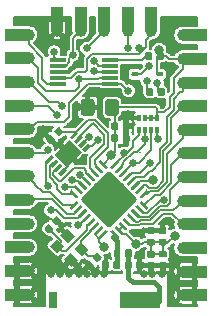
<source format=gbr>
G04 #@! TF.GenerationSoftware,KiCad,Pcbnew,(5.0.0)*
G04 #@! TF.CreationDate,2021-02-11T08:38:10+00:00*
G04 #@! TF.ProjectId,ESPV-BUG,455350562D4255472E6B696361645F70,rev?*
G04 #@! TF.SameCoordinates,Original*
G04 #@! TF.FileFunction,Copper,L1,Top,Signal*
G04 #@! TF.FilePolarity,Positive*
%FSLAX46Y46*%
G04 Gerber Fmt 4.6, Leading zero omitted, Abs format (unit mm)*
G04 Created by KiCad (PCBNEW (5.0.0)) date 02/11/21 08:38:10*
%MOMM*%
%LPD*%
G01*
G04 APERTURE LIST*
G04 #@! TA.AperFunction,SMDPad,CuDef*
%ADD10R,0.800000X1.350000*%
G04 #@! TD*
G04 #@! TA.AperFunction,SMDPad,CuDef*
%ADD11R,3.500000X1.350000*%
G04 #@! TD*
G04 #@! TA.AperFunction,Conductor*
%ADD12C,0.100000*%
G04 #@! TD*
G04 #@! TA.AperFunction,SMDPad,CuDef*
%ADD13C,0.590000*%
G04 #@! TD*
G04 #@! TA.AperFunction,SMDPad,CuDef*
%ADD14R,0.400000X0.500000*%
G04 #@! TD*
G04 #@! TA.AperFunction,SMDPad,CuDef*
%ADD15R,0.300000X0.500000*%
G04 #@! TD*
G04 #@! TA.AperFunction,ComponentPad*
%ADD16C,1.000000*%
G04 #@! TD*
G04 #@! TA.AperFunction,ComponentPad*
%ADD17R,2.000000X1.000000*%
G04 #@! TD*
G04 #@! TA.AperFunction,SMDPad,CuDef*
%ADD18C,1.150000*%
G04 #@! TD*
G04 #@! TA.AperFunction,SMDPad,CuDef*
%ADD19R,0.600000X0.450000*%
G04 #@! TD*
G04 #@! TA.AperFunction,ComponentPad*
%ADD20R,1.000000X2.000000*%
G04 #@! TD*
G04 #@! TA.AperFunction,SMDPad,CuDef*
%ADD21R,1.400000X0.300000*%
G04 #@! TD*
G04 #@! TA.AperFunction,SMDPad,CuDef*
%ADD22C,0.300000*%
G04 #@! TD*
G04 #@! TA.AperFunction,SMDPad,CuDef*
%ADD23C,1.450000*%
G04 #@! TD*
G04 #@! TA.AperFunction,SMDPad,CuDef*
%ADD24C,3.450000*%
G04 #@! TD*
G04 #@! TA.AperFunction,SMDPad,CuDef*
%ADD25C,0.250000*%
G04 #@! TD*
G04 #@! TA.AperFunction,SMDPad,CuDef*
%ADD26C,0.800000*%
G04 #@! TD*
G04 #@! TA.AperFunction,ViaPad*
%ADD27C,0.800000*%
G04 #@! TD*
G04 #@! TA.AperFunction,ViaPad*
%ADD28C,0.650000*%
G04 #@! TD*
G04 #@! TA.AperFunction,Conductor*
%ADD29C,0.200000*%
G04 #@! TD*
G04 #@! TA.AperFunction,Conductor*
%ADD30C,0.150000*%
G04 #@! TD*
G04 #@! TA.AperFunction,Conductor*
%ADD31C,0.400000*%
G04 #@! TD*
G04 APERTURE END LIST*
D10*
G04 #@! TO.P,AE1,2*
G04 #@! TO.N,N/C*
X166650000Y-89850000D03*
D11*
G04 #@! TO.P,AE1,1*
G04 #@! TO.N,Net-(AE1-Pad1)*
X174000000Y-89850000D03*
G04 #@! TD*
D12*
G04 #@! TO.N,Net-(AE1-Pad1)*
G04 #@! TO.C,L1*
G36*
X173161958Y-85530710D02*
X173176276Y-85532834D01*
X173190317Y-85536351D01*
X173203946Y-85541228D01*
X173217031Y-85547417D01*
X173229447Y-85554858D01*
X173241073Y-85563481D01*
X173251798Y-85573202D01*
X173261519Y-85583927D01*
X173270142Y-85595553D01*
X173277583Y-85607969D01*
X173283772Y-85621054D01*
X173288649Y-85634683D01*
X173292166Y-85648724D01*
X173294290Y-85663042D01*
X173295000Y-85677500D01*
X173295000Y-86022500D01*
X173294290Y-86036958D01*
X173292166Y-86051276D01*
X173288649Y-86065317D01*
X173283772Y-86078946D01*
X173277583Y-86092031D01*
X173270142Y-86104447D01*
X173261519Y-86116073D01*
X173251798Y-86126798D01*
X173241073Y-86136519D01*
X173229447Y-86145142D01*
X173217031Y-86152583D01*
X173203946Y-86158772D01*
X173190317Y-86163649D01*
X173176276Y-86167166D01*
X173161958Y-86169290D01*
X173147500Y-86170000D01*
X172852500Y-86170000D01*
X172838042Y-86169290D01*
X172823724Y-86167166D01*
X172809683Y-86163649D01*
X172796054Y-86158772D01*
X172782969Y-86152583D01*
X172770553Y-86145142D01*
X172758927Y-86136519D01*
X172748202Y-86126798D01*
X172738481Y-86116073D01*
X172729858Y-86104447D01*
X172722417Y-86092031D01*
X172716228Y-86078946D01*
X172711351Y-86065317D01*
X172707834Y-86051276D01*
X172705710Y-86036958D01*
X172705000Y-86022500D01*
X172705000Y-85677500D01*
X172705710Y-85663042D01*
X172707834Y-85648724D01*
X172711351Y-85634683D01*
X172716228Y-85621054D01*
X172722417Y-85607969D01*
X172729858Y-85595553D01*
X172738481Y-85583927D01*
X172748202Y-85573202D01*
X172758927Y-85563481D01*
X172770553Y-85554858D01*
X172782969Y-85547417D01*
X172796054Y-85541228D01*
X172809683Y-85536351D01*
X172823724Y-85532834D01*
X172838042Y-85530710D01*
X172852500Y-85530000D01*
X173147500Y-85530000D01*
X173161958Y-85530710D01*
X173161958Y-85530710D01*
G37*
D13*
G04 #@! TD*
G04 #@! TO.P,L1,2*
G04 #@! TO.N,Net-(AE1-Pad1)*
X173000000Y-85850000D03*
D12*
G04 #@! TO.N,/ANT*
G04 #@! TO.C,L1*
G36*
X172191958Y-85530710D02*
X172206276Y-85532834D01*
X172220317Y-85536351D01*
X172233946Y-85541228D01*
X172247031Y-85547417D01*
X172259447Y-85554858D01*
X172271073Y-85563481D01*
X172281798Y-85573202D01*
X172291519Y-85583927D01*
X172300142Y-85595553D01*
X172307583Y-85607969D01*
X172313772Y-85621054D01*
X172318649Y-85634683D01*
X172322166Y-85648724D01*
X172324290Y-85663042D01*
X172325000Y-85677500D01*
X172325000Y-86022500D01*
X172324290Y-86036958D01*
X172322166Y-86051276D01*
X172318649Y-86065317D01*
X172313772Y-86078946D01*
X172307583Y-86092031D01*
X172300142Y-86104447D01*
X172291519Y-86116073D01*
X172281798Y-86126798D01*
X172271073Y-86136519D01*
X172259447Y-86145142D01*
X172247031Y-86152583D01*
X172233946Y-86158772D01*
X172220317Y-86163649D01*
X172206276Y-86167166D01*
X172191958Y-86169290D01*
X172177500Y-86170000D01*
X171882500Y-86170000D01*
X171868042Y-86169290D01*
X171853724Y-86167166D01*
X171839683Y-86163649D01*
X171826054Y-86158772D01*
X171812969Y-86152583D01*
X171800553Y-86145142D01*
X171788927Y-86136519D01*
X171778202Y-86126798D01*
X171768481Y-86116073D01*
X171759858Y-86104447D01*
X171752417Y-86092031D01*
X171746228Y-86078946D01*
X171741351Y-86065317D01*
X171737834Y-86051276D01*
X171735710Y-86036958D01*
X171735000Y-86022500D01*
X171735000Y-85677500D01*
X171735710Y-85663042D01*
X171737834Y-85648724D01*
X171741351Y-85634683D01*
X171746228Y-85621054D01*
X171752417Y-85607969D01*
X171759858Y-85595553D01*
X171768481Y-85583927D01*
X171778202Y-85573202D01*
X171788927Y-85563481D01*
X171800553Y-85554858D01*
X171812969Y-85547417D01*
X171826054Y-85541228D01*
X171839683Y-85536351D01*
X171853724Y-85532834D01*
X171868042Y-85530710D01*
X171882500Y-85530000D01*
X172177500Y-85530000D01*
X172191958Y-85530710D01*
X172191958Y-85530710D01*
G37*
D13*
G04 #@! TD*
G04 #@! TO.P,L1,1*
G04 #@! TO.N,/ANT*
X172030000Y-85850000D03*
D12*
G04 #@! TO.N,GND*
G04 #@! TO.C,C1*
G36*
X166410886Y-75862830D02*
X166425204Y-75864954D01*
X166439245Y-75868471D01*
X166452874Y-75873348D01*
X166465959Y-75879537D01*
X166478375Y-75886978D01*
X166490001Y-75895601D01*
X166500726Y-75905322D01*
X166744678Y-76149274D01*
X166754399Y-76159999D01*
X166763022Y-76171625D01*
X166770463Y-76184041D01*
X166776652Y-76197126D01*
X166781529Y-76210755D01*
X166785046Y-76224796D01*
X166787170Y-76239114D01*
X166787880Y-76253572D01*
X166787170Y-76268030D01*
X166785046Y-76282348D01*
X166781529Y-76296389D01*
X166776652Y-76310018D01*
X166770463Y-76323103D01*
X166763022Y-76335519D01*
X166754399Y-76347145D01*
X166744678Y-76357870D01*
X166536082Y-76566466D01*
X166525357Y-76576187D01*
X166513731Y-76584810D01*
X166501315Y-76592251D01*
X166488230Y-76598440D01*
X166474601Y-76603317D01*
X166460560Y-76606834D01*
X166446242Y-76608958D01*
X166431784Y-76609668D01*
X166417326Y-76608958D01*
X166403008Y-76606834D01*
X166388967Y-76603317D01*
X166375338Y-76598440D01*
X166362253Y-76592251D01*
X166349837Y-76584810D01*
X166338211Y-76576187D01*
X166327486Y-76566466D01*
X166083534Y-76322514D01*
X166073813Y-76311789D01*
X166065190Y-76300163D01*
X166057749Y-76287747D01*
X166051560Y-76274662D01*
X166046683Y-76261033D01*
X166043166Y-76246992D01*
X166041042Y-76232674D01*
X166040332Y-76218216D01*
X166041042Y-76203758D01*
X166043166Y-76189440D01*
X166046683Y-76175399D01*
X166051560Y-76161770D01*
X166057749Y-76148685D01*
X166065190Y-76136269D01*
X166073813Y-76124643D01*
X166083534Y-76113918D01*
X166292130Y-75905322D01*
X166302855Y-75895601D01*
X166314481Y-75886978D01*
X166326897Y-75879537D01*
X166339982Y-75873348D01*
X166353611Y-75868471D01*
X166367652Y-75864954D01*
X166381970Y-75862830D01*
X166396428Y-75862120D01*
X166410886Y-75862830D01*
X166410886Y-75862830D01*
G37*
D13*
G04 #@! TD*
G04 #@! TO.P,C1,2*
G04 #@! TO.N,GND*
X166414106Y-76235894D03*
D12*
G04 #@! TO.N,/GP11*
G04 #@! TO.C,C1*
G36*
X167096780Y-75176936D02*
X167111098Y-75179060D01*
X167125139Y-75182577D01*
X167138768Y-75187454D01*
X167151853Y-75193643D01*
X167164269Y-75201084D01*
X167175895Y-75209707D01*
X167186620Y-75219428D01*
X167430572Y-75463380D01*
X167440293Y-75474105D01*
X167448916Y-75485731D01*
X167456357Y-75498147D01*
X167462546Y-75511232D01*
X167467423Y-75524861D01*
X167470940Y-75538902D01*
X167473064Y-75553220D01*
X167473774Y-75567678D01*
X167473064Y-75582136D01*
X167470940Y-75596454D01*
X167467423Y-75610495D01*
X167462546Y-75624124D01*
X167456357Y-75637209D01*
X167448916Y-75649625D01*
X167440293Y-75661251D01*
X167430572Y-75671976D01*
X167221976Y-75880572D01*
X167211251Y-75890293D01*
X167199625Y-75898916D01*
X167187209Y-75906357D01*
X167174124Y-75912546D01*
X167160495Y-75917423D01*
X167146454Y-75920940D01*
X167132136Y-75923064D01*
X167117678Y-75923774D01*
X167103220Y-75923064D01*
X167088902Y-75920940D01*
X167074861Y-75917423D01*
X167061232Y-75912546D01*
X167048147Y-75906357D01*
X167035731Y-75898916D01*
X167024105Y-75890293D01*
X167013380Y-75880572D01*
X166769428Y-75636620D01*
X166759707Y-75625895D01*
X166751084Y-75614269D01*
X166743643Y-75601853D01*
X166737454Y-75588768D01*
X166732577Y-75575139D01*
X166729060Y-75561098D01*
X166726936Y-75546780D01*
X166726226Y-75532322D01*
X166726936Y-75517864D01*
X166729060Y-75503546D01*
X166732577Y-75489505D01*
X166737454Y-75475876D01*
X166743643Y-75462791D01*
X166751084Y-75450375D01*
X166759707Y-75438749D01*
X166769428Y-75428024D01*
X166978024Y-75219428D01*
X166988749Y-75209707D01*
X167000375Y-75201084D01*
X167012791Y-75193643D01*
X167025876Y-75187454D01*
X167039505Y-75182577D01*
X167053546Y-75179060D01*
X167067864Y-75176936D01*
X167082322Y-75176226D01*
X167096780Y-75176936D01*
X167096780Y-75176936D01*
G37*
D13*
G04 #@! TD*
G04 #@! TO.P,C1,1*
G04 #@! TO.N,/GP11*
X167100000Y-75550000D03*
D12*
G04 #@! TO.N,GND*
G04 #@! TO.C,C8*
G36*
X175086958Y-83635710D02*
X175101276Y-83637834D01*
X175115317Y-83641351D01*
X175128946Y-83646228D01*
X175142031Y-83652417D01*
X175154447Y-83659858D01*
X175166073Y-83668481D01*
X175176798Y-83678202D01*
X175186519Y-83688927D01*
X175195142Y-83700553D01*
X175202583Y-83712969D01*
X175208772Y-83726054D01*
X175213649Y-83739683D01*
X175217166Y-83753724D01*
X175219290Y-83768042D01*
X175220000Y-83782500D01*
X175220000Y-84077500D01*
X175219290Y-84091958D01*
X175217166Y-84106276D01*
X175213649Y-84120317D01*
X175208772Y-84133946D01*
X175202583Y-84147031D01*
X175195142Y-84159447D01*
X175186519Y-84171073D01*
X175176798Y-84181798D01*
X175166073Y-84191519D01*
X175154447Y-84200142D01*
X175142031Y-84207583D01*
X175128946Y-84213772D01*
X175115317Y-84218649D01*
X175101276Y-84222166D01*
X175086958Y-84224290D01*
X175072500Y-84225000D01*
X174727500Y-84225000D01*
X174713042Y-84224290D01*
X174698724Y-84222166D01*
X174684683Y-84218649D01*
X174671054Y-84213772D01*
X174657969Y-84207583D01*
X174645553Y-84200142D01*
X174633927Y-84191519D01*
X174623202Y-84181798D01*
X174613481Y-84171073D01*
X174604858Y-84159447D01*
X174597417Y-84147031D01*
X174591228Y-84133946D01*
X174586351Y-84120317D01*
X174582834Y-84106276D01*
X174580710Y-84091958D01*
X174580000Y-84077500D01*
X174580000Y-83782500D01*
X174580710Y-83768042D01*
X174582834Y-83753724D01*
X174586351Y-83739683D01*
X174591228Y-83726054D01*
X174597417Y-83712969D01*
X174604858Y-83700553D01*
X174613481Y-83688927D01*
X174623202Y-83678202D01*
X174633927Y-83668481D01*
X174645553Y-83659858D01*
X174657969Y-83652417D01*
X174671054Y-83646228D01*
X174684683Y-83641351D01*
X174698724Y-83637834D01*
X174713042Y-83635710D01*
X174727500Y-83635000D01*
X175072500Y-83635000D01*
X175086958Y-83635710D01*
X175086958Y-83635710D01*
G37*
D13*
G04 #@! TD*
G04 #@! TO.P,C8,2*
G04 #@! TO.N,GND*
X174900000Y-83930000D03*
D12*
G04 #@! TO.N,+3.3VA*
G04 #@! TO.C,C8*
G36*
X175086958Y-84605710D02*
X175101276Y-84607834D01*
X175115317Y-84611351D01*
X175128946Y-84616228D01*
X175142031Y-84622417D01*
X175154447Y-84629858D01*
X175166073Y-84638481D01*
X175176798Y-84648202D01*
X175186519Y-84658927D01*
X175195142Y-84670553D01*
X175202583Y-84682969D01*
X175208772Y-84696054D01*
X175213649Y-84709683D01*
X175217166Y-84723724D01*
X175219290Y-84738042D01*
X175220000Y-84752500D01*
X175220000Y-85047500D01*
X175219290Y-85061958D01*
X175217166Y-85076276D01*
X175213649Y-85090317D01*
X175208772Y-85103946D01*
X175202583Y-85117031D01*
X175195142Y-85129447D01*
X175186519Y-85141073D01*
X175176798Y-85151798D01*
X175166073Y-85161519D01*
X175154447Y-85170142D01*
X175142031Y-85177583D01*
X175128946Y-85183772D01*
X175115317Y-85188649D01*
X175101276Y-85192166D01*
X175086958Y-85194290D01*
X175072500Y-85195000D01*
X174727500Y-85195000D01*
X174713042Y-85194290D01*
X174698724Y-85192166D01*
X174684683Y-85188649D01*
X174671054Y-85183772D01*
X174657969Y-85177583D01*
X174645553Y-85170142D01*
X174633927Y-85161519D01*
X174623202Y-85151798D01*
X174613481Y-85141073D01*
X174604858Y-85129447D01*
X174597417Y-85117031D01*
X174591228Y-85103946D01*
X174586351Y-85090317D01*
X174582834Y-85076276D01*
X174580710Y-85061958D01*
X174580000Y-85047500D01*
X174580000Y-84752500D01*
X174580710Y-84738042D01*
X174582834Y-84723724D01*
X174586351Y-84709683D01*
X174591228Y-84696054D01*
X174597417Y-84682969D01*
X174604858Y-84670553D01*
X174613481Y-84658927D01*
X174623202Y-84648202D01*
X174633927Y-84638481D01*
X174645553Y-84629858D01*
X174657969Y-84622417D01*
X174671054Y-84616228D01*
X174684683Y-84611351D01*
X174698724Y-84607834D01*
X174713042Y-84605710D01*
X174727500Y-84605000D01*
X175072500Y-84605000D01*
X175086958Y-84605710D01*
X175086958Y-84605710D01*
G37*
D13*
G04 #@! TD*
G04 #@! TO.P,C8,1*
G04 #@! TO.N,+3.3VA*
X174900000Y-84900000D03*
D12*
G04 #@! TO.N,GND*
G04 #@! TO.C,C14*
G36*
X176086958Y-83635710D02*
X176101276Y-83637834D01*
X176115317Y-83641351D01*
X176128946Y-83646228D01*
X176142031Y-83652417D01*
X176154447Y-83659858D01*
X176166073Y-83668481D01*
X176176798Y-83678202D01*
X176186519Y-83688927D01*
X176195142Y-83700553D01*
X176202583Y-83712969D01*
X176208772Y-83726054D01*
X176213649Y-83739683D01*
X176217166Y-83753724D01*
X176219290Y-83768042D01*
X176220000Y-83782500D01*
X176220000Y-84077500D01*
X176219290Y-84091958D01*
X176217166Y-84106276D01*
X176213649Y-84120317D01*
X176208772Y-84133946D01*
X176202583Y-84147031D01*
X176195142Y-84159447D01*
X176186519Y-84171073D01*
X176176798Y-84181798D01*
X176166073Y-84191519D01*
X176154447Y-84200142D01*
X176142031Y-84207583D01*
X176128946Y-84213772D01*
X176115317Y-84218649D01*
X176101276Y-84222166D01*
X176086958Y-84224290D01*
X176072500Y-84225000D01*
X175727500Y-84225000D01*
X175713042Y-84224290D01*
X175698724Y-84222166D01*
X175684683Y-84218649D01*
X175671054Y-84213772D01*
X175657969Y-84207583D01*
X175645553Y-84200142D01*
X175633927Y-84191519D01*
X175623202Y-84181798D01*
X175613481Y-84171073D01*
X175604858Y-84159447D01*
X175597417Y-84147031D01*
X175591228Y-84133946D01*
X175586351Y-84120317D01*
X175582834Y-84106276D01*
X175580710Y-84091958D01*
X175580000Y-84077500D01*
X175580000Y-83782500D01*
X175580710Y-83768042D01*
X175582834Y-83753724D01*
X175586351Y-83739683D01*
X175591228Y-83726054D01*
X175597417Y-83712969D01*
X175604858Y-83700553D01*
X175613481Y-83688927D01*
X175623202Y-83678202D01*
X175633927Y-83668481D01*
X175645553Y-83659858D01*
X175657969Y-83652417D01*
X175671054Y-83646228D01*
X175684683Y-83641351D01*
X175698724Y-83637834D01*
X175713042Y-83635710D01*
X175727500Y-83635000D01*
X176072500Y-83635000D01*
X176086958Y-83635710D01*
X176086958Y-83635710D01*
G37*
D13*
G04 #@! TD*
G04 #@! TO.P,C14,2*
G04 #@! TO.N,GND*
X175900000Y-83930000D03*
D12*
G04 #@! TO.N,+3.3VA*
G04 #@! TO.C,C14*
G36*
X176086958Y-84605710D02*
X176101276Y-84607834D01*
X176115317Y-84611351D01*
X176128946Y-84616228D01*
X176142031Y-84622417D01*
X176154447Y-84629858D01*
X176166073Y-84638481D01*
X176176798Y-84648202D01*
X176186519Y-84658927D01*
X176195142Y-84670553D01*
X176202583Y-84682969D01*
X176208772Y-84696054D01*
X176213649Y-84709683D01*
X176217166Y-84723724D01*
X176219290Y-84738042D01*
X176220000Y-84752500D01*
X176220000Y-85047500D01*
X176219290Y-85061958D01*
X176217166Y-85076276D01*
X176213649Y-85090317D01*
X176208772Y-85103946D01*
X176202583Y-85117031D01*
X176195142Y-85129447D01*
X176186519Y-85141073D01*
X176176798Y-85151798D01*
X176166073Y-85161519D01*
X176154447Y-85170142D01*
X176142031Y-85177583D01*
X176128946Y-85183772D01*
X176115317Y-85188649D01*
X176101276Y-85192166D01*
X176086958Y-85194290D01*
X176072500Y-85195000D01*
X175727500Y-85195000D01*
X175713042Y-85194290D01*
X175698724Y-85192166D01*
X175684683Y-85188649D01*
X175671054Y-85183772D01*
X175657969Y-85177583D01*
X175645553Y-85170142D01*
X175633927Y-85161519D01*
X175623202Y-85151798D01*
X175613481Y-85141073D01*
X175604858Y-85129447D01*
X175597417Y-85117031D01*
X175591228Y-85103946D01*
X175586351Y-85090317D01*
X175582834Y-85076276D01*
X175580710Y-85061958D01*
X175580000Y-85047500D01*
X175580000Y-84752500D01*
X175580710Y-84738042D01*
X175582834Y-84723724D01*
X175586351Y-84709683D01*
X175591228Y-84696054D01*
X175597417Y-84682969D01*
X175604858Y-84670553D01*
X175613481Y-84658927D01*
X175623202Y-84648202D01*
X175633927Y-84638481D01*
X175645553Y-84629858D01*
X175657969Y-84622417D01*
X175671054Y-84616228D01*
X175684683Y-84611351D01*
X175698724Y-84607834D01*
X175713042Y-84605710D01*
X175727500Y-84605000D01*
X176072500Y-84605000D01*
X176086958Y-84605710D01*
X176086958Y-84605710D01*
G37*
D13*
G04 #@! TD*
G04 #@! TO.P,C14,1*
G04 #@! TO.N,+3.3VA*
X175900000Y-84900000D03*
D12*
G04 #@! TO.N,GND*
G04 #@! TO.C,C2*
G36*
X166946780Y-82726936D02*
X166961098Y-82729060D01*
X166975139Y-82732577D01*
X166988768Y-82737454D01*
X167001853Y-82743643D01*
X167014269Y-82751084D01*
X167025895Y-82759707D01*
X167036620Y-82769428D01*
X167280572Y-83013380D01*
X167290293Y-83024105D01*
X167298916Y-83035731D01*
X167306357Y-83048147D01*
X167312546Y-83061232D01*
X167317423Y-83074861D01*
X167320940Y-83088902D01*
X167323064Y-83103220D01*
X167323774Y-83117678D01*
X167323064Y-83132136D01*
X167320940Y-83146454D01*
X167317423Y-83160495D01*
X167312546Y-83174124D01*
X167306357Y-83187209D01*
X167298916Y-83199625D01*
X167290293Y-83211251D01*
X167280572Y-83221976D01*
X167071976Y-83430572D01*
X167061251Y-83440293D01*
X167049625Y-83448916D01*
X167037209Y-83456357D01*
X167024124Y-83462546D01*
X167010495Y-83467423D01*
X166996454Y-83470940D01*
X166982136Y-83473064D01*
X166967678Y-83473774D01*
X166953220Y-83473064D01*
X166938902Y-83470940D01*
X166924861Y-83467423D01*
X166911232Y-83462546D01*
X166898147Y-83456357D01*
X166885731Y-83448916D01*
X166874105Y-83440293D01*
X166863380Y-83430572D01*
X166619428Y-83186620D01*
X166609707Y-83175895D01*
X166601084Y-83164269D01*
X166593643Y-83151853D01*
X166587454Y-83138768D01*
X166582577Y-83125139D01*
X166579060Y-83111098D01*
X166576936Y-83096780D01*
X166576226Y-83082322D01*
X166576936Y-83067864D01*
X166579060Y-83053546D01*
X166582577Y-83039505D01*
X166587454Y-83025876D01*
X166593643Y-83012791D01*
X166601084Y-83000375D01*
X166609707Y-82988749D01*
X166619428Y-82978024D01*
X166828024Y-82769428D01*
X166838749Y-82759707D01*
X166850375Y-82751084D01*
X166862791Y-82743643D01*
X166875876Y-82737454D01*
X166889505Y-82732577D01*
X166903546Y-82729060D01*
X166917864Y-82726936D01*
X166932322Y-82726226D01*
X166946780Y-82726936D01*
X166946780Y-82726936D01*
G37*
D13*
G04 #@! TD*
G04 #@! TO.P,C2,2*
G04 #@! TO.N,GND*
X166950000Y-83100000D03*
D12*
G04 #@! TO.N,Net-(C2-Pad1)*
G04 #@! TO.C,C2*
G36*
X166260886Y-83412830D02*
X166275204Y-83414954D01*
X166289245Y-83418471D01*
X166302874Y-83423348D01*
X166315959Y-83429537D01*
X166328375Y-83436978D01*
X166340001Y-83445601D01*
X166350726Y-83455322D01*
X166594678Y-83699274D01*
X166604399Y-83709999D01*
X166613022Y-83721625D01*
X166620463Y-83734041D01*
X166626652Y-83747126D01*
X166631529Y-83760755D01*
X166635046Y-83774796D01*
X166637170Y-83789114D01*
X166637880Y-83803572D01*
X166637170Y-83818030D01*
X166635046Y-83832348D01*
X166631529Y-83846389D01*
X166626652Y-83860018D01*
X166620463Y-83873103D01*
X166613022Y-83885519D01*
X166604399Y-83897145D01*
X166594678Y-83907870D01*
X166386082Y-84116466D01*
X166375357Y-84126187D01*
X166363731Y-84134810D01*
X166351315Y-84142251D01*
X166338230Y-84148440D01*
X166324601Y-84153317D01*
X166310560Y-84156834D01*
X166296242Y-84158958D01*
X166281784Y-84159668D01*
X166267326Y-84158958D01*
X166253008Y-84156834D01*
X166238967Y-84153317D01*
X166225338Y-84148440D01*
X166212253Y-84142251D01*
X166199837Y-84134810D01*
X166188211Y-84126187D01*
X166177486Y-84116466D01*
X165933534Y-83872514D01*
X165923813Y-83861789D01*
X165915190Y-83850163D01*
X165907749Y-83837747D01*
X165901560Y-83824662D01*
X165896683Y-83811033D01*
X165893166Y-83796992D01*
X165891042Y-83782674D01*
X165890332Y-83768216D01*
X165891042Y-83753758D01*
X165893166Y-83739440D01*
X165896683Y-83725399D01*
X165901560Y-83711770D01*
X165907749Y-83698685D01*
X165915190Y-83686269D01*
X165923813Y-83674643D01*
X165933534Y-83663918D01*
X166142130Y-83455322D01*
X166152855Y-83445601D01*
X166164481Y-83436978D01*
X166176897Y-83429537D01*
X166189982Y-83423348D01*
X166203611Y-83418471D01*
X166217652Y-83414954D01*
X166231970Y-83412830D01*
X166246428Y-83412120D01*
X166260886Y-83412830D01*
X166260886Y-83412830D01*
G37*
D13*
G04 #@! TD*
G04 #@! TO.P,C2,1*
G04 #@! TO.N,Net-(C2-Pad1)*
X166264106Y-83785894D03*
D12*
G04 #@! TO.N,GND*
G04 #@! TO.C,C5*
G36*
X169660886Y-86512830D02*
X169675204Y-86514954D01*
X169689245Y-86518471D01*
X169702874Y-86523348D01*
X169715959Y-86529537D01*
X169728375Y-86536978D01*
X169740001Y-86545601D01*
X169750726Y-86555322D01*
X169994678Y-86799274D01*
X170004399Y-86809999D01*
X170013022Y-86821625D01*
X170020463Y-86834041D01*
X170026652Y-86847126D01*
X170031529Y-86860755D01*
X170035046Y-86874796D01*
X170037170Y-86889114D01*
X170037880Y-86903572D01*
X170037170Y-86918030D01*
X170035046Y-86932348D01*
X170031529Y-86946389D01*
X170026652Y-86960018D01*
X170020463Y-86973103D01*
X170013022Y-86985519D01*
X170004399Y-86997145D01*
X169994678Y-87007870D01*
X169786082Y-87216466D01*
X169775357Y-87226187D01*
X169763731Y-87234810D01*
X169751315Y-87242251D01*
X169738230Y-87248440D01*
X169724601Y-87253317D01*
X169710560Y-87256834D01*
X169696242Y-87258958D01*
X169681784Y-87259668D01*
X169667326Y-87258958D01*
X169653008Y-87256834D01*
X169638967Y-87253317D01*
X169625338Y-87248440D01*
X169612253Y-87242251D01*
X169599837Y-87234810D01*
X169588211Y-87226187D01*
X169577486Y-87216466D01*
X169333534Y-86972514D01*
X169323813Y-86961789D01*
X169315190Y-86950163D01*
X169307749Y-86937747D01*
X169301560Y-86924662D01*
X169296683Y-86911033D01*
X169293166Y-86896992D01*
X169291042Y-86882674D01*
X169290332Y-86868216D01*
X169291042Y-86853758D01*
X169293166Y-86839440D01*
X169296683Y-86825399D01*
X169301560Y-86811770D01*
X169307749Y-86798685D01*
X169315190Y-86786269D01*
X169323813Y-86774643D01*
X169333534Y-86763918D01*
X169542130Y-86555322D01*
X169552855Y-86545601D01*
X169564481Y-86536978D01*
X169576897Y-86529537D01*
X169589982Y-86523348D01*
X169603611Y-86518471D01*
X169617652Y-86514954D01*
X169631970Y-86512830D01*
X169646428Y-86512120D01*
X169660886Y-86512830D01*
X169660886Y-86512830D01*
G37*
D13*
G04 #@! TD*
G04 #@! TO.P,C5,2*
G04 #@! TO.N,GND*
X169664106Y-86885894D03*
D12*
G04 #@! TO.N,Net-(C5-Pad1)*
G04 #@! TO.C,C5*
G36*
X170346780Y-85826936D02*
X170361098Y-85829060D01*
X170375139Y-85832577D01*
X170388768Y-85837454D01*
X170401853Y-85843643D01*
X170414269Y-85851084D01*
X170425895Y-85859707D01*
X170436620Y-85869428D01*
X170680572Y-86113380D01*
X170690293Y-86124105D01*
X170698916Y-86135731D01*
X170706357Y-86148147D01*
X170712546Y-86161232D01*
X170717423Y-86174861D01*
X170720940Y-86188902D01*
X170723064Y-86203220D01*
X170723774Y-86217678D01*
X170723064Y-86232136D01*
X170720940Y-86246454D01*
X170717423Y-86260495D01*
X170712546Y-86274124D01*
X170706357Y-86287209D01*
X170698916Y-86299625D01*
X170690293Y-86311251D01*
X170680572Y-86321976D01*
X170471976Y-86530572D01*
X170461251Y-86540293D01*
X170449625Y-86548916D01*
X170437209Y-86556357D01*
X170424124Y-86562546D01*
X170410495Y-86567423D01*
X170396454Y-86570940D01*
X170382136Y-86573064D01*
X170367678Y-86573774D01*
X170353220Y-86573064D01*
X170338902Y-86570940D01*
X170324861Y-86567423D01*
X170311232Y-86562546D01*
X170298147Y-86556357D01*
X170285731Y-86548916D01*
X170274105Y-86540293D01*
X170263380Y-86530572D01*
X170019428Y-86286620D01*
X170009707Y-86275895D01*
X170001084Y-86264269D01*
X169993643Y-86251853D01*
X169987454Y-86238768D01*
X169982577Y-86225139D01*
X169979060Y-86211098D01*
X169976936Y-86196780D01*
X169976226Y-86182322D01*
X169976936Y-86167864D01*
X169979060Y-86153546D01*
X169982577Y-86139505D01*
X169987454Y-86125876D01*
X169993643Y-86112791D01*
X170001084Y-86100375D01*
X170009707Y-86088749D01*
X170019428Y-86078024D01*
X170228024Y-85869428D01*
X170238749Y-85859707D01*
X170250375Y-85851084D01*
X170262791Y-85843643D01*
X170275876Y-85837454D01*
X170289505Y-85832577D01*
X170303546Y-85829060D01*
X170317864Y-85826936D01*
X170332322Y-85826226D01*
X170346780Y-85826936D01*
X170346780Y-85826936D01*
G37*
D13*
G04 #@! TD*
G04 #@! TO.P,C5,1*
G04 #@! TO.N,Net-(C5-Pad1)*
X170350000Y-86200000D03*
D12*
G04 #@! TO.N,GND*
G04 #@! TO.C,C13*
G36*
X172961958Y-74780710D02*
X172976276Y-74782834D01*
X172990317Y-74786351D01*
X173003946Y-74791228D01*
X173017031Y-74797417D01*
X173029447Y-74804858D01*
X173041073Y-74813481D01*
X173051798Y-74823202D01*
X173061519Y-74833927D01*
X173070142Y-74845553D01*
X173077583Y-74857969D01*
X173083772Y-74871054D01*
X173088649Y-74884683D01*
X173092166Y-74898724D01*
X173094290Y-74913042D01*
X173095000Y-74927500D01*
X173095000Y-75272500D01*
X173094290Y-75286958D01*
X173092166Y-75301276D01*
X173088649Y-75315317D01*
X173083772Y-75328946D01*
X173077583Y-75342031D01*
X173070142Y-75354447D01*
X173061519Y-75366073D01*
X173051798Y-75376798D01*
X173041073Y-75386519D01*
X173029447Y-75395142D01*
X173017031Y-75402583D01*
X173003946Y-75408772D01*
X172990317Y-75413649D01*
X172976276Y-75417166D01*
X172961958Y-75419290D01*
X172947500Y-75420000D01*
X172652500Y-75420000D01*
X172638042Y-75419290D01*
X172623724Y-75417166D01*
X172609683Y-75413649D01*
X172596054Y-75408772D01*
X172582969Y-75402583D01*
X172570553Y-75395142D01*
X172558927Y-75386519D01*
X172548202Y-75376798D01*
X172538481Y-75366073D01*
X172529858Y-75354447D01*
X172522417Y-75342031D01*
X172516228Y-75328946D01*
X172511351Y-75315317D01*
X172507834Y-75301276D01*
X172505710Y-75286958D01*
X172505000Y-75272500D01*
X172505000Y-74927500D01*
X172505710Y-74913042D01*
X172507834Y-74898724D01*
X172511351Y-74884683D01*
X172516228Y-74871054D01*
X172522417Y-74857969D01*
X172529858Y-74845553D01*
X172538481Y-74833927D01*
X172548202Y-74823202D01*
X172558927Y-74813481D01*
X172570553Y-74804858D01*
X172582969Y-74797417D01*
X172596054Y-74791228D01*
X172609683Y-74786351D01*
X172623724Y-74782834D01*
X172638042Y-74780710D01*
X172652500Y-74780000D01*
X172947500Y-74780000D01*
X172961958Y-74780710D01*
X172961958Y-74780710D01*
G37*
D13*
G04 #@! TD*
G04 #@! TO.P,C13,2*
G04 #@! TO.N,GND*
X172800000Y-75100000D03*
D12*
G04 #@! TO.N,+3V3*
G04 #@! TO.C,C13*
G36*
X171991958Y-74780710D02*
X172006276Y-74782834D01*
X172020317Y-74786351D01*
X172033946Y-74791228D01*
X172047031Y-74797417D01*
X172059447Y-74804858D01*
X172071073Y-74813481D01*
X172081798Y-74823202D01*
X172091519Y-74833927D01*
X172100142Y-74845553D01*
X172107583Y-74857969D01*
X172113772Y-74871054D01*
X172118649Y-74884683D01*
X172122166Y-74898724D01*
X172124290Y-74913042D01*
X172125000Y-74927500D01*
X172125000Y-75272500D01*
X172124290Y-75286958D01*
X172122166Y-75301276D01*
X172118649Y-75315317D01*
X172113772Y-75328946D01*
X172107583Y-75342031D01*
X172100142Y-75354447D01*
X172091519Y-75366073D01*
X172081798Y-75376798D01*
X172071073Y-75386519D01*
X172059447Y-75395142D01*
X172047031Y-75402583D01*
X172033946Y-75408772D01*
X172020317Y-75413649D01*
X172006276Y-75417166D01*
X171991958Y-75419290D01*
X171977500Y-75420000D01*
X171682500Y-75420000D01*
X171668042Y-75419290D01*
X171653724Y-75417166D01*
X171639683Y-75413649D01*
X171626054Y-75408772D01*
X171612969Y-75402583D01*
X171600553Y-75395142D01*
X171588927Y-75386519D01*
X171578202Y-75376798D01*
X171568481Y-75366073D01*
X171559858Y-75354447D01*
X171552417Y-75342031D01*
X171546228Y-75328946D01*
X171541351Y-75315317D01*
X171537834Y-75301276D01*
X171535710Y-75286958D01*
X171535000Y-75272500D01*
X171535000Y-74927500D01*
X171535710Y-74913042D01*
X171537834Y-74898724D01*
X171541351Y-74884683D01*
X171546228Y-74871054D01*
X171552417Y-74857969D01*
X171559858Y-74845553D01*
X171568481Y-74833927D01*
X171578202Y-74823202D01*
X171588927Y-74813481D01*
X171600553Y-74804858D01*
X171612969Y-74797417D01*
X171626054Y-74791228D01*
X171639683Y-74786351D01*
X171653724Y-74782834D01*
X171668042Y-74780710D01*
X171682500Y-74780000D01*
X171977500Y-74780000D01*
X171991958Y-74780710D01*
X171991958Y-74780710D01*
G37*
D13*
G04 #@! TD*
G04 #@! TO.P,C13,1*
G04 #@! TO.N,+3V3*
X171830000Y-75100000D03*
D12*
G04 #@! TO.N,GND*
G04 #@! TO.C,C10*
G36*
X176101958Y-86590710D02*
X176116276Y-86592834D01*
X176130317Y-86596351D01*
X176143946Y-86601228D01*
X176157031Y-86607417D01*
X176169447Y-86614858D01*
X176181073Y-86623481D01*
X176191798Y-86633202D01*
X176201519Y-86643927D01*
X176210142Y-86655553D01*
X176217583Y-86667969D01*
X176223772Y-86681054D01*
X176228649Y-86694683D01*
X176232166Y-86708724D01*
X176234290Y-86723042D01*
X176235000Y-86737500D01*
X176235000Y-87032500D01*
X176234290Y-87046958D01*
X176232166Y-87061276D01*
X176228649Y-87075317D01*
X176223772Y-87088946D01*
X176217583Y-87102031D01*
X176210142Y-87114447D01*
X176201519Y-87126073D01*
X176191798Y-87136798D01*
X176181073Y-87146519D01*
X176169447Y-87155142D01*
X176157031Y-87162583D01*
X176143946Y-87168772D01*
X176130317Y-87173649D01*
X176116276Y-87177166D01*
X176101958Y-87179290D01*
X176087500Y-87180000D01*
X175742500Y-87180000D01*
X175728042Y-87179290D01*
X175713724Y-87177166D01*
X175699683Y-87173649D01*
X175686054Y-87168772D01*
X175672969Y-87162583D01*
X175660553Y-87155142D01*
X175648927Y-87146519D01*
X175638202Y-87136798D01*
X175628481Y-87126073D01*
X175619858Y-87114447D01*
X175612417Y-87102031D01*
X175606228Y-87088946D01*
X175601351Y-87075317D01*
X175597834Y-87061276D01*
X175595710Y-87046958D01*
X175595000Y-87032500D01*
X175595000Y-86737500D01*
X175595710Y-86723042D01*
X175597834Y-86708724D01*
X175601351Y-86694683D01*
X175606228Y-86681054D01*
X175612417Y-86667969D01*
X175619858Y-86655553D01*
X175628481Y-86643927D01*
X175638202Y-86633202D01*
X175648927Y-86623481D01*
X175660553Y-86614858D01*
X175672969Y-86607417D01*
X175686054Y-86601228D01*
X175699683Y-86596351D01*
X175713724Y-86592834D01*
X175728042Y-86590710D01*
X175742500Y-86590000D01*
X176087500Y-86590000D01*
X176101958Y-86590710D01*
X176101958Y-86590710D01*
G37*
D13*
G04 #@! TD*
G04 #@! TO.P,C10,2*
G04 #@! TO.N,GND*
X175915000Y-86885000D03*
D12*
G04 #@! TO.N,+3.3VA*
G04 #@! TO.C,C10*
G36*
X176101958Y-85620710D02*
X176116276Y-85622834D01*
X176130317Y-85626351D01*
X176143946Y-85631228D01*
X176157031Y-85637417D01*
X176169447Y-85644858D01*
X176181073Y-85653481D01*
X176191798Y-85663202D01*
X176201519Y-85673927D01*
X176210142Y-85685553D01*
X176217583Y-85697969D01*
X176223772Y-85711054D01*
X176228649Y-85724683D01*
X176232166Y-85738724D01*
X176234290Y-85753042D01*
X176235000Y-85767500D01*
X176235000Y-86062500D01*
X176234290Y-86076958D01*
X176232166Y-86091276D01*
X176228649Y-86105317D01*
X176223772Y-86118946D01*
X176217583Y-86132031D01*
X176210142Y-86144447D01*
X176201519Y-86156073D01*
X176191798Y-86166798D01*
X176181073Y-86176519D01*
X176169447Y-86185142D01*
X176157031Y-86192583D01*
X176143946Y-86198772D01*
X176130317Y-86203649D01*
X176116276Y-86207166D01*
X176101958Y-86209290D01*
X176087500Y-86210000D01*
X175742500Y-86210000D01*
X175728042Y-86209290D01*
X175713724Y-86207166D01*
X175699683Y-86203649D01*
X175686054Y-86198772D01*
X175672969Y-86192583D01*
X175660553Y-86185142D01*
X175648927Y-86176519D01*
X175638202Y-86166798D01*
X175628481Y-86156073D01*
X175619858Y-86144447D01*
X175612417Y-86132031D01*
X175606228Y-86118946D01*
X175601351Y-86105317D01*
X175597834Y-86091276D01*
X175595710Y-86076958D01*
X175595000Y-86062500D01*
X175595000Y-85767500D01*
X175595710Y-85753042D01*
X175597834Y-85738724D01*
X175601351Y-85724683D01*
X175606228Y-85711054D01*
X175612417Y-85697969D01*
X175619858Y-85685553D01*
X175628481Y-85673927D01*
X175638202Y-85663202D01*
X175648927Y-85653481D01*
X175660553Y-85644858D01*
X175672969Y-85637417D01*
X175686054Y-85631228D01*
X175699683Y-85626351D01*
X175713724Y-85622834D01*
X175728042Y-85620710D01*
X175742500Y-85620000D01*
X176087500Y-85620000D01*
X176101958Y-85620710D01*
X176101958Y-85620710D01*
G37*
D13*
G04 #@! TD*
G04 #@! TO.P,C10,1*
G04 #@! TO.N,+3.3VA*
X175915000Y-85915000D03*
D12*
G04 #@! TO.N,GND*
G04 #@! TO.C,C11*
G36*
X172961958Y-75780710D02*
X172976276Y-75782834D01*
X172990317Y-75786351D01*
X173003946Y-75791228D01*
X173017031Y-75797417D01*
X173029447Y-75804858D01*
X173041073Y-75813481D01*
X173051798Y-75823202D01*
X173061519Y-75833927D01*
X173070142Y-75845553D01*
X173077583Y-75857969D01*
X173083772Y-75871054D01*
X173088649Y-75884683D01*
X173092166Y-75898724D01*
X173094290Y-75913042D01*
X173095000Y-75927500D01*
X173095000Y-76272500D01*
X173094290Y-76286958D01*
X173092166Y-76301276D01*
X173088649Y-76315317D01*
X173083772Y-76328946D01*
X173077583Y-76342031D01*
X173070142Y-76354447D01*
X173061519Y-76366073D01*
X173051798Y-76376798D01*
X173041073Y-76386519D01*
X173029447Y-76395142D01*
X173017031Y-76402583D01*
X173003946Y-76408772D01*
X172990317Y-76413649D01*
X172976276Y-76417166D01*
X172961958Y-76419290D01*
X172947500Y-76420000D01*
X172652500Y-76420000D01*
X172638042Y-76419290D01*
X172623724Y-76417166D01*
X172609683Y-76413649D01*
X172596054Y-76408772D01*
X172582969Y-76402583D01*
X172570553Y-76395142D01*
X172558927Y-76386519D01*
X172548202Y-76376798D01*
X172538481Y-76366073D01*
X172529858Y-76354447D01*
X172522417Y-76342031D01*
X172516228Y-76328946D01*
X172511351Y-76315317D01*
X172507834Y-76301276D01*
X172505710Y-76286958D01*
X172505000Y-76272500D01*
X172505000Y-75927500D01*
X172505710Y-75913042D01*
X172507834Y-75898724D01*
X172511351Y-75884683D01*
X172516228Y-75871054D01*
X172522417Y-75857969D01*
X172529858Y-75845553D01*
X172538481Y-75833927D01*
X172548202Y-75823202D01*
X172558927Y-75813481D01*
X172570553Y-75804858D01*
X172582969Y-75797417D01*
X172596054Y-75791228D01*
X172609683Y-75786351D01*
X172623724Y-75782834D01*
X172638042Y-75780710D01*
X172652500Y-75780000D01*
X172947500Y-75780000D01*
X172961958Y-75780710D01*
X172961958Y-75780710D01*
G37*
D13*
G04 #@! TD*
G04 #@! TO.P,C11,2*
G04 #@! TO.N,GND*
X172800000Y-76100000D03*
D12*
G04 #@! TO.N,+3V3*
G04 #@! TO.C,C11*
G36*
X171991958Y-75780710D02*
X172006276Y-75782834D01*
X172020317Y-75786351D01*
X172033946Y-75791228D01*
X172047031Y-75797417D01*
X172059447Y-75804858D01*
X172071073Y-75813481D01*
X172081798Y-75823202D01*
X172091519Y-75833927D01*
X172100142Y-75845553D01*
X172107583Y-75857969D01*
X172113772Y-75871054D01*
X172118649Y-75884683D01*
X172122166Y-75898724D01*
X172124290Y-75913042D01*
X172125000Y-75927500D01*
X172125000Y-76272500D01*
X172124290Y-76286958D01*
X172122166Y-76301276D01*
X172118649Y-76315317D01*
X172113772Y-76328946D01*
X172107583Y-76342031D01*
X172100142Y-76354447D01*
X172091519Y-76366073D01*
X172081798Y-76376798D01*
X172071073Y-76386519D01*
X172059447Y-76395142D01*
X172047031Y-76402583D01*
X172033946Y-76408772D01*
X172020317Y-76413649D01*
X172006276Y-76417166D01*
X171991958Y-76419290D01*
X171977500Y-76420000D01*
X171682500Y-76420000D01*
X171668042Y-76419290D01*
X171653724Y-76417166D01*
X171639683Y-76413649D01*
X171626054Y-76408772D01*
X171612969Y-76402583D01*
X171600553Y-76395142D01*
X171588927Y-76386519D01*
X171578202Y-76376798D01*
X171568481Y-76366073D01*
X171559858Y-76354447D01*
X171552417Y-76342031D01*
X171546228Y-76328946D01*
X171541351Y-76315317D01*
X171537834Y-76301276D01*
X171535710Y-76286958D01*
X171535000Y-76272500D01*
X171535000Y-75927500D01*
X171535710Y-75913042D01*
X171537834Y-75898724D01*
X171541351Y-75884683D01*
X171546228Y-75871054D01*
X171552417Y-75857969D01*
X171559858Y-75845553D01*
X171568481Y-75833927D01*
X171578202Y-75823202D01*
X171588927Y-75813481D01*
X171600553Y-75804858D01*
X171612969Y-75797417D01*
X171626054Y-75791228D01*
X171639683Y-75786351D01*
X171653724Y-75782834D01*
X171668042Y-75780710D01*
X171682500Y-75780000D01*
X171977500Y-75780000D01*
X171991958Y-75780710D01*
X171991958Y-75780710D01*
G37*
D13*
G04 #@! TD*
G04 #@! TO.P,C11,1*
G04 #@! TO.N,+3V3*
X171830000Y-76100000D03*
D12*
G04 #@! TO.N,GND*
G04 #@! TO.C,C17*
G36*
X171191958Y-86530710D02*
X171206276Y-86532834D01*
X171220317Y-86536351D01*
X171233946Y-86541228D01*
X171247031Y-86547417D01*
X171259447Y-86554858D01*
X171271073Y-86563481D01*
X171281798Y-86573202D01*
X171291519Y-86583927D01*
X171300142Y-86595553D01*
X171307583Y-86607969D01*
X171313772Y-86621054D01*
X171318649Y-86634683D01*
X171322166Y-86648724D01*
X171324290Y-86663042D01*
X171325000Y-86677500D01*
X171325000Y-87022500D01*
X171324290Y-87036958D01*
X171322166Y-87051276D01*
X171318649Y-87065317D01*
X171313772Y-87078946D01*
X171307583Y-87092031D01*
X171300142Y-87104447D01*
X171291519Y-87116073D01*
X171281798Y-87126798D01*
X171271073Y-87136519D01*
X171259447Y-87145142D01*
X171247031Y-87152583D01*
X171233946Y-87158772D01*
X171220317Y-87163649D01*
X171206276Y-87167166D01*
X171191958Y-87169290D01*
X171177500Y-87170000D01*
X170882500Y-87170000D01*
X170868042Y-87169290D01*
X170853724Y-87167166D01*
X170839683Y-87163649D01*
X170826054Y-87158772D01*
X170812969Y-87152583D01*
X170800553Y-87145142D01*
X170788927Y-87136519D01*
X170778202Y-87126798D01*
X170768481Y-87116073D01*
X170759858Y-87104447D01*
X170752417Y-87092031D01*
X170746228Y-87078946D01*
X170741351Y-87065317D01*
X170737834Y-87051276D01*
X170735710Y-87036958D01*
X170735000Y-87022500D01*
X170735000Y-86677500D01*
X170735710Y-86663042D01*
X170737834Y-86648724D01*
X170741351Y-86634683D01*
X170746228Y-86621054D01*
X170752417Y-86607969D01*
X170759858Y-86595553D01*
X170768481Y-86583927D01*
X170778202Y-86573202D01*
X170788927Y-86563481D01*
X170800553Y-86554858D01*
X170812969Y-86547417D01*
X170826054Y-86541228D01*
X170839683Y-86536351D01*
X170853724Y-86532834D01*
X170868042Y-86530710D01*
X170882500Y-86530000D01*
X171177500Y-86530000D01*
X171191958Y-86530710D01*
X171191958Y-86530710D01*
G37*
D13*
G04 #@! TD*
G04 #@! TO.P,C17,2*
G04 #@! TO.N,GND*
X171030000Y-86850000D03*
D12*
G04 #@! TO.N,/ANT*
G04 #@! TO.C,C17*
G36*
X172161958Y-86530710D02*
X172176276Y-86532834D01*
X172190317Y-86536351D01*
X172203946Y-86541228D01*
X172217031Y-86547417D01*
X172229447Y-86554858D01*
X172241073Y-86563481D01*
X172251798Y-86573202D01*
X172261519Y-86583927D01*
X172270142Y-86595553D01*
X172277583Y-86607969D01*
X172283772Y-86621054D01*
X172288649Y-86634683D01*
X172292166Y-86648724D01*
X172294290Y-86663042D01*
X172295000Y-86677500D01*
X172295000Y-87022500D01*
X172294290Y-87036958D01*
X172292166Y-87051276D01*
X172288649Y-87065317D01*
X172283772Y-87078946D01*
X172277583Y-87092031D01*
X172270142Y-87104447D01*
X172261519Y-87116073D01*
X172251798Y-87126798D01*
X172241073Y-87136519D01*
X172229447Y-87145142D01*
X172217031Y-87152583D01*
X172203946Y-87158772D01*
X172190317Y-87163649D01*
X172176276Y-87167166D01*
X172161958Y-87169290D01*
X172147500Y-87170000D01*
X171852500Y-87170000D01*
X171838042Y-87169290D01*
X171823724Y-87167166D01*
X171809683Y-87163649D01*
X171796054Y-87158772D01*
X171782969Y-87152583D01*
X171770553Y-87145142D01*
X171758927Y-87136519D01*
X171748202Y-87126798D01*
X171738481Y-87116073D01*
X171729858Y-87104447D01*
X171722417Y-87092031D01*
X171716228Y-87078946D01*
X171711351Y-87065317D01*
X171707834Y-87051276D01*
X171705710Y-87036958D01*
X171705000Y-87022500D01*
X171705000Y-86677500D01*
X171705710Y-86663042D01*
X171707834Y-86648724D01*
X171711351Y-86634683D01*
X171716228Y-86621054D01*
X171722417Y-86607969D01*
X171729858Y-86595553D01*
X171738481Y-86583927D01*
X171748202Y-86573202D01*
X171758927Y-86563481D01*
X171770553Y-86554858D01*
X171782969Y-86547417D01*
X171796054Y-86541228D01*
X171809683Y-86536351D01*
X171823724Y-86532834D01*
X171838042Y-86530710D01*
X171852500Y-86530000D01*
X172147500Y-86530000D01*
X172161958Y-86530710D01*
X172161958Y-86530710D01*
G37*
D13*
G04 #@! TD*
G04 #@! TO.P,C17,1*
G04 #@! TO.N,/ANT*
X172000000Y-86850000D03*
D12*
G04 #@! TO.N,GND*
G04 #@! TO.C,C16*
G36*
X174111958Y-86530710D02*
X174126276Y-86532834D01*
X174140317Y-86536351D01*
X174153946Y-86541228D01*
X174167031Y-86547417D01*
X174179447Y-86554858D01*
X174191073Y-86563481D01*
X174201798Y-86573202D01*
X174211519Y-86583927D01*
X174220142Y-86595553D01*
X174227583Y-86607969D01*
X174233772Y-86621054D01*
X174238649Y-86634683D01*
X174242166Y-86648724D01*
X174244290Y-86663042D01*
X174245000Y-86677500D01*
X174245000Y-87022500D01*
X174244290Y-87036958D01*
X174242166Y-87051276D01*
X174238649Y-87065317D01*
X174233772Y-87078946D01*
X174227583Y-87092031D01*
X174220142Y-87104447D01*
X174211519Y-87116073D01*
X174201798Y-87126798D01*
X174191073Y-87136519D01*
X174179447Y-87145142D01*
X174167031Y-87152583D01*
X174153946Y-87158772D01*
X174140317Y-87163649D01*
X174126276Y-87167166D01*
X174111958Y-87169290D01*
X174097500Y-87170000D01*
X173802500Y-87170000D01*
X173788042Y-87169290D01*
X173773724Y-87167166D01*
X173759683Y-87163649D01*
X173746054Y-87158772D01*
X173732969Y-87152583D01*
X173720553Y-87145142D01*
X173708927Y-87136519D01*
X173698202Y-87126798D01*
X173688481Y-87116073D01*
X173679858Y-87104447D01*
X173672417Y-87092031D01*
X173666228Y-87078946D01*
X173661351Y-87065317D01*
X173657834Y-87051276D01*
X173655710Y-87036958D01*
X173655000Y-87022500D01*
X173655000Y-86677500D01*
X173655710Y-86663042D01*
X173657834Y-86648724D01*
X173661351Y-86634683D01*
X173666228Y-86621054D01*
X173672417Y-86607969D01*
X173679858Y-86595553D01*
X173688481Y-86583927D01*
X173698202Y-86573202D01*
X173708927Y-86563481D01*
X173720553Y-86554858D01*
X173732969Y-86547417D01*
X173746054Y-86541228D01*
X173759683Y-86536351D01*
X173773724Y-86532834D01*
X173788042Y-86530710D01*
X173802500Y-86530000D01*
X174097500Y-86530000D01*
X174111958Y-86530710D01*
X174111958Y-86530710D01*
G37*
D13*
G04 #@! TD*
G04 #@! TO.P,C16,2*
G04 #@! TO.N,GND*
X173950000Y-86850000D03*
D12*
G04 #@! TO.N,Net-(AE1-Pad1)*
G04 #@! TO.C,C16*
G36*
X173141958Y-86530710D02*
X173156276Y-86532834D01*
X173170317Y-86536351D01*
X173183946Y-86541228D01*
X173197031Y-86547417D01*
X173209447Y-86554858D01*
X173221073Y-86563481D01*
X173231798Y-86573202D01*
X173241519Y-86583927D01*
X173250142Y-86595553D01*
X173257583Y-86607969D01*
X173263772Y-86621054D01*
X173268649Y-86634683D01*
X173272166Y-86648724D01*
X173274290Y-86663042D01*
X173275000Y-86677500D01*
X173275000Y-87022500D01*
X173274290Y-87036958D01*
X173272166Y-87051276D01*
X173268649Y-87065317D01*
X173263772Y-87078946D01*
X173257583Y-87092031D01*
X173250142Y-87104447D01*
X173241519Y-87116073D01*
X173231798Y-87126798D01*
X173221073Y-87136519D01*
X173209447Y-87145142D01*
X173197031Y-87152583D01*
X173183946Y-87158772D01*
X173170317Y-87163649D01*
X173156276Y-87167166D01*
X173141958Y-87169290D01*
X173127500Y-87170000D01*
X172832500Y-87170000D01*
X172818042Y-87169290D01*
X172803724Y-87167166D01*
X172789683Y-87163649D01*
X172776054Y-87158772D01*
X172762969Y-87152583D01*
X172750553Y-87145142D01*
X172738927Y-87136519D01*
X172728202Y-87126798D01*
X172718481Y-87116073D01*
X172709858Y-87104447D01*
X172702417Y-87092031D01*
X172696228Y-87078946D01*
X172691351Y-87065317D01*
X172687834Y-87051276D01*
X172685710Y-87036958D01*
X172685000Y-87022500D01*
X172685000Y-86677500D01*
X172685710Y-86663042D01*
X172687834Y-86648724D01*
X172691351Y-86634683D01*
X172696228Y-86621054D01*
X172702417Y-86607969D01*
X172709858Y-86595553D01*
X172718481Y-86583927D01*
X172728202Y-86573202D01*
X172738927Y-86563481D01*
X172750553Y-86554858D01*
X172762969Y-86547417D01*
X172776054Y-86541228D01*
X172789683Y-86536351D01*
X172803724Y-86532834D01*
X172818042Y-86530710D01*
X172832500Y-86530000D01*
X173127500Y-86530000D01*
X173141958Y-86530710D01*
X173141958Y-86530710D01*
G37*
D13*
G04 #@! TD*
G04 #@! TO.P,C16,1*
G04 #@! TO.N,Net-(AE1-Pad1)*
X172980000Y-86850000D03*
D12*
G04 #@! TO.N,GND*
G04 #@! TO.C,C6*
G36*
X175086958Y-86605710D02*
X175101276Y-86607834D01*
X175115317Y-86611351D01*
X175128946Y-86616228D01*
X175142031Y-86622417D01*
X175154447Y-86629858D01*
X175166073Y-86638481D01*
X175176798Y-86648202D01*
X175186519Y-86658927D01*
X175195142Y-86670553D01*
X175202583Y-86682969D01*
X175208772Y-86696054D01*
X175213649Y-86709683D01*
X175217166Y-86723724D01*
X175219290Y-86738042D01*
X175220000Y-86752500D01*
X175220000Y-87047500D01*
X175219290Y-87061958D01*
X175217166Y-87076276D01*
X175213649Y-87090317D01*
X175208772Y-87103946D01*
X175202583Y-87117031D01*
X175195142Y-87129447D01*
X175186519Y-87141073D01*
X175176798Y-87151798D01*
X175166073Y-87161519D01*
X175154447Y-87170142D01*
X175142031Y-87177583D01*
X175128946Y-87183772D01*
X175115317Y-87188649D01*
X175101276Y-87192166D01*
X175086958Y-87194290D01*
X175072500Y-87195000D01*
X174727500Y-87195000D01*
X174713042Y-87194290D01*
X174698724Y-87192166D01*
X174684683Y-87188649D01*
X174671054Y-87183772D01*
X174657969Y-87177583D01*
X174645553Y-87170142D01*
X174633927Y-87161519D01*
X174623202Y-87151798D01*
X174613481Y-87141073D01*
X174604858Y-87129447D01*
X174597417Y-87117031D01*
X174591228Y-87103946D01*
X174586351Y-87090317D01*
X174582834Y-87076276D01*
X174580710Y-87061958D01*
X174580000Y-87047500D01*
X174580000Y-86752500D01*
X174580710Y-86738042D01*
X174582834Y-86723724D01*
X174586351Y-86709683D01*
X174591228Y-86696054D01*
X174597417Y-86682969D01*
X174604858Y-86670553D01*
X174613481Y-86658927D01*
X174623202Y-86648202D01*
X174633927Y-86638481D01*
X174645553Y-86629858D01*
X174657969Y-86622417D01*
X174671054Y-86616228D01*
X174684683Y-86611351D01*
X174698724Y-86607834D01*
X174713042Y-86605710D01*
X174727500Y-86605000D01*
X175072500Y-86605000D01*
X175086958Y-86605710D01*
X175086958Y-86605710D01*
G37*
D13*
G04 #@! TD*
G04 #@! TO.P,C6,2*
G04 #@! TO.N,GND*
X174900000Y-86900000D03*
D12*
G04 #@! TO.N,+3.3VA*
G04 #@! TO.C,C6*
G36*
X175086958Y-85635710D02*
X175101276Y-85637834D01*
X175115317Y-85641351D01*
X175128946Y-85646228D01*
X175142031Y-85652417D01*
X175154447Y-85659858D01*
X175166073Y-85668481D01*
X175176798Y-85678202D01*
X175186519Y-85688927D01*
X175195142Y-85700553D01*
X175202583Y-85712969D01*
X175208772Y-85726054D01*
X175213649Y-85739683D01*
X175217166Y-85753724D01*
X175219290Y-85768042D01*
X175220000Y-85782500D01*
X175220000Y-86077500D01*
X175219290Y-86091958D01*
X175217166Y-86106276D01*
X175213649Y-86120317D01*
X175208772Y-86133946D01*
X175202583Y-86147031D01*
X175195142Y-86159447D01*
X175186519Y-86171073D01*
X175176798Y-86181798D01*
X175166073Y-86191519D01*
X175154447Y-86200142D01*
X175142031Y-86207583D01*
X175128946Y-86213772D01*
X175115317Y-86218649D01*
X175101276Y-86222166D01*
X175086958Y-86224290D01*
X175072500Y-86225000D01*
X174727500Y-86225000D01*
X174713042Y-86224290D01*
X174698724Y-86222166D01*
X174684683Y-86218649D01*
X174671054Y-86213772D01*
X174657969Y-86207583D01*
X174645553Y-86200142D01*
X174633927Y-86191519D01*
X174623202Y-86181798D01*
X174613481Y-86171073D01*
X174604858Y-86159447D01*
X174597417Y-86147031D01*
X174591228Y-86133946D01*
X174586351Y-86120317D01*
X174582834Y-86106276D01*
X174580710Y-86091958D01*
X174580000Y-86077500D01*
X174580000Y-85782500D01*
X174580710Y-85768042D01*
X174582834Y-85753724D01*
X174586351Y-85739683D01*
X174591228Y-85726054D01*
X174597417Y-85712969D01*
X174604858Y-85700553D01*
X174613481Y-85688927D01*
X174623202Y-85678202D01*
X174633927Y-85668481D01*
X174645553Y-85659858D01*
X174657969Y-85652417D01*
X174671054Y-85646228D01*
X174684683Y-85641351D01*
X174698724Y-85637834D01*
X174713042Y-85635710D01*
X174727500Y-85635000D01*
X175072500Y-85635000D01*
X175086958Y-85635710D01*
X175086958Y-85635710D01*
G37*
D13*
G04 #@! TD*
G04 #@! TO.P,C6,1*
G04 #@! TO.N,+3.3VA*
X174900000Y-85930000D03*
D12*
G04 #@! TO.N,+3V3*
G04 #@! TO.C,R1*
G36*
X175861958Y-68830710D02*
X175876276Y-68832834D01*
X175890317Y-68836351D01*
X175903946Y-68841228D01*
X175917031Y-68847417D01*
X175929447Y-68854858D01*
X175941073Y-68863481D01*
X175951798Y-68873202D01*
X175961519Y-68883927D01*
X175970142Y-68895553D01*
X175977583Y-68907969D01*
X175983772Y-68921054D01*
X175988649Y-68934683D01*
X175992166Y-68948724D01*
X175994290Y-68963042D01*
X175995000Y-68977500D01*
X175995000Y-69322500D01*
X175994290Y-69336958D01*
X175992166Y-69351276D01*
X175988649Y-69365317D01*
X175983772Y-69378946D01*
X175977583Y-69392031D01*
X175970142Y-69404447D01*
X175961519Y-69416073D01*
X175951798Y-69426798D01*
X175941073Y-69436519D01*
X175929447Y-69445142D01*
X175917031Y-69452583D01*
X175903946Y-69458772D01*
X175890317Y-69463649D01*
X175876276Y-69467166D01*
X175861958Y-69469290D01*
X175847500Y-69470000D01*
X175552500Y-69470000D01*
X175538042Y-69469290D01*
X175523724Y-69467166D01*
X175509683Y-69463649D01*
X175496054Y-69458772D01*
X175482969Y-69452583D01*
X175470553Y-69445142D01*
X175458927Y-69436519D01*
X175448202Y-69426798D01*
X175438481Y-69416073D01*
X175429858Y-69404447D01*
X175422417Y-69392031D01*
X175416228Y-69378946D01*
X175411351Y-69365317D01*
X175407834Y-69351276D01*
X175405710Y-69336958D01*
X175405000Y-69322500D01*
X175405000Y-68977500D01*
X175405710Y-68963042D01*
X175407834Y-68948724D01*
X175411351Y-68934683D01*
X175416228Y-68921054D01*
X175422417Y-68907969D01*
X175429858Y-68895553D01*
X175438481Y-68883927D01*
X175448202Y-68873202D01*
X175458927Y-68863481D01*
X175470553Y-68854858D01*
X175482969Y-68847417D01*
X175496054Y-68841228D01*
X175509683Y-68836351D01*
X175523724Y-68832834D01*
X175538042Y-68830710D01*
X175552500Y-68830000D01*
X175847500Y-68830000D01*
X175861958Y-68830710D01*
X175861958Y-68830710D01*
G37*
D13*
G04 #@! TD*
G04 #@! TO.P,R1,2*
G04 #@! TO.N,+3V3*
X175700000Y-69150000D03*
D12*
G04 #@! TO.N,Net-(R1-Pad1)*
G04 #@! TO.C,R1*
G36*
X174891958Y-68830710D02*
X174906276Y-68832834D01*
X174920317Y-68836351D01*
X174933946Y-68841228D01*
X174947031Y-68847417D01*
X174959447Y-68854858D01*
X174971073Y-68863481D01*
X174981798Y-68873202D01*
X174991519Y-68883927D01*
X175000142Y-68895553D01*
X175007583Y-68907969D01*
X175013772Y-68921054D01*
X175018649Y-68934683D01*
X175022166Y-68948724D01*
X175024290Y-68963042D01*
X175025000Y-68977500D01*
X175025000Y-69322500D01*
X175024290Y-69336958D01*
X175022166Y-69351276D01*
X175018649Y-69365317D01*
X175013772Y-69378946D01*
X175007583Y-69392031D01*
X175000142Y-69404447D01*
X174991519Y-69416073D01*
X174981798Y-69426798D01*
X174971073Y-69436519D01*
X174959447Y-69445142D01*
X174947031Y-69452583D01*
X174933946Y-69458772D01*
X174920317Y-69463649D01*
X174906276Y-69467166D01*
X174891958Y-69469290D01*
X174877500Y-69470000D01*
X174582500Y-69470000D01*
X174568042Y-69469290D01*
X174553724Y-69467166D01*
X174539683Y-69463649D01*
X174526054Y-69458772D01*
X174512969Y-69452583D01*
X174500553Y-69445142D01*
X174488927Y-69436519D01*
X174478202Y-69426798D01*
X174468481Y-69416073D01*
X174459858Y-69404447D01*
X174452417Y-69392031D01*
X174446228Y-69378946D01*
X174441351Y-69365317D01*
X174437834Y-69351276D01*
X174435710Y-69336958D01*
X174435000Y-69322500D01*
X174435000Y-68977500D01*
X174435710Y-68963042D01*
X174437834Y-68948724D01*
X174441351Y-68934683D01*
X174446228Y-68921054D01*
X174452417Y-68907969D01*
X174459858Y-68895553D01*
X174468481Y-68883927D01*
X174478202Y-68873202D01*
X174488927Y-68863481D01*
X174500553Y-68854858D01*
X174512969Y-68847417D01*
X174526054Y-68841228D01*
X174539683Y-68836351D01*
X174553724Y-68832834D01*
X174568042Y-68830710D01*
X174582500Y-68830000D01*
X174877500Y-68830000D01*
X174891958Y-68830710D01*
X174891958Y-68830710D01*
G37*
D13*
G04 #@! TD*
G04 #@! TO.P,R1,1*
G04 #@! TO.N,Net-(R1-Pad1)*
X174730000Y-69150000D03*
D12*
G04 #@! TO.N,/CHUSB-*
G04 #@! TO.C,R2*
G36*
X174961958Y-71880710D02*
X174976276Y-71882834D01*
X174990317Y-71886351D01*
X175003946Y-71891228D01*
X175017031Y-71897417D01*
X175029447Y-71904858D01*
X175041073Y-71913481D01*
X175051798Y-71923202D01*
X175061519Y-71933927D01*
X175070142Y-71945553D01*
X175077583Y-71957969D01*
X175083772Y-71971054D01*
X175088649Y-71984683D01*
X175092166Y-71998724D01*
X175094290Y-72013042D01*
X175095000Y-72027500D01*
X175095000Y-72372500D01*
X175094290Y-72386958D01*
X175092166Y-72401276D01*
X175088649Y-72415317D01*
X175083772Y-72428946D01*
X175077583Y-72442031D01*
X175070142Y-72454447D01*
X175061519Y-72466073D01*
X175051798Y-72476798D01*
X175041073Y-72486519D01*
X175029447Y-72495142D01*
X175017031Y-72502583D01*
X175003946Y-72508772D01*
X174990317Y-72513649D01*
X174976276Y-72517166D01*
X174961958Y-72519290D01*
X174947500Y-72520000D01*
X174652500Y-72520000D01*
X174638042Y-72519290D01*
X174623724Y-72517166D01*
X174609683Y-72513649D01*
X174596054Y-72508772D01*
X174582969Y-72502583D01*
X174570553Y-72495142D01*
X174558927Y-72486519D01*
X174548202Y-72476798D01*
X174538481Y-72466073D01*
X174529858Y-72454447D01*
X174522417Y-72442031D01*
X174516228Y-72428946D01*
X174511351Y-72415317D01*
X174507834Y-72401276D01*
X174505710Y-72386958D01*
X174505000Y-72372500D01*
X174505000Y-72027500D01*
X174505710Y-72013042D01*
X174507834Y-71998724D01*
X174511351Y-71984683D01*
X174516228Y-71971054D01*
X174522417Y-71957969D01*
X174529858Y-71945553D01*
X174538481Y-71933927D01*
X174548202Y-71923202D01*
X174558927Y-71913481D01*
X174570553Y-71904858D01*
X174582969Y-71897417D01*
X174596054Y-71891228D01*
X174609683Y-71886351D01*
X174623724Y-71882834D01*
X174638042Y-71880710D01*
X174652500Y-71880000D01*
X174947500Y-71880000D01*
X174961958Y-71880710D01*
X174961958Y-71880710D01*
G37*
D13*
G04 #@! TD*
G04 #@! TO.P,R2,2*
G04 #@! TO.N,/CHUSB-*
X174800000Y-72200000D03*
D12*
G04 #@! TO.N,/CHBL*
G04 #@! TO.C,R2*
G36*
X175931958Y-71880710D02*
X175946276Y-71882834D01*
X175960317Y-71886351D01*
X175973946Y-71891228D01*
X175987031Y-71897417D01*
X175999447Y-71904858D01*
X176011073Y-71913481D01*
X176021798Y-71923202D01*
X176031519Y-71933927D01*
X176040142Y-71945553D01*
X176047583Y-71957969D01*
X176053772Y-71971054D01*
X176058649Y-71984683D01*
X176062166Y-71998724D01*
X176064290Y-72013042D01*
X176065000Y-72027500D01*
X176065000Y-72372500D01*
X176064290Y-72386958D01*
X176062166Y-72401276D01*
X176058649Y-72415317D01*
X176053772Y-72428946D01*
X176047583Y-72442031D01*
X176040142Y-72454447D01*
X176031519Y-72466073D01*
X176021798Y-72476798D01*
X176011073Y-72486519D01*
X175999447Y-72495142D01*
X175987031Y-72502583D01*
X175973946Y-72508772D01*
X175960317Y-72513649D01*
X175946276Y-72517166D01*
X175931958Y-72519290D01*
X175917500Y-72520000D01*
X175622500Y-72520000D01*
X175608042Y-72519290D01*
X175593724Y-72517166D01*
X175579683Y-72513649D01*
X175566054Y-72508772D01*
X175552969Y-72502583D01*
X175540553Y-72495142D01*
X175528927Y-72486519D01*
X175518202Y-72476798D01*
X175508481Y-72466073D01*
X175499858Y-72454447D01*
X175492417Y-72442031D01*
X175486228Y-72428946D01*
X175481351Y-72415317D01*
X175477834Y-72401276D01*
X175475710Y-72386958D01*
X175475000Y-72372500D01*
X175475000Y-72027500D01*
X175475710Y-72013042D01*
X175477834Y-71998724D01*
X175481351Y-71984683D01*
X175486228Y-71971054D01*
X175492417Y-71957969D01*
X175499858Y-71945553D01*
X175508481Y-71933927D01*
X175518202Y-71923202D01*
X175528927Y-71913481D01*
X175540553Y-71904858D01*
X175552969Y-71897417D01*
X175566054Y-71891228D01*
X175579683Y-71886351D01*
X175593724Y-71882834D01*
X175608042Y-71880710D01*
X175622500Y-71880000D01*
X175917500Y-71880000D01*
X175931958Y-71880710D01*
X175931958Y-71880710D01*
G37*
D13*
G04 #@! TD*
G04 #@! TO.P,R2,1*
G04 #@! TO.N,/CHBL*
X175770000Y-72200000D03*
D14*
G04 #@! TO.P,RN1,5*
G04 #@! TO.N,+3V3*
X175400000Y-74400000D03*
D15*
G04 #@! TO.P,RN1,6*
X174900000Y-74400000D03*
D14*
G04 #@! TO.P,RN1,8*
G04 #@! TO.N,GND*
X173900000Y-74400000D03*
D15*
G04 #@! TO.P,RN1,7*
G04 #@! TO.N,+3V3*
X174400000Y-74400000D03*
D14*
G04 #@! TO.P,RN1,4*
G04 #@! TO.N,/ESP_ENABLE*
X175400000Y-75400000D03*
D15*
G04 #@! TO.P,RN1,2*
G04 #@! TO.N,/BLSEL*
X174400000Y-75400000D03*
G04 #@! TO.P,RN1,3*
G04 #@! TO.N,/GP08*
X174900000Y-75400000D03*
D14*
G04 #@! TO.P,RN1,1*
G04 #@! TO.N,/GP10*
X173900000Y-75400000D03*
G04 #@! TD*
D16*
G04 #@! TO.P,J2,12*
G04 #@! TO.N,GND*
X164550000Y-89350000D03*
D17*
G04 #@! TO.P,J2,11*
X163550000Y-87350000D03*
D16*
X164550000Y-87350000D03*
D17*
G04 #@! TO.P,J2,12*
X163550000Y-89350000D03*
D16*
G04 #@! TO.P,J2,7*
G04 #@! TO.N,/ESPUSB-*
X164550000Y-79350000D03*
D17*
G04 #@! TO.P,J2,8*
G04 #@! TO.N,/ESPUSB+*
X163550000Y-81350000D03*
D16*
G04 #@! TO.P,J2,9*
G04 #@! TO.N,/ESP_RX*
X164550000Y-83350000D03*
D17*
G04 #@! TO.P,J2,6*
G04 #@! TO.N,/GP10*
X163550000Y-77350000D03*
D16*
G04 #@! TO.P,J2,8*
G04 #@! TO.N,/ESPUSB+*
X164550000Y-81350000D03*
G04 #@! TO.P,J2,6*
G04 #@! TO.N,/GP10*
X164550000Y-77350000D03*
G04 #@! TO.P,J2,10*
G04 #@! TO.N,/ESP_TX*
X164550000Y-85350000D03*
D17*
G04 #@! TO.P,J2,9*
G04 #@! TO.N,/ESP_RX*
X163550000Y-83350000D03*
G04 #@! TO.P,J2,10*
G04 #@! TO.N,/ESP_TX*
X163550000Y-85350000D03*
G04 #@! TO.P,J2,7*
G04 #@! TO.N,/ESPUSB-*
X163550000Y-79350000D03*
G04 #@! TO.P,J2,1*
G04 #@! TO.N,+3V3*
X163550000Y-67350000D03*
D16*
X164550000Y-67350000D03*
D17*
G04 #@! TO.P,J2,5*
G04 #@! TO.N,/BLSEL*
X163550000Y-75350000D03*
D16*
X164550000Y-75350000D03*
D17*
G04 #@! TO.P,J2,4*
G04 #@! TO.N,/GP08*
X163550000Y-73350000D03*
D16*
X164550000Y-73350000D03*
D17*
G04 #@! TO.P,J2,2*
G04 #@! TO.N,/ESP_RESET*
X163550000Y-69350000D03*
D16*
X164550000Y-69350000D03*
G04 #@! TO.P,J2,3*
G04 #@! TO.N,/GP07*
X164550000Y-71350000D03*
D17*
X163550000Y-71350000D03*
G04 #@! TD*
D16*
G04 #@! TO.P,J1,12*
G04 #@! TO.N,+3.3VA*
X177600000Y-67400000D03*
D17*
G04 #@! TO.P,J1,11*
G04 #@! TO.N,+3V3*
X178600000Y-69400000D03*
D16*
X177600000Y-69400000D03*
D17*
G04 #@! TO.P,J1,12*
G04 #@! TO.N,+3.3VA*
X178600000Y-67400000D03*
D16*
G04 #@! TO.P,J1,7*
G04 #@! TO.N,/GP03*
X177600000Y-77400000D03*
D17*
G04 #@! TO.P,J1,8*
G04 #@! TO.N,/GP04*
X178600000Y-75400000D03*
D16*
G04 #@! TO.P,J1,9*
G04 #@! TO.N,/GP05*
X177600000Y-73400000D03*
D17*
G04 #@! TO.P,J1,6*
G04 #@! TO.N,/GP02*
X178600000Y-79400000D03*
D16*
G04 #@! TO.P,J1,8*
G04 #@! TO.N,/GP04*
X177600000Y-75400000D03*
G04 #@! TO.P,J1,6*
G04 #@! TO.N,/GP02*
X177600000Y-79400000D03*
G04 #@! TO.P,J1,10*
G04 #@! TO.N,/GP06*
X177600000Y-71400000D03*
D17*
G04 #@! TO.P,J1,9*
G04 #@! TO.N,/GP05*
X178600000Y-73400000D03*
G04 #@! TO.P,J1,10*
G04 #@! TO.N,/GP06*
X178600000Y-71400000D03*
G04 #@! TO.P,J1,7*
G04 #@! TO.N,/GP03*
X178600000Y-77400000D03*
G04 #@! TO.P,J1,1*
G04 #@! TO.N,GND*
X178600000Y-89400000D03*
D16*
X177600000Y-89400000D03*
D17*
G04 #@! TO.P,J1,5*
G04 #@! TO.N,/GP01*
X178600000Y-81400000D03*
D16*
X177600000Y-81400000D03*
D17*
G04 #@! TO.P,J1,4*
G04 #@! TO.N,/GP00*
X178600000Y-83400000D03*
D16*
X177600000Y-83400000D03*
D17*
G04 #@! TO.P,J1,2*
G04 #@! TO.N,GND*
X178600000Y-87400000D03*
D16*
X177600000Y-87400000D03*
G04 #@! TO.P,J1,3*
G04 #@! TO.N,/ESP_ENABLE*
X177600000Y-85400000D03*
D17*
X178600000Y-85400000D03*
G04 #@! TD*
D12*
G04 #@! TO.N,GND*
G04 #@! TO.C,C7*
G36*
X169899505Y-72801204D02*
X169923773Y-72804804D01*
X169947572Y-72810765D01*
X169970671Y-72819030D01*
X169992850Y-72829520D01*
X170013893Y-72842132D01*
X170033599Y-72856747D01*
X170051777Y-72873223D01*
X170068253Y-72891401D01*
X170082868Y-72911107D01*
X170095480Y-72932150D01*
X170105970Y-72954329D01*
X170114235Y-72977428D01*
X170120196Y-73001227D01*
X170123796Y-73025495D01*
X170125000Y-73049999D01*
X170125000Y-73950001D01*
X170123796Y-73974505D01*
X170120196Y-73998773D01*
X170114235Y-74022572D01*
X170105970Y-74045671D01*
X170095480Y-74067850D01*
X170082868Y-74088893D01*
X170068253Y-74108599D01*
X170051777Y-74126777D01*
X170033599Y-74143253D01*
X170013893Y-74157868D01*
X169992850Y-74170480D01*
X169970671Y-74180970D01*
X169947572Y-74189235D01*
X169923773Y-74195196D01*
X169899505Y-74198796D01*
X169875001Y-74200000D01*
X169224999Y-74200000D01*
X169200495Y-74198796D01*
X169176227Y-74195196D01*
X169152428Y-74189235D01*
X169129329Y-74180970D01*
X169107150Y-74170480D01*
X169086107Y-74157868D01*
X169066401Y-74143253D01*
X169048223Y-74126777D01*
X169031747Y-74108599D01*
X169017132Y-74088893D01*
X169004520Y-74067850D01*
X168994030Y-74045671D01*
X168985765Y-74022572D01*
X168979804Y-73998773D01*
X168976204Y-73974505D01*
X168975000Y-73950001D01*
X168975000Y-73049999D01*
X168976204Y-73025495D01*
X168979804Y-73001227D01*
X168985765Y-72977428D01*
X168994030Y-72954329D01*
X169004520Y-72932150D01*
X169017132Y-72911107D01*
X169031747Y-72891401D01*
X169048223Y-72873223D01*
X169066401Y-72856747D01*
X169086107Y-72842132D01*
X169107150Y-72829520D01*
X169129329Y-72819030D01*
X169152428Y-72810765D01*
X169176227Y-72804804D01*
X169200495Y-72801204D01*
X169224999Y-72800000D01*
X169875001Y-72800000D01*
X169899505Y-72801204D01*
X169899505Y-72801204D01*
G37*
D18*
G04 #@! TD*
G04 #@! TO.P,C7,2*
G04 #@! TO.N,GND*
X169550000Y-73500000D03*
D12*
G04 #@! TO.N,+3V3*
G04 #@! TO.C,C7*
G36*
X171949505Y-72801204D02*
X171973773Y-72804804D01*
X171997572Y-72810765D01*
X172020671Y-72819030D01*
X172042850Y-72829520D01*
X172063893Y-72842132D01*
X172083599Y-72856747D01*
X172101777Y-72873223D01*
X172118253Y-72891401D01*
X172132868Y-72911107D01*
X172145480Y-72932150D01*
X172155970Y-72954329D01*
X172164235Y-72977428D01*
X172170196Y-73001227D01*
X172173796Y-73025495D01*
X172175000Y-73049999D01*
X172175000Y-73950001D01*
X172173796Y-73974505D01*
X172170196Y-73998773D01*
X172164235Y-74022572D01*
X172155970Y-74045671D01*
X172145480Y-74067850D01*
X172132868Y-74088893D01*
X172118253Y-74108599D01*
X172101777Y-74126777D01*
X172083599Y-74143253D01*
X172063893Y-74157868D01*
X172042850Y-74170480D01*
X172020671Y-74180970D01*
X171997572Y-74189235D01*
X171973773Y-74195196D01*
X171949505Y-74198796D01*
X171925001Y-74200000D01*
X171274999Y-74200000D01*
X171250495Y-74198796D01*
X171226227Y-74195196D01*
X171202428Y-74189235D01*
X171179329Y-74180970D01*
X171157150Y-74170480D01*
X171136107Y-74157868D01*
X171116401Y-74143253D01*
X171098223Y-74126777D01*
X171081747Y-74108599D01*
X171067132Y-74088893D01*
X171054520Y-74067850D01*
X171044030Y-74045671D01*
X171035765Y-74022572D01*
X171029804Y-73998773D01*
X171026204Y-73974505D01*
X171025000Y-73950001D01*
X171025000Y-73049999D01*
X171026204Y-73025495D01*
X171029804Y-73001227D01*
X171035765Y-72977428D01*
X171044030Y-72954329D01*
X171054520Y-72932150D01*
X171067132Y-72911107D01*
X171081747Y-72891401D01*
X171098223Y-72873223D01*
X171116401Y-72856747D01*
X171136107Y-72842132D01*
X171157150Y-72829520D01*
X171179329Y-72819030D01*
X171202428Y-72810765D01*
X171226227Y-72804804D01*
X171250495Y-72801204D01*
X171274999Y-72800000D01*
X171925001Y-72800000D01*
X171949505Y-72801204D01*
X171949505Y-72801204D01*
G37*
D18*
G04 #@! TD*
G04 #@! TO.P,C7,1*
G04 #@! TO.N,+3V3*
X171600000Y-73500000D03*
D19*
G04 #@! TO.P,D1,1*
G04 #@! TO.N,/CHVP*
X173550000Y-70700000D03*
G04 #@! TO.P,D1,2*
G04 #@! TO.N,+3V3*
X175650000Y-70700000D03*
G04 #@! TD*
D20*
G04 #@! TO.P,J3,3*
G04 #@! TO.N,/CHUSB+*
X170950000Y-66000000D03*
D16*
X170950000Y-67000000D03*
G04 #@! TO.P,J3,2*
G04 #@! TO.N,/CHBL*
X172950000Y-67000000D03*
D20*
X172950000Y-66000000D03*
D16*
G04 #@! TO.P,J3,4*
G04 #@! TO.N,/CHUSB-*
X168950000Y-67000000D03*
D20*
X168950000Y-66000000D03*
D16*
G04 #@! TO.P,J3,5*
G04 #@! TO.N,GND*
X166950000Y-67000000D03*
D20*
X166950000Y-66000000D03*
D16*
G04 #@! TO.P,J3,1*
G04 #@! TO.N,/CHVP*
X174950000Y-67000000D03*
D20*
X174950000Y-66000000D03*
G04 #@! TD*
D21*
G04 #@! TO.P,U1,1*
G04 #@! TO.N,/BLSEL*
X171400000Y-71500000D03*
G04 #@! TO.P,U1,2*
G04 #@! TO.N,/ESP_RESET*
X171400000Y-71000000D03*
G04 #@! TO.P,U1,3*
G04 #@! TO.N,/ESP_TX*
X171400000Y-70500000D03*
G04 #@! TO.P,U1,4*
G04 #@! TO.N,/ESP_RX*
X171400000Y-70000000D03*
G04 #@! TO.P,U1,5*
G04 #@! TO.N,Net-(R1-Pad1)*
X171400000Y-69500000D03*
G04 #@! TO.P,U1,6*
G04 #@! TO.N,/CHUSB+*
X167000000Y-69500000D03*
G04 #@! TO.P,U1,7*
G04 #@! TO.N,/CHUSB-*
X167000000Y-70000000D03*
G04 #@! TO.P,U1,8*
G04 #@! TO.N,GND*
X167000000Y-70500000D03*
G04 #@! TO.P,U1,9*
G04 #@! TO.N,/CHVP*
X167000000Y-71000000D03*
G04 #@! TO.P,U1,10*
G04 #@! TO.N,+3V3*
X167000000Y-71500000D03*
G04 #@! TD*
D22*
G04 #@! TO.P,U2,1*
G04 #@! TO.N,/GP14*
X166344365Y-77894975D03*
D12*
G04 #@! TD*
G04 #@! TO.N,/GP14*
G04 #@! TO.C,U2*
G36*
X166185266Y-78266206D02*
X165973134Y-78054074D01*
X166503464Y-77523744D01*
X166715596Y-77735876D01*
X166185266Y-78266206D01*
X166185266Y-78266206D01*
G37*
D22*
G04 #@! TO.P,U2,2*
G04 #@! TO.N,/GP17*
X166697918Y-78248528D03*
D12*
G04 #@! TD*
G04 #@! TO.N,/GP17*
G04 #@! TO.C,U2*
G36*
X166538819Y-78619759D02*
X166326687Y-78407627D01*
X166857017Y-77877297D01*
X167069149Y-78089429D01*
X166538819Y-78619759D01*
X166538819Y-78619759D01*
G37*
D22*
G04 #@! TO.P,U2,3*
G04 #@! TO.N,/GP13*
X167051472Y-78602082D03*
D12*
G04 #@! TD*
G04 #@! TO.N,/GP13*
G04 #@! TO.C,U2*
G36*
X166892373Y-78973313D02*
X166680241Y-78761181D01*
X167210571Y-78230851D01*
X167422703Y-78442983D01*
X166892373Y-78973313D01*
X166892373Y-78973313D01*
G37*
D22*
G04 #@! TO.P,U2,4*
G04 #@! TO.N,GND*
X167405025Y-78955635D03*
D12*
G04 #@! TD*
G04 #@! TO.N,GND*
G04 #@! TO.C,U2*
G36*
X167245926Y-79326866D02*
X167033794Y-79114734D01*
X167564124Y-78584404D01*
X167776256Y-78796536D01*
X167245926Y-79326866D01*
X167245926Y-79326866D01*
G37*
D22*
G04 #@! TO.P,U2,5*
G04 #@! TO.N,/GP16*
X169455635Y-76905025D03*
D12*
G04 #@! TD*
G04 #@! TO.N,/GP16*
G04 #@! TO.C,U2*
G36*
X169296536Y-77276256D02*
X169084404Y-77064124D01*
X169614734Y-76533794D01*
X169826866Y-76745926D01*
X169296536Y-77276256D01*
X169296536Y-77276256D01*
G37*
D22*
G04 #@! TO.P,U2,6*
G04 #@! TO.N,/GP15*
X169102082Y-76551472D03*
D12*
G04 #@! TD*
G04 #@! TO.N,/GP15*
G04 #@! TO.C,U2*
G36*
X168942983Y-76922703D02*
X168730851Y-76710571D01*
X169261181Y-76180241D01*
X169473313Y-76392373D01*
X168942983Y-76922703D01*
X168942983Y-76922703D01*
G37*
D22*
G04 #@! TO.P,U2,7*
G04 #@! TO.N,/GP12*
X168748528Y-76197918D03*
D12*
G04 #@! TD*
G04 #@! TO.N,/GP12*
G04 #@! TO.C,U2*
G36*
X168589429Y-76569149D02*
X168377297Y-76357017D01*
X168907627Y-75826687D01*
X169119759Y-76038819D01*
X168589429Y-76569149D01*
X168589429Y-76569149D01*
G37*
D22*
G04 #@! TO.P,U2,8*
G04 #@! TO.N,/GP11*
X168394975Y-75844365D03*
D12*
G04 #@! TD*
G04 #@! TO.N,/GP11*
G04 #@! TO.C,U2*
G36*
X168235876Y-76215596D02*
X168023744Y-76003464D01*
X168554074Y-75473134D01*
X168766206Y-75685266D01*
X168235876Y-76215596D01*
X168235876Y-76215596D01*
G37*
D23*
G04 #@! TO.P,U2,9*
G04 #@! TO.N,GND*
X167900000Y-77400000D03*
D12*
G04 #@! TD*
G04 #@! TO.N,GND*
G04 #@! TO.C,U2*
G36*
X167793934Y-78531371D02*
X166768629Y-77506066D01*
X168006066Y-76268629D01*
X169031371Y-77293934D01*
X167793934Y-78531371D01*
X167793934Y-78531371D01*
G37*
G04 #@! TO.N,GND*
G04 #@! TO.C,U3*
G36*
X171374504Y-78965239D02*
X171398773Y-78968839D01*
X171422571Y-78974800D01*
X171445671Y-78983065D01*
X171467849Y-78993555D01*
X171488893Y-79006168D01*
X171508598Y-79020782D01*
X171526777Y-79037258D01*
X173612742Y-81123223D01*
X173629218Y-81141402D01*
X173643832Y-81161107D01*
X173656445Y-81182151D01*
X173666935Y-81204329D01*
X173675200Y-81227429D01*
X173681161Y-81251227D01*
X173684761Y-81275496D01*
X173685965Y-81300000D01*
X173684761Y-81324504D01*
X173681161Y-81348773D01*
X173675200Y-81372571D01*
X173666935Y-81395671D01*
X173656445Y-81417849D01*
X173643832Y-81438893D01*
X173629218Y-81458598D01*
X173612742Y-81476777D01*
X171526777Y-83562742D01*
X171508598Y-83579218D01*
X171488893Y-83593832D01*
X171467849Y-83606445D01*
X171445671Y-83616935D01*
X171422571Y-83625200D01*
X171398773Y-83631161D01*
X171374504Y-83634761D01*
X171350000Y-83635965D01*
X171325496Y-83634761D01*
X171301227Y-83631161D01*
X171277429Y-83625200D01*
X171254329Y-83616935D01*
X171232151Y-83606445D01*
X171211107Y-83593832D01*
X171191402Y-83579218D01*
X171173223Y-83562742D01*
X169087258Y-81476777D01*
X169070782Y-81458598D01*
X169056168Y-81438893D01*
X169043555Y-81417849D01*
X169033065Y-81395671D01*
X169024800Y-81372571D01*
X169018839Y-81348773D01*
X169015239Y-81324504D01*
X169014035Y-81300000D01*
X169015239Y-81275496D01*
X169018839Y-81251227D01*
X169024800Y-81227429D01*
X169033065Y-81204329D01*
X169043555Y-81182151D01*
X169056168Y-81161107D01*
X169070782Y-81141402D01*
X169087258Y-81123223D01*
X171173223Y-79037258D01*
X171191402Y-79020782D01*
X171211107Y-79006168D01*
X171232151Y-78993555D01*
X171254329Y-78983065D01*
X171277429Y-78974800D01*
X171301227Y-78968839D01*
X171325496Y-78965239D01*
X171350000Y-78964035D01*
X171374504Y-78965239D01*
X171374504Y-78965239D01*
G37*
D24*
G04 #@! TD*
G04 #@! TO.P,U3,33*
G04 #@! TO.N,GND*
X171350000Y-81300000D03*
D12*
G04 #@! TO.N,/ANT*
G04 #@! TO.C,U3*
G36*
X171621291Y-83889452D02*
X171627358Y-83890352D01*
X171633308Y-83891842D01*
X171639083Y-83893909D01*
X171644627Y-83896531D01*
X171649888Y-83899684D01*
X171654815Y-83903338D01*
X171659359Y-83907457D01*
X172189689Y-84437787D01*
X172193808Y-84442331D01*
X172197462Y-84447258D01*
X172200615Y-84452519D01*
X172203237Y-84458063D01*
X172205304Y-84463838D01*
X172206794Y-84469788D01*
X172207694Y-84475855D01*
X172207995Y-84481981D01*
X172207694Y-84488107D01*
X172206794Y-84494174D01*
X172205304Y-84500124D01*
X172203237Y-84505899D01*
X172200615Y-84511443D01*
X172197462Y-84516704D01*
X172193808Y-84521631D01*
X172189689Y-84526175D01*
X172101301Y-84614563D01*
X172096757Y-84618682D01*
X172091830Y-84622336D01*
X172086569Y-84625489D01*
X172081025Y-84628111D01*
X172075250Y-84630178D01*
X172069300Y-84631668D01*
X172063233Y-84632568D01*
X172057107Y-84632869D01*
X172050981Y-84632568D01*
X172044914Y-84631668D01*
X172038964Y-84630178D01*
X172033189Y-84628111D01*
X172027645Y-84625489D01*
X172022384Y-84622336D01*
X172017457Y-84618682D01*
X172012913Y-84614563D01*
X171482583Y-84084233D01*
X171478464Y-84079689D01*
X171474810Y-84074762D01*
X171471657Y-84069501D01*
X171469035Y-84063957D01*
X171466968Y-84058182D01*
X171465478Y-84052232D01*
X171464578Y-84046165D01*
X171464277Y-84040039D01*
X171464578Y-84033913D01*
X171465478Y-84027846D01*
X171466968Y-84021896D01*
X171469035Y-84016121D01*
X171471657Y-84010577D01*
X171474810Y-84005316D01*
X171478464Y-84000389D01*
X171482583Y-83995845D01*
X171570971Y-83907457D01*
X171575515Y-83903338D01*
X171580442Y-83899684D01*
X171585703Y-83896531D01*
X171591247Y-83893909D01*
X171597022Y-83891842D01*
X171602972Y-83890352D01*
X171609039Y-83889452D01*
X171615165Y-83889151D01*
X171621291Y-83889452D01*
X171621291Y-83889452D01*
G37*
D25*
G04 #@! TD*
G04 #@! TO.P,U3,1*
G04 #@! TO.N,/ANT*
X171836136Y-84261010D03*
D12*
G04 #@! TO.N,+3.3VA*
G04 #@! TO.C,U3*
G36*
X171974844Y-83535898D02*
X171980911Y-83536798D01*
X171986861Y-83538288D01*
X171992636Y-83540355D01*
X171998180Y-83542977D01*
X172003441Y-83546130D01*
X172008368Y-83549784D01*
X172012912Y-83553903D01*
X172543242Y-84084233D01*
X172547361Y-84088777D01*
X172551015Y-84093704D01*
X172554168Y-84098965D01*
X172556790Y-84104509D01*
X172558857Y-84110284D01*
X172560347Y-84116234D01*
X172561247Y-84122301D01*
X172561548Y-84128427D01*
X172561247Y-84134553D01*
X172560347Y-84140620D01*
X172558857Y-84146570D01*
X172556790Y-84152345D01*
X172554168Y-84157889D01*
X172551015Y-84163150D01*
X172547361Y-84168077D01*
X172543242Y-84172621D01*
X172454854Y-84261009D01*
X172450310Y-84265128D01*
X172445383Y-84268782D01*
X172440122Y-84271935D01*
X172434578Y-84274557D01*
X172428803Y-84276624D01*
X172422853Y-84278114D01*
X172416786Y-84279014D01*
X172410660Y-84279315D01*
X172404534Y-84279014D01*
X172398467Y-84278114D01*
X172392517Y-84276624D01*
X172386742Y-84274557D01*
X172381198Y-84271935D01*
X172375937Y-84268782D01*
X172371010Y-84265128D01*
X172366466Y-84261009D01*
X171836136Y-83730679D01*
X171832017Y-83726135D01*
X171828363Y-83721208D01*
X171825210Y-83715947D01*
X171822588Y-83710403D01*
X171820521Y-83704628D01*
X171819031Y-83698678D01*
X171818131Y-83692611D01*
X171817830Y-83686485D01*
X171818131Y-83680359D01*
X171819031Y-83674292D01*
X171820521Y-83668342D01*
X171822588Y-83662567D01*
X171825210Y-83657023D01*
X171828363Y-83651762D01*
X171832017Y-83646835D01*
X171836136Y-83642291D01*
X171924524Y-83553903D01*
X171929068Y-83549784D01*
X171933995Y-83546130D01*
X171939256Y-83542977D01*
X171944800Y-83540355D01*
X171950575Y-83538288D01*
X171956525Y-83536798D01*
X171962592Y-83535898D01*
X171968718Y-83535597D01*
X171974844Y-83535898D01*
X171974844Y-83535898D01*
G37*
D25*
G04 #@! TD*
G04 #@! TO.P,U3,2*
G04 #@! TO.N,+3.3VA*
X172189689Y-83907456D03*
D12*
G04 #@! TO.N,+3.3VA*
G04 #@! TO.C,U3*
G36*
X172328398Y-83182345D02*
X172334465Y-83183245D01*
X172340415Y-83184735D01*
X172346190Y-83186802D01*
X172351734Y-83189424D01*
X172356995Y-83192577D01*
X172361922Y-83196231D01*
X172366466Y-83200350D01*
X172896796Y-83730680D01*
X172900915Y-83735224D01*
X172904569Y-83740151D01*
X172907722Y-83745412D01*
X172910344Y-83750956D01*
X172912411Y-83756731D01*
X172913901Y-83762681D01*
X172914801Y-83768748D01*
X172915102Y-83774874D01*
X172914801Y-83781000D01*
X172913901Y-83787067D01*
X172912411Y-83793017D01*
X172910344Y-83798792D01*
X172907722Y-83804336D01*
X172904569Y-83809597D01*
X172900915Y-83814524D01*
X172896796Y-83819068D01*
X172808408Y-83907456D01*
X172803864Y-83911575D01*
X172798937Y-83915229D01*
X172793676Y-83918382D01*
X172788132Y-83921004D01*
X172782357Y-83923071D01*
X172776407Y-83924561D01*
X172770340Y-83925461D01*
X172764214Y-83925762D01*
X172758088Y-83925461D01*
X172752021Y-83924561D01*
X172746071Y-83923071D01*
X172740296Y-83921004D01*
X172734752Y-83918382D01*
X172729491Y-83915229D01*
X172724564Y-83911575D01*
X172720020Y-83907456D01*
X172189690Y-83377126D01*
X172185571Y-83372582D01*
X172181917Y-83367655D01*
X172178764Y-83362394D01*
X172176142Y-83356850D01*
X172174075Y-83351075D01*
X172172585Y-83345125D01*
X172171685Y-83339058D01*
X172171384Y-83332932D01*
X172171685Y-83326806D01*
X172172585Y-83320739D01*
X172174075Y-83314789D01*
X172176142Y-83309014D01*
X172178764Y-83303470D01*
X172181917Y-83298209D01*
X172185571Y-83293282D01*
X172189690Y-83288738D01*
X172278078Y-83200350D01*
X172282622Y-83196231D01*
X172287549Y-83192577D01*
X172292810Y-83189424D01*
X172298354Y-83186802D01*
X172304129Y-83184735D01*
X172310079Y-83183245D01*
X172316146Y-83182345D01*
X172322272Y-83182044D01*
X172328398Y-83182345D01*
X172328398Y-83182345D01*
G37*
D25*
G04 #@! TD*
G04 #@! TO.P,U3,3*
G04 #@! TO.N,+3.3VA*
X172543243Y-83553903D03*
D12*
G04 #@! TO.N,/GP00*
G04 #@! TO.C,U3*
G36*
X172681951Y-82828791D02*
X172688018Y-82829691D01*
X172693968Y-82831181D01*
X172699743Y-82833248D01*
X172705287Y-82835870D01*
X172710548Y-82839023D01*
X172715475Y-82842677D01*
X172720019Y-82846796D01*
X173250349Y-83377126D01*
X173254468Y-83381670D01*
X173258122Y-83386597D01*
X173261275Y-83391858D01*
X173263897Y-83397402D01*
X173265964Y-83403177D01*
X173267454Y-83409127D01*
X173268354Y-83415194D01*
X173268655Y-83421320D01*
X173268354Y-83427446D01*
X173267454Y-83433513D01*
X173265964Y-83439463D01*
X173263897Y-83445238D01*
X173261275Y-83450782D01*
X173258122Y-83456043D01*
X173254468Y-83460970D01*
X173250349Y-83465514D01*
X173161961Y-83553902D01*
X173157417Y-83558021D01*
X173152490Y-83561675D01*
X173147229Y-83564828D01*
X173141685Y-83567450D01*
X173135910Y-83569517D01*
X173129960Y-83571007D01*
X173123893Y-83571907D01*
X173117767Y-83572208D01*
X173111641Y-83571907D01*
X173105574Y-83571007D01*
X173099624Y-83569517D01*
X173093849Y-83567450D01*
X173088305Y-83564828D01*
X173083044Y-83561675D01*
X173078117Y-83558021D01*
X173073573Y-83553902D01*
X172543243Y-83023572D01*
X172539124Y-83019028D01*
X172535470Y-83014101D01*
X172532317Y-83008840D01*
X172529695Y-83003296D01*
X172527628Y-82997521D01*
X172526138Y-82991571D01*
X172525238Y-82985504D01*
X172524937Y-82979378D01*
X172525238Y-82973252D01*
X172526138Y-82967185D01*
X172527628Y-82961235D01*
X172529695Y-82955460D01*
X172532317Y-82949916D01*
X172535470Y-82944655D01*
X172539124Y-82939728D01*
X172543243Y-82935184D01*
X172631631Y-82846796D01*
X172636175Y-82842677D01*
X172641102Y-82839023D01*
X172646363Y-82835870D01*
X172651907Y-82833248D01*
X172657682Y-82831181D01*
X172663632Y-82829691D01*
X172669699Y-82828791D01*
X172675825Y-82828490D01*
X172681951Y-82828791D01*
X172681951Y-82828791D01*
G37*
D25*
G04 #@! TD*
G04 #@! TO.P,U3,4*
G04 #@! TO.N,/GP00*
X172896796Y-83200349D03*
D12*
G04 #@! TO.N,/GP01*
G04 #@! TO.C,U3*
G36*
X173035504Y-82475238D02*
X173041571Y-82476138D01*
X173047521Y-82477628D01*
X173053296Y-82479695D01*
X173058840Y-82482317D01*
X173064101Y-82485470D01*
X173069028Y-82489124D01*
X173073572Y-82493243D01*
X173603902Y-83023573D01*
X173608021Y-83028117D01*
X173611675Y-83033044D01*
X173614828Y-83038305D01*
X173617450Y-83043849D01*
X173619517Y-83049624D01*
X173621007Y-83055574D01*
X173621907Y-83061641D01*
X173622208Y-83067767D01*
X173621907Y-83073893D01*
X173621007Y-83079960D01*
X173619517Y-83085910D01*
X173617450Y-83091685D01*
X173614828Y-83097229D01*
X173611675Y-83102490D01*
X173608021Y-83107417D01*
X173603902Y-83111961D01*
X173515514Y-83200349D01*
X173510970Y-83204468D01*
X173506043Y-83208122D01*
X173500782Y-83211275D01*
X173495238Y-83213897D01*
X173489463Y-83215964D01*
X173483513Y-83217454D01*
X173477446Y-83218354D01*
X173471320Y-83218655D01*
X173465194Y-83218354D01*
X173459127Y-83217454D01*
X173453177Y-83215964D01*
X173447402Y-83213897D01*
X173441858Y-83211275D01*
X173436597Y-83208122D01*
X173431670Y-83204468D01*
X173427126Y-83200349D01*
X172896796Y-82670019D01*
X172892677Y-82665475D01*
X172889023Y-82660548D01*
X172885870Y-82655287D01*
X172883248Y-82649743D01*
X172881181Y-82643968D01*
X172879691Y-82638018D01*
X172878791Y-82631951D01*
X172878490Y-82625825D01*
X172878791Y-82619699D01*
X172879691Y-82613632D01*
X172881181Y-82607682D01*
X172883248Y-82601907D01*
X172885870Y-82596363D01*
X172889023Y-82591102D01*
X172892677Y-82586175D01*
X172896796Y-82581631D01*
X172985184Y-82493243D01*
X172989728Y-82489124D01*
X172994655Y-82485470D01*
X172999916Y-82482317D01*
X173005460Y-82479695D01*
X173011235Y-82477628D01*
X173017185Y-82476138D01*
X173023252Y-82475238D01*
X173029378Y-82474937D01*
X173035504Y-82475238D01*
X173035504Y-82475238D01*
G37*
D25*
G04 #@! TD*
G04 #@! TO.P,U3,5*
G04 #@! TO.N,/GP01*
X173250349Y-82846796D03*
D12*
G04 #@! TO.N,/GP02*
G04 #@! TO.C,U3*
G36*
X173389058Y-82121685D02*
X173395125Y-82122585D01*
X173401075Y-82124075D01*
X173406850Y-82126142D01*
X173412394Y-82128764D01*
X173417655Y-82131917D01*
X173422582Y-82135571D01*
X173427126Y-82139690D01*
X173957456Y-82670020D01*
X173961575Y-82674564D01*
X173965229Y-82679491D01*
X173968382Y-82684752D01*
X173971004Y-82690296D01*
X173973071Y-82696071D01*
X173974561Y-82702021D01*
X173975461Y-82708088D01*
X173975762Y-82714214D01*
X173975461Y-82720340D01*
X173974561Y-82726407D01*
X173973071Y-82732357D01*
X173971004Y-82738132D01*
X173968382Y-82743676D01*
X173965229Y-82748937D01*
X173961575Y-82753864D01*
X173957456Y-82758408D01*
X173869068Y-82846796D01*
X173864524Y-82850915D01*
X173859597Y-82854569D01*
X173854336Y-82857722D01*
X173848792Y-82860344D01*
X173843017Y-82862411D01*
X173837067Y-82863901D01*
X173831000Y-82864801D01*
X173824874Y-82865102D01*
X173818748Y-82864801D01*
X173812681Y-82863901D01*
X173806731Y-82862411D01*
X173800956Y-82860344D01*
X173795412Y-82857722D01*
X173790151Y-82854569D01*
X173785224Y-82850915D01*
X173780680Y-82846796D01*
X173250350Y-82316466D01*
X173246231Y-82311922D01*
X173242577Y-82306995D01*
X173239424Y-82301734D01*
X173236802Y-82296190D01*
X173234735Y-82290415D01*
X173233245Y-82284465D01*
X173232345Y-82278398D01*
X173232044Y-82272272D01*
X173232345Y-82266146D01*
X173233245Y-82260079D01*
X173234735Y-82254129D01*
X173236802Y-82248354D01*
X173239424Y-82242810D01*
X173242577Y-82237549D01*
X173246231Y-82232622D01*
X173250350Y-82228078D01*
X173338738Y-82139690D01*
X173343282Y-82135571D01*
X173348209Y-82131917D01*
X173353470Y-82128764D01*
X173359014Y-82126142D01*
X173364789Y-82124075D01*
X173370739Y-82122585D01*
X173376806Y-82121685D01*
X173382932Y-82121384D01*
X173389058Y-82121685D01*
X173389058Y-82121685D01*
G37*
D25*
G04 #@! TD*
G04 #@! TO.P,U3,6*
G04 #@! TO.N,/GP02*
X173603903Y-82493243D03*
D12*
G04 #@! TO.N,/ESP_ENABLE*
G04 #@! TO.C,U3*
G36*
X173742611Y-81768131D02*
X173748678Y-81769031D01*
X173754628Y-81770521D01*
X173760403Y-81772588D01*
X173765947Y-81775210D01*
X173771208Y-81778363D01*
X173776135Y-81782017D01*
X173780679Y-81786136D01*
X174311009Y-82316466D01*
X174315128Y-82321010D01*
X174318782Y-82325937D01*
X174321935Y-82331198D01*
X174324557Y-82336742D01*
X174326624Y-82342517D01*
X174328114Y-82348467D01*
X174329014Y-82354534D01*
X174329315Y-82360660D01*
X174329014Y-82366786D01*
X174328114Y-82372853D01*
X174326624Y-82378803D01*
X174324557Y-82384578D01*
X174321935Y-82390122D01*
X174318782Y-82395383D01*
X174315128Y-82400310D01*
X174311009Y-82404854D01*
X174222621Y-82493242D01*
X174218077Y-82497361D01*
X174213150Y-82501015D01*
X174207889Y-82504168D01*
X174202345Y-82506790D01*
X174196570Y-82508857D01*
X174190620Y-82510347D01*
X174184553Y-82511247D01*
X174178427Y-82511548D01*
X174172301Y-82511247D01*
X174166234Y-82510347D01*
X174160284Y-82508857D01*
X174154509Y-82506790D01*
X174148965Y-82504168D01*
X174143704Y-82501015D01*
X174138777Y-82497361D01*
X174134233Y-82493242D01*
X173603903Y-81962912D01*
X173599784Y-81958368D01*
X173596130Y-81953441D01*
X173592977Y-81948180D01*
X173590355Y-81942636D01*
X173588288Y-81936861D01*
X173586798Y-81930911D01*
X173585898Y-81924844D01*
X173585597Y-81918718D01*
X173585898Y-81912592D01*
X173586798Y-81906525D01*
X173588288Y-81900575D01*
X173590355Y-81894800D01*
X173592977Y-81889256D01*
X173596130Y-81883995D01*
X173599784Y-81879068D01*
X173603903Y-81874524D01*
X173692291Y-81786136D01*
X173696835Y-81782017D01*
X173701762Y-81778363D01*
X173707023Y-81775210D01*
X173712567Y-81772588D01*
X173718342Y-81770521D01*
X173724292Y-81769031D01*
X173730359Y-81768131D01*
X173736485Y-81767830D01*
X173742611Y-81768131D01*
X173742611Y-81768131D01*
G37*
D25*
G04 #@! TD*
G04 #@! TO.P,U3,7*
G04 #@! TO.N,/ESP_ENABLE*
X173957456Y-82139689D03*
D12*
G04 #@! TO.N,/GP03*
G04 #@! TO.C,U3*
G36*
X174096165Y-81414578D02*
X174102232Y-81415478D01*
X174108182Y-81416968D01*
X174113957Y-81419035D01*
X174119501Y-81421657D01*
X174124762Y-81424810D01*
X174129689Y-81428464D01*
X174134233Y-81432583D01*
X174664563Y-81962913D01*
X174668682Y-81967457D01*
X174672336Y-81972384D01*
X174675489Y-81977645D01*
X174678111Y-81983189D01*
X174680178Y-81988964D01*
X174681668Y-81994914D01*
X174682568Y-82000981D01*
X174682869Y-82007107D01*
X174682568Y-82013233D01*
X174681668Y-82019300D01*
X174680178Y-82025250D01*
X174678111Y-82031025D01*
X174675489Y-82036569D01*
X174672336Y-82041830D01*
X174668682Y-82046757D01*
X174664563Y-82051301D01*
X174576175Y-82139689D01*
X174571631Y-82143808D01*
X174566704Y-82147462D01*
X174561443Y-82150615D01*
X174555899Y-82153237D01*
X174550124Y-82155304D01*
X174544174Y-82156794D01*
X174538107Y-82157694D01*
X174531981Y-82157995D01*
X174525855Y-82157694D01*
X174519788Y-82156794D01*
X174513838Y-82155304D01*
X174508063Y-82153237D01*
X174502519Y-82150615D01*
X174497258Y-82147462D01*
X174492331Y-82143808D01*
X174487787Y-82139689D01*
X173957457Y-81609359D01*
X173953338Y-81604815D01*
X173949684Y-81599888D01*
X173946531Y-81594627D01*
X173943909Y-81589083D01*
X173941842Y-81583308D01*
X173940352Y-81577358D01*
X173939452Y-81571291D01*
X173939151Y-81565165D01*
X173939452Y-81559039D01*
X173940352Y-81552972D01*
X173941842Y-81547022D01*
X173943909Y-81541247D01*
X173946531Y-81535703D01*
X173949684Y-81530442D01*
X173953338Y-81525515D01*
X173957457Y-81520971D01*
X174045845Y-81432583D01*
X174050389Y-81428464D01*
X174055316Y-81424810D01*
X174060577Y-81421657D01*
X174066121Y-81419035D01*
X174071896Y-81416968D01*
X174077846Y-81415478D01*
X174083913Y-81414578D01*
X174090039Y-81414277D01*
X174096165Y-81414578D01*
X174096165Y-81414578D01*
G37*
D25*
G04 #@! TD*
G04 #@! TO.P,U3,8*
G04 #@! TO.N,/GP03*
X174311010Y-81786136D03*
D12*
G04 #@! TO.N,/GP04*
G04 #@! TO.C,U3*
G36*
X174538107Y-80442306D02*
X174544174Y-80443206D01*
X174550124Y-80444696D01*
X174555899Y-80446763D01*
X174561443Y-80449385D01*
X174566704Y-80452538D01*
X174571631Y-80456192D01*
X174576175Y-80460311D01*
X174664563Y-80548699D01*
X174668682Y-80553243D01*
X174672336Y-80558170D01*
X174675489Y-80563431D01*
X174678111Y-80568975D01*
X174680178Y-80574750D01*
X174681668Y-80580700D01*
X174682568Y-80586767D01*
X174682869Y-80592893D01*
X174682568Y-80599019D01*
X174681668Y-80605086D01*
X174680178Y-80611036D01*
X174678111Y-80616811D01*
X174675489Y-80622355D01*
X174672336Y-80627616D01*
X174668682Y-80632543D01*
X174664563Y-80637087D01*
X174134233Y-81167417D01*
X174129689Y-81171536D01*
X174124762Y-81175190D01*
X174119501Y-81178343D01*
X174113957Y-81180965D01*
X174108182Y-81183032D01*
X174102232Y-81184522D01*
X174096165Y-81185422D01*
X174090039Y-81185723D01*
X174083913Y-81185422D01*
X174077846Y-81184522D01*
X174071896Y-81183032D01*
X174066121Y-81180965D01*
X174060577Y-81178343D01*
X174055316Y-81175190D01*
X174050389Y-81171536D01*
X174045845Y-81167417D01*
X173957457Y-81079029D01*
X173953338Y-81074485D01*
X173949684Y-81069558D01*
X173946531Y-81064297D01*
X173943909Y-81058753D01*
X173941842Y-81052978D01*
X173940352Y-81047028D01*
X173939452Y-81040961D01*
X173939151Y-81034835D01*
X173939452Y-81028709D01*
X173940352Y-81022642D01*
X173941842Y-81016692D01*
X173943909Y-81010917D01*
X173946531Y-81005373D01*
X173949684Y-81000112D01*
X173953338Y-80995185D01*
X173957457Y-80990641D01*
X174487787Y-80460311D01*
X174492331Y-80456192D01*
X174497258Y-80452538D01*
X174502519Y-80449385D01*
X174508063Y-80446763D01*
X174513838Y-80444696D01*
X174519788Y-80443206D01*
X174525855Y-80442306D01*
X174531981Y-80442005D01*
X174538107Y-80442306D01*
X174538107Y-80442306D01*
G37*
D25*
G04 #@! TD*
G04 #@! TO.P,U3,9*
G04 #@! TO.N,/GP04*
X174311010Y-80813864D03*
D12*
G04 #@! TO.N,/GP05*
G04 #@! TO.C,U3*
G36*
X174184553Y-80088753D02*
X174190620Y-80089653D01*
X174196570Y-80091143D01*
X174202345Y-80093210D01*
X174207889Y-80095832D01*
X174213150Y-80098985D01*
X174218077Y-80102639D01*
X174222621Y-80106758D01*
X174311009Y-80195146D01*
X174315128Y-80199690D01*
X174318782Y-80204617D01*
X174321935Y-80209878D01*
X174324557Y-80215422D01*
X174326624Y-80221197D01*
X174328114Y-80227147D01*
X174329014Y-80233214D01*
X174329315Y-80239340D01*
X174329014Y-80245466D01*
X174328114Y-80251533D01*
X174326624Y-80257483D01*
X174324557Y-80263258D01*
X174321935Y-80268802D01*
X174318782Y-80274063D01*
X174315128Y-80278990D01*
X174311009Y-80283534D01*
X173780679Y-80813864D01*
X173776135Y-80817983D01*
X173771208Y-80821637D01*
X173765947Y-80824790D01*
X173760403Y-80827412D01*
X173754628Y-80829479D01*
X173748678Y-80830969D01*
X173742611Y-80831869D01*
X173736485Y-80832170D01*
X173730359Y-80831869D01*
X173724292Y-80830969D01*
X173718342Y-80829479D01*
X173712567Y-80827412D01*
X173707023Y-80824790D01*
X173701762Y-80821637D01*
X173696835Y-80817983D01*
X173692291Y-80813864D01*
X173603903Y-80725476D01*
X173599784Y-80720932D01*
X173596130Y-80716005D01*
X173592977Y-80710744D01*
X173590355Y-80705200D01*
X173588288Y-80699425D01*
X173586798Y-80693475D01*
X173585898Y-80687408D01*
X173585597Y-80681282D01*
X173585898Y-80675156D01*
X173586798Y-80669089D01*
X173588288Y-80663139D01*
X173590355Y-80657364D01*
X173592977Y-80651820D01*
X173596130Y-80646559D01*
X173599784Y-80641632D01*
X173603903Y-80637088D01*
X174134233Y-80106758D01*
X174138777Y-80102639D01*
X174143704Y-80098985D01*
X174148965Y-80095832D01*
X174154509Y-80093210D01*
X174160284Y-80091143D01*
X174166234Y-80089653D01*
X174172301Y-80088753D01*
X174178427Y-80088452D01*
X174184553Y-80088753D01*
X174184553Y-80088753D01*
G37*
D25*
G04 #@! TD*
G04 #@! TO.P,U3,10*
G04 #@! TO.N,/GP05*
X173957456Y-80460311D03*
D12*
G04 #@! TO.N,+3V3*
G04 #@! TO.C,U3*
G36*
X173831000Y-79735199D02*
X173837067Y-79736099D01*
X173843017Y-79737589D01*
X173848792Y-79739656D01*
X173854336Y-79742278D01*
X173859597Y-79745431D01*
X173864524Y-79749085D01*
X173869068Y-79753204D01*
X173957456Y-79841592D01*
X173961575Y-79846136D01*
X173965229Y-79851063D01*
X173968382Y-79856324D01*
X173971004Y-79861868D01*
X173973071Y-79867643D01*
X173974561Y-79873593D01*
X173975461Y-79879660D01*
X173975762Y-79885786D01*
X173975461Y-79891912D01*
X173974561Y-79897979D01*
X173973071Y-79903929D01*
X173971004Y-79909704D01*
X173968382Y-79915248D01*
X173965229Y-79920509D01*
X173961575Y-79925436D01*
X173957456Y-79929980D01*
X173427126Y-80460310D01*
X173422582Y-80464429D01*
X173417655Y-80468083D01*
X173412394Y-80471236D01*
X173406850Y-80473858D01*
X173401075Y-80475925D01*
X173395125Y-80477415D01*
X173389058Y-80478315D01*
X173382932Y-80478616D01*
X173376806Y-80478315D01*
X173370739Y-80477415D01*
X173364789Y-80475925D01*
X173359014Y-80473858D01*
X173353470Y-80471236D01*
X173348209Y-80468083D01*
X173343282Y-80464429D01*
X173338738Y-80460310D01*
X173250350Y-80371922D01*
X173246231Y-80367378D01*
X173242577Y-80362451D01*
X173239424Y-80357190D01*
X173236802Y-80351646D01*
X173234735Y-80345871D01*
X173233245Y-80339921D01*
X173232345Y-80333854D01*
X173232044Y-80327728D01*
X173232345Y-80321602D01*
X173233245Y-80315535D01*
X173234735Y-80309585D01*
X173236802Y-80303810D01*
X173239424Y-80298266D01*
X173242577Y-80293005D01*
X173246231Y-80288078D01*
X173250350Y-80283534D01*
X173780680Y-79753204D01*
X173785224Y-79749085D01*
X173790151Y-79745431D01*
X173795412Y-79742278D01*
X173800956Y-79739656D01*
X173806731Y-79737589D01*
X173812681Y-79736099D01*
X173818748Y-79735199D01*
X173824874Y-79734898D01*
X173831000Y-79735199D01*
X173831000Y-79735199D01*
G37*
D25*
G04 #@! TD*
G04 #@! TO.P,U3,11*
G04 #@! TO.N,+3V3*
X173603903Y-80106757D03*
D12*
G04 #@! TO.N,/GP06*
G04 #@! TO.C,U3*
G36*
X173477446Y-79381646D02*
X173483513Y-79382546D01*
X173489463Y-79384036D01*
X173495238Y-79386103D01*
X173500782Y-79388725D01*
X173506043Y-79391878D01*
X173510970Y-79395532D01*
X173515514Y-79399651D01*
X173603902Y-79488039D01*
X173608021Y-79492583D01*
X173611675Y-79497510D01*
X173614828Y-79502771D01*
X173617450Y-79508315D01*
X173619517Y-79514090D01*
X173621007Y-79520040D01*
X173621907Y-79526107D01*
X173622208Y-79532233D01*
X173621907Y-79538359D01*
X173621007Y-79544426D01*
X173619517Y-79550376D01*
X173617450Y-79556151D01*
X173614828Y-79561695D01*
X173611675Y-79566956D01*
X173608021Y-79571883D01*
X173603902Y-79576427D01*
X173073572Y-80106757D01*
X173069028Y-80110876D01*
X173064101Y-80114530D01*
X173058840Y-80117683D01*
X173053296Y-80120305D01*
X173047521Y-80122372D01*
X173041571Y-80123862D01*
X173035504Y-80124762D01*
X173029378Y-80125063D01*
X173023252Y-80124762D01*
X173017185Y-80123862D01*
X173011235Y-80122372D01*
X173005460Y-80120305D01*
X172999916Y-80117683D01*
X172994655Y-80114530D01*
X172989728Y-80110876D01*
X172985184Y-80106757D01*
X172896796Y-80018369D01*
X172892677Y-80013825D01*
X172889023Y-80008898D01*
X172885870Y-80003637D01*
X172883248Y-79998093D01*
X172881181Y-79992318D01*
X172879691Y-79986368D01*
X172878791Y-79980301D01*
X172878490Y-79974175D01*
X172878791Y-79968049D01*
X172879691Y-79961982D01*
X172881181Y-79956032D01*
X172883248Y-79950257D01*
X172885870Y-79944713D01*
X172889023Y-79939452D01*
X172892677Y-79934525D01*
X172896796Y-79929981D01*
X173427126Y-79399651D01*
X173431670Y-79395532D01*
X173436597Y-79391878D01*
X173441858Y-79388725D01*
X173447402Y-79386103D01*
X173453177Y-79384036D01*
X173459127Y-79382546D01*
X173465194Y-79381646D01*
X173471320Y-79381345D01*
X173477446Y-79381646D01*
X173477446Y-79381646D01*
G37*
D25*
G04 #@! TD*
G04 #@! TO.P,U3,12*
G04 #@! TO.N,/GP06*
X173250349Y-79753204D03*
D12*
G04 #@! TO.N,/GP07*
G04 #@! TO.C,U3*
G36*
X173123893Y-79028093D02*
X173129960Y-79028993D01*
X173135910Y-79030483D01*
X173141685Y-79032550D01*
X173147229Y-79035172D01*
X173152490Y-79038325D01*
X173157417Y-79041979D01*
X173161961Y-79046098D01*
X173250349Y-79134486D01*
X173254468Y-79139030D01*
X173258122Y-79143957D01*
X173261275Y-79149218D01*
X173263897Y-79154762D01*
X173265964Y-79160537D01*
X173267454Y-79166487D01*
X173268354Y-79172554D01*
X173268655Y-79178680D01*
X173268354Y-79184806D01*
X173267454Y-79190873D01*
X173265964Y-79196823D01*
X173263897Y-79202598D01*
X173261275Y-79208142D01*
X173258122Y-79213403D01*
X173254468Y-79218330D01*
X173250349Y-79222874D01*
X172720019Y-79753204D01*
X172715475Y-79757323D01*
X172710548Y-79760977D01*
X172705287Y-79764130D01*
X172699743Y-79766752D01*
X172693968Y-79768819D01*
X172688018Y-79770309D01*
X172681951Y-79771209D01*
X172675825Y-79771510D01*
X172669699Y-79771209D01*
X172663632Y-79770309D01*
X172657682Y-79768819D01*
X172651907Y-79766752D01*
X172646363Y-79764130D01*
X172641102Y-79760977D01*
X172636175Y-79757323D01*
X172631631Y-79753204D01*
X172543243Y-79664816D01*
X172539124Y-79660272D01*
X172535470Y-79655345D01*
X172532317Y-79650084D01*
X172529695Y-79644540D01*
X172527628Y-79638765D01*
X172526138Y-79632815D01*
X172525238Y-79626748D01*
X172524937Y-79620622D01*
X172525238Y-79614496D01*
X172526138Y-79608429D01*
X172527628Y-79602479D01*
X172529695Y-79596704D01*
X172532317Y-79591160D01*
X172535470Y-79585899D01*
X172539124Y-79580972D01*
X172543243Y-79576428D01*
X173073573Y-79046098D01*
X173078117Y-79041979D01*
X173083044Y-79038325D01*
X173088305Y-79035172D01*
X173093849Y-79032550D01*
X173099624Y-79030483D01*
X173105574Y-79028993D01*
X173111641Y-79028093D01*
X173117767Y-79027792D01*
X173123893Y-79028093D01*
X173123893Y-79028093D01*
G37*
D25*
G04 #@! TD*
G04 #@! TO.P,U3,13*
G04 #@! TO.N,/GP07*
X172896796Y-79399651D03*
D12*
G04 #@! TO.N,/GP08*
G04 #@! TO.C,U3*
G36*
X172770340Y-78674539D02*
X172776407Y-78675439D01*
X172782357Y-78676929D01*
X172788132Y-78678996D01*
X172793676Y-78681618D01*
X172798937Y-78684771D01*
X172803864Y-78688425D01*
X172808408Y-78692544D01*
X172896796Y-78780932D01*
X172900915Y-78785476D01*
X172904569Y-78790403D01*
X172907722Y-78795664D01*
X172910344Y-78801208D01*
X172912411Y-78806983D01*
X172913901Y-78812933D01*
X172914801Y-78819000D01*
X172915102Y-78825126D01*
X172914801Y-78831252D01*
X172913901Y-78837319D01*
X172912411Y-78843269D01*
X172910344Y-78849044D01*
X172907722Y-78854588D01*
X172904569Y-78859849D01*
X172900915Y-78864776D01*
X172896796Y-78869320D01*
X172366466Y-79399650D01*
X172361922Y-79403769D01*
X172356995Y-79407423D01*
X172351734Y-79410576D01*
X172346190Y-79413198D01*
X172340415Y-79415265D01*
X172334465Y-79416755D01*
X172328398Y-79417655D01*
X172322272Y-79417956D01*
X172316146Y-79417655D01*
X172310079Y-79416755D01*
X172304129Y-79415265D01*
X172298354Y-79413198D01*
X172292810Y-79410576D01*
X172287549Y-79407423D01*
X172282622Y-79403769D01*
X172278078Y-79399650D01*
X172189690Y-79311262D01*
X172185571Y-79306718D01*
X172181917Y-79301791D01*
X172178764Y-79296530D01*
X172176142Y-79290986D01*
X172174075Y-79285211D01*
X172172585Y-79279261D01*
X172171685Y-79273194D01*
X172171384Y-79267068D01*
X172171685Y-79260942D01*
X172172585Y-79254875D01*
X172174075Y-79248925D01*
X172176142Y-79243150D01*
X172178764Y-79237606D01*
X172181917Y-79232345D01*
X172185571Y-79227418D01*
X172189690Y-79222874D01*
X172720020Y-78692544D01*
X172724564Y-78688425D01*
X172729491Y-78684771D01*
X172734752Y-78681618D01*
X172740296Y-78678996D01*
X172746071Y-78676929D01*
X172752021Y-78675439D01*
X172758088Y-78674539D01*
X172764214Y-78674238D01*
X172770340Y-78674539D01*
X172770340Y-78674539D01*
G37*
D25*
G04 #@! TD*
G04 #@! TO.P,U3,14*
G04 #@! TO.N,/GP08*
X172543243Y-79046097D03*
D12*
G04 #@! TO.N,/BLSEL*
G04 #@! TO.C,U3*
G36*
X172416786Y-78320986D02*
X172422853Y-78321886D01*
X172428803Y-78323376D01*
X172434578Y-78325443D01*
X172440122Y-78328065D01*
X172445383Y-78331218D01*
X172450310Y-78334872D01*
X172454854Y-78338991D01*
X172543242Y-78427379D01*
X172547361Y-78431923D01*
X172551015Y-78436850D01*
X172554168Y-78442111D01*
X172556790Y-78447655D01*
X172558857Y-78453430D01*
X172560347Y-78459380D01*
X172561247Y-78465447D01*
X172561548Y-78471573D01*
X172561247Y-78477699D01*
X172560347Y-78483766D01*
X172558857Y-78489716D01*
X172556790Y-78495491D01*
X172554168Y-78501035D01*
X172551015Y-78506296D01*
X172547361Y-78511223D01*
X172543242Y-78515767D01*
X172012912Y-79046097D01*
X172008368Y-79050216D01*
X172003441Y-79053870D01*
X171998180Y-79057023D01*
X171992636Y-79059645D01*
X171986861Y-79061712D01*
X171980911Y-79063202D01*
X171974844Y-79064102D01*
X171968718Y-79064403D01*
X171962592Y-79064102D01*
X171956525Y-79063202D01*
X171950575Y-79061712D01*
X171944800Y-79059645D01*
X171939256Y-79057023D01*
X171933995Y-79053870D01*
X171929068Y-79050216D01*
X171924524Y-79046097D01*
X171836136Y-78957709D01*
X171832017Y-78953165D01*
X171828363Y-78948238D01*
X171825210Y-78942977D01*
X171822588Y-78937433D01*
X171820521Y-78931658D01*
X171819031Y-78925708D01*
X171818131Y-78919641D01*
X171817830Y-78913515D01*
X171818131Y-78907389D01*
X171819031Y-78901322D01*
X171820521Y-78895372D01*
X171822588Y-78889597D01*
X171825210Y-78884053D01*
X171828363Y-78878792D01*
X171832017Y-78873865D01*
X171836136Y-78869321D01*
X172366466Y-78338991D01*
X172371010Y-78334872D01*
X172375937Y-78331218D01*
X172381198Y-78328065D01*
X172386742Y-78325443D01*
X172392517Y-78323376D01*
X172398467Y-78321886D01*
X172404534Y-78320986D01*
X172410660Y-78320685D01*
X172416786Y-78320986D01*
X172416786Y-78320986D01*
G37*
D25*
G04 #@! TD*
G04 #@! TO.P,U3,15*
G04 #@! TO.N,/BLSEL*
X172189689Y-78692544D03*
D12*
G04 #@! TO.N,/GP10*
G04 #@! TO.C,U3*
G36*
X172063233Y-77967432D02*
X172069300Y-77968332D01*
X172075250Y-77969822D01*
X172081025Y-77971889D01*
X172086569Y-77974511D01*
X172091830Y-77977664D01*
X172096757Y-77981318D01*
X172101301Y-77985437D01*
X172189689Y-78073825D01*
X172193808Y-78078369D01*
X172197462Y-78083296D01*
X172200615Y-78088557D01*
X172203237Y-78094101D01*
X172205304Y-78099876D01*
X172206794Y-78105826D01*
X172207694Y-78111893D01*
X172207995Y-78118019D01*
X172207694Y-78124145D01*
X172206794Y-78130212D01*
X172205304Y-78136162D01*
X172203237Y-78141937D01*
X172200615Y-78147481D01*
X172197462Y-78152742D01*
X172193808Y-78157669D01*
X172189689Y-78162213D01*
X171659359Y-78692543D01*
X171654815Y-78696662D01*
X171649888Y-78700316D01*
X171644627Y-78703469D01*
X171639083Y-78706091D01*
X171633308Y-78708158D01*
X171627358Y-78709648D01*
X171621291Y-78710548D01*
X171615165Y-78710849D01*
X171609039Y-78710548D01*
X171602972Y-78709648D01*
X171597022Y-78708158D01*
X171591247Y-78706091D01*
X171585703Y-78703469D01*
X171580442Y-78700316D01*
X171575515Y-78696662D01*
X171570971Y-78692543D01*
X171482583Y-78604155D01*
X171478464Y-78599611D01*
X171474810Y-78594684D01*
X171471657Y-78589423D01*
X171469035Y-78583879D01*
X171466968Y-78578104D01*
X171465478Y-78572154D01*
X171464578Y-78566087D01*
X171464277Y-78559961D01*
X171464578Y-78553835D01*
X171465478Y-78547768D01*
X171466968Y-78541818D01*
X171469035Y-78536043D01*
X171471657Y-78530499D01*
X171474810Y-78525238D01*
X171478464Y-78520311D01*
X171482583Y-78515767D01*
X172012913Y-77985437D01*
X172017457Y-77981318D01*
X172022384Y-77977664D01*
X172027645Y-77974511D01*
X172033189Y-77971889D01*
X172038964Y-77969822D01*
X172044914Y-77968332D01*
X172050981Y-77967432D01*
X172057107Y-77967131D01*
X172063233Y-77967432D01*
X172063233Y-77967432D01*
G37*
D25*
G04 #@! TD*
G04 #@! TO.P,U3,16*
G04 #@! TO.N,/GP10*
X171836136Y-78338990D03*
D12*
G04 #@! TO.N,+3V3*
G04 #@! TO.C,U3*
G36*
X170649019Y-77967432D02*
X170655086Y-77968332D01*
X170661036Y-77969822D01*
X170666811Y-77971889D01*
X170672355Y-77974511D01*
X170677616Y-77977664D01*
X170682543Y-77981318D01*
X170687087Y-77985437D01*
X171217417Y-78515767D01*
X171221536Y-78520311D01*
X171225190Y-78525238D01*
X171228343Y-78530499D01*
X171230965Y-78536043D01*
X171233032Y-78541818D01*
X171234522Y-78547768D01*
X171235422Y-78553835D01*
X171235723Y-78559961D01*
X171235422Y-78566087D01*
X171234522Y-78572154D01*
X171233032Y-78578104D01*
X171230965Y-78583879D01*
X171228343Y-78589423D01*
X171225190Y-78594684D01*
X171221536Y-78599611D01*
X171217417Y-78604155D01*
X171129029Y-78692543D01*
X171124485Y-78696662D01*
X171119558Y-78700316D01*
X171114297Y-78703469D01*
X171108753Y-78706091D01*
X171102978Y-78708158D01*
X171097028Y-78709648D01*
X171090961Y-78710548D01*
X171084835Y-78710849D01*
X171078709Y-78710548D01*
X171072642Y-78709648D01*
X171066692Y-78708158D01*
X171060917Y-78706091D01*
X171055373Y-78703469D01*
X171050112Y-78700316D01*
X171045185Y-78696662D01*
X171040641Y-78692543D01*
X170510311Y-78162213D01*
X170506192Y-78157669D01*
X170502538Y-78152742D01*
X170499385Y-78147481D01*
X170496763Y-78141937D01*
X170494696Y-78136162D01*
X170493206Y-78130212D01*
X170492306Y-78124145D01*
X170492005Y-78118019D01*
X170492306Y-78111893D01*
X170493206Y-78105826D01*
X170494696Y-78099876D01*
X170496763Y-78094101D01*
X170499385Y-78088557D01*
X170502538Y-78083296D01*
X170506192Y-78078369D01*
X170510311Y-78073825D01*
X170598699Y-77985437D01*
X170603243Y-77981318D01*
X170608170Y-77977664D01*
X170613431Y-77974511D01*
X170618975Y-77971889D01*
X170624750Y-77969822D01*
X170630700Y-77968332D01*
X170636767Y-77967432D01*
X170642893Y-77967131D01*
X170649019Y-77967432D01*
X170649019Y-77967432D01*
G37*
D25*
G04 #@! TD*
G04 #@! TO.P,U3,17*
G04 #@! TO.N,+3V3*
X170863864Y-78338990D03*
D12*
G04 #@! TO.N,/GP11*
G04 #@! TO.C,U3*
G36*
X170295466Y-78320986D02*
X170301533Y-78321886D01*
X170307483Y-78323376D01*
X170313258Y-78325443D01*
X170318802Y-78328065D01*
X170324063Y-78331218D01*
X170328990Y-78334872D01*
X170333534Y-78338991D01*
X170863864Y-78869321D01*
X170867983Y-78873865D01*
X170871637Y-78878792D01*
X170874790Y-78884053D01*
X170877412Y-78889597D01*
X170879479Y-78895372D01*
X170880969Y-78901322D01*
X170881869Y-78907389D01*
X170882170Y-78913515D01*
X170881869Y-78919641D01*
X170880969Y-78925708D01*
X170879479Y-78931658D01*
X170877412Y-78937433D01*
X170874790Y-78942977D01*
X170871637Y-78948238D01*
X170867983Y-78953165D01*
X170863864Y-78957709D01*
X170775476Y-79046097D01*
X170770932Y-79050216D01*
X170766005Y-79053870D01*
X170760744Y-79057023D01*
X170755200Y-79059645D01*
X170749425Y-79061712D01*
X170743475Y-79063202D01*
X170737408Y-79064102D01*
X170731282Y-79064403D01*
X170725156Y-79064102D01*
X170719089Y-79063202D01*
X170713139Y-79061712D01*
X170707364Y-79059645D01*
X170701820Y-79057023D01*
X170696559Y-79053870D01*
X170691632Y-79050216D01*
X170687088Y-79046097D01*
X170156758Y-78515767D01*
X170152639Y-78511223D01*
X170148985Y-78506296D01*
X170145832Y-78501035D01*
X170143210Y-78495491D01*
X170141143Y-78489716D01*
X170139653Y-78483766D01*
X170138753Y-78477699D01*
X170138452Y-78471573D01*
X170138753Y-78465447D01*
X170139653Y-78459380D01*
X170141143Y-78453430D01*
X170143210Y-78447655D01*
X170145832Y-78442111D01*
X170148985Y-78436850D01*
X170152639Y-78431923D01*
X170156758Y-78427379D01*
X170245146Y-78338991D01*
X170249690Y-78334872D01*
X170254617Y-78331218D01*
X170259878Y-78328065D01*
X170265422Y-78325443D01*
X170271197Y-78323376D01*
X170277147Y-78321886D01*
X170283214Y-78320986D01*
X170289340Y-78320685D01*
X170295466Y-78320986D01*
X170295466Y-78320986D01*
G37*
D25*
G04 #@! TD*
G04 #@! TO.P,U3,18*
G04 #@! TO.N,/GP11*
X170510311Y-78692544D03*
D12*
G04 #@! TO.N,/GP12*
G04 #@! TO.C,U3*
G36*
X169941912Y-78674539D02*
X169947979Y-78675439D01*
X169953929Y-78676929D01*
X169959704Y-78678996D01*
X169965248Y-78681618D01*
X169970509Y-78684771D01*
X169975436Y-78688425D01*
X169979980Y-78692544D01*
X170510310Y-79222874D01*
X170514429Y-79227418D01*
X170518083Y-79232345D01*
X170521236Y-79237606D01*
X170523858Y-79243150D01*
X170525925Y-79248925D01*
X170527415Y-79254875D01*
X170528315Y-79260942D01*
X170528616Y-79267068D01*
X170528315Y-79273194D01*
X170527415Y-79279261D01*
X170525925Y-79285211D01*
X170523858Y-79290986D01*
X170521236Y-79296530D01*
X170518083Y-79301791D01*
X170514429Y-79306718D01*
X170510310Y-79311262D01*
X170421922Y-79399650D01*
X170417378Y-79403769D01*
X170412451Y-79407423D01*
X170407190Y-79410576D01*
X170401646Y-79413198D01*
X170395871Y-79415265D01*
X170389921Y-79416755D01*
X170383854Y-79417655D01*
X170377728Y-79417956D01*
X170371602Y-79417655D01*
X170365535Y-79416755D01*
X170359585Y-79415265D01*
X170353810Y-79413198D01*
X170348266Y-79410576D01*
X170343005Y-79407423D01*
X170338078Y-79403769D01*
X170333534Y-79399650D01*
X169803204Y-78869320D01*
X169799085Y-78864776D01*
X169795431Y-78859849D01*
X169792278Y-78854588D01*
X169789656Y-78849044D01*
X169787589Y-78843269D01*
X169786099Y-78837319D01*
X169785199Y-78831252D01*
X169784898Y-78825126D01*
X169785199Y-78819000D01*
X169786099Y-78812933D01*
X169787589Y-78806983D01*
X169789656Y-78801208D01*
X169792278Y-78795664D01*
X169795431Y-78790403D01*
X169799085Y-78785476D01*
X169803204Y-78780932D01*
X169891592Y-78692544D01*
X169896136Y-78688425D01*
X169901063Y-78684771D01*
X169906324Y-78681618D01*
X169911868Y-78678996D01*
X169917643Y-78676929D01*
X169923593Y-78675439D01*
X169929660Y-78674539D01*
X169935786Y-78674238D01*
X169941912Y-78674539D01*
X169941912Y-78674539D01*
G37*
D25*
G04 #@! TD*
G04 #@! TO.P,U3,19*
G04 #@! TO.N,/GP12*
X170156757Y-79046097D03*
D12*
G04 #@! TO.N,/GP13*
G04 #@! TO.C,U3*
G36*
X169588359Y-79028093D02*
X169594426Y-79028993D01*
X169600376Y-79030483D01*
X169606151Y-79032550D01*
X169611695Y-79035172D01*
X169616956Y-79038325D01*
X169621883Y-79041979D01*
X169626427Y-79046098D01*
X170156757Y-79576428D01*
X170160876Y-79580972D01*
X170164530Y-79585899D01*
X170167683Y-79591160D01*
X170170305Y-79596704D01*
X170172372Y-79602479D01*
X170173862Y-79608429D01*
X170174762Y-79614496D01*
X170175063Y-79620622D01*
X170174762Y-79626748D01*
X170173862Y-79632815D01*
X170172372Y-79638765D01*
X170170305Y-79644540D01*
X170167683Y-79650084D01*
X170164530Y-79655345D01*
X170160876Y-79660272D01*
X170156757Y-79664816D01*
X170068369Y-79753204D01*
X170063825Y-79757323D01*
X170058898Y-79760977D01*
X170053637Y-79764130D01*
X170048093Y-79766752D01*
X170042318Y-79768819D01*
X170036368Y-79770309D01*
X170030301Y-79771209D01*
X170024175Y-79771510D01*
X170018049Y-79771209D01*
X170011982Y-79770309D01*
X170006032Y-79768819D01*
X170000257Y-79766752D01*
X169994713Y-79764130D01*
X169989452Y-79760977D01*
X169984525Y-79757323D01*
X169979981Y-79753204D01*
X169449651Y-79222874D01*
X169445532Y-79218330D01*
X169441878Y-79213403D01*
X169438725Y-79208142D01*
X169436103Y-79202598D01*
X169434036Y-79196823D01*
X169432546Y-79190873D01*
X169431646Y-79184806D01*
X169431345Y-79178680D01*
X169431646Y-79172554D01*
X169432546Y-79166487D01*
X169434036Y-79160537D01*
X169436103Y-79154762D01*
X169438725Y-79149218D01*
X169441878Y-79143957D01*
X169445532Y-79139030D01*
X169449651Y-79134486D01*
X169538039Y-79046098D01*
X169542583Y-79041979D01*
X169547510Y-79038325D01*
X169552771Y-79035172D01*
X169558315Y-79032550D01*
X169564090Y-79030483D01*
X169570040Y-79028993D01*
X169576107Y-79028093D01*
X169582233Y-79027792D01*
X169588359Y-79028093D01*
X169588359Y-79028093D01*
G37*
D25*
G04 #@! TD*
G04 #@! TO.P,U3,20*
G04 #@! TO.N,/GP13*
X169803204Y-79399651D03*
D12*
G04 #@! TO.N,/GP14*
G04 #@! TO.C,U3*
G36*
X169234806Y-79381646D02*
X169240873Y-79382546D01*
X169246823Y-79384036D01*
X169252598Y-79386103D01*
X169258142Y-79388725D01*
X169263403Y-79391878D01*
X169268330Y-79395532D01*
X169272874Y-79399651D01*
X169803204Y-79929981D01*
X169807323Y-79934525D01*
X169810977Y-79939452D01*
X169814130Y-79944713D01*
X169816752Y-79950257D01*
X169818819Y-79956032D01*
X169820309Y-79961982D01*
X169821209Y-79968049D01*
X169821510Y-79974175D01*
X169821209Y-79980301D01*
X169820309Y-79986368D01*
X169818819Y-79992318D01*
X169816752Y-79998093D01*
X169814130Y-80003637D01*
X169810977Y-80008898D01*
X169807323Y-80013825D01*
X169803204Y-80018369D01*
X169714816Y-80106757D01*
X169710272Y-80110876D01*
X169705345Y-80114530D01*
X169700084Y-80117683D01*
X169694540Y-80120305D01*
X169688765Y-80122372D01*
X169682815Y-80123862D01*
X169676748Y-80124762D01*
X169670622Y-80125063D01*
X169664496Y-80124762D01*
X169658429Y-80123862D01*
X169652479Y-80122372D01*
X169646704Y-80120305D01*
X169641160Y-80117683D01*
X169635899Y-80114530D01*
X169630972Y-80110876D01*
X169626428Y-80106757D01*
X169096098Y-79576427D01*
X169091979Y-79571883D01*
X169088325Y-79566956D01*
X169085172Y-79561695D01*
X169082550Y-79556151D01*
X169080483Y-79550376D01*
X169078993Y-79544426D01*
X169078093Y-79538359D01*
X169077792Y-79532233D01*
X169078093Y-79526107D01*
X169078993Y-79520040D01*
X169080483Y-79514090D01*
X169082550Y-79508315D01*
X169085172Y-79502771D01*
X169088325Y-79497510D01*
X169091979Y-79492583D01*
X169096098Y-79488039D01*
X169184486Y-79399651D01*
X169189030Y-79395532D01*
X169193957Y-79391878D01*
X169199218Y-79388725D01*
X169204762Y-79386103D01*
X169210537Y-79384036D01*
X169216487Y-79382546D01*
X169222554Y-79381646D01*
X169228680Y-79381345D01*
X169234806Y-79381646D01*
X169234806Y-79381646D01*
G37*
D25*
G04 #@! TD*
G04 #@! TO.P,U3,21*
G04 #@! TO.N,/GP14*
X169449651Y-79753204D03*
D12*
G04 #@! TO.N,/GP15*
G04 #@! TO.C,U3*
G36*
X168881252Y-79735199D02*
X168887319Y-79736099D01*
X168893269Y-79737589D01*
X168899044Y-79739656D01*
X168904588Y-79742278D01*
X168909849Y-79745431D01*
X168914776Y-79749085D01*
X168919320Y-79753204D01*
X169449650Y-80283534D01*
X169453769Y-80288078D01*
X169457423Y-80293005D01*
X169460576Y-80298266D01*
X169463198Y-80303810D01*
X169465265Y-80309585D01*
X169466755Y-80315535D01*
X169467655Y-80321602D01*
X169467956Y-80327728D01*
X169467655Y-80333854D01*
X169466755Y-80339921D01*
X169465265Y-80345871D01*
X169463198Y-80351646D01*
X169460576Y-80357190D01*
X169457423Y-80362451D01*
X169453769Y-80367378D01*
X169449650Y-80371922D01*
X169361262Y-80460310D01*
X169356718Y-80464429D01*
X169351791Y-80468083D01*
X169346530Y-80471236D01*
X169340986Y-80473858D01*
X169335211Y-80475925D01*
X169329261Y-80477415D01*
X169323194Y-80478315D01*
X169317068Y-80478616D01*
X169310942Y-80478315D01*
X169304875Y-80477415D01*
X169298925Y-80475925D01*
X169293150Y-80473858D01*
X169287606Y-80471236D01*
X169282345Y-80468083D01*
X169277418Y-80464429D01*
X169272874Y-80460310D01*
X168742544Y-79929980D01*
X168738425Y-79925436D01*
X168734771Y-79920509D01*
X168731618Y-79915248D01*
X168728996Y-79909704D01*
X168726929Y-79903929D01*
X168725439Y-79897979D01*
X168724539Y-79891912D01*
X168724238Y-79885786D01*
X168724539Y-79879660D01*
X168725439Y-79873593D01*
X168726929Y-79867643D01*
X168728996Y-79861868D01*
X168731618Y-79856324D01*
X168734771Y-79851063D01*
X168738425Y-79846136D01*
X168742544Y-79841592D01*
X168830932Y-79753204D01*
X168835476Y-79749085D01*
X168840403Y-79745431D01*
X168845664Y-79742278D01*
X168851208Y-79739656D01*
X168856983Y-79737589D01*
X168862933Y-79736099D01*
X168869000Y-79735199D01*
X168875126Y-79734898D01*
X168881252Y-79735199D01*
X168881252Y-79735199D01*
G37*
D25*
G04 #@! TD*
G04 #@! TO.P,U3,22*
G04 #@! TO.N,/GP15*
X169096097Y-80106757D03*
D12*
G04 #@! TO.N,/GP16*
G04 #@! TO.C,U3*
G36*
X168527699Y-80088753D02*
X168533766Y-80089653D01*
X168539716Y-80091143D01*
X168545491Y-80093210D01*
X168551035Y-80095832D01*
X168556296Y-80098985D01*
X168561223Y-80102639D01*
X168565767Y-80106758D01*
X169096097Y-80637088D01*
X169100216Y-80641632D01*
X169103870Y-80646559D01*
X169107023Y-80651820D01*
X169109645Y-80657364D01*
X169111712Y-80663139D01*
X169113202Y-80669089D01*
X169114102Y-80675156D01*
X169114403Y-80681282D01*
X169114102Y-80687408D01*
X169113202Y-80693475D01*
X169111712Y-80699425D01*
X169109645Y-80705200D01*
X169107023Y-80710744D01*
X169103870Y-80716005D01*
X169100216Y-80720932D01*
X169096097Y-80725476D01*
X169007709Y-80813864D01*
X169003165Y-80817983D01*
X168998238Y-80821637D01*
X168992977Y-80824790D01*
X168987433Y-80827412D01*
X168981658Y-80829479D01*
X168975708Y-80830969D01*
X168969641Y-80831869D01*
X168963515Y-80832170D01*
X168957389Y-80831869D01*
X168951322Y-80830969D01*
X168945372Y-80829479D01*
X168939597Y-80827412D01*
X168934053Y-80824790D01*
X168928792Y-80821637D01*
X168923865Y-80817983D01*
X168919321Y-80813864D01*
X168388991Y-80283534D01*
X168384872Y-80278990D01*
X168381218Y-80274063D01*
X168378065Y-80268802D01*
X168375443Y-80263258D01*
X168373376Y-80257483D01*
X168371886Y-80251533D01*
X168370986Y-80245466D01*
X168370685Y-80239340D01*
X168370986Y-80233214D01*
X168371886Y-80227147D01*
X168373376Y-80221197D01*
X168375443Y-80215422D01*
X168378065Y-80209878D01*
X168381218Y-80204617D01*
X168384872Y-80199690D01*
X168388991Y-80195146D01*
X168477379Y-80106758D01*
X168481923Y-80102639D01*
X168486850Y-80098985D01*
X168492111Y-80095832D01*
X168497655Y-80093210D01*
X168503430Y-80091143D01*
X168509380Y-80089653D01*
X168515447Y-80088753D01*
X168521573Y-80088452D01*
X168527699Y-80088753D01*
X168527699Y-80088753D01*
G37*
D25*
G04 #@! TD*
G04 #@! TO.P,U3,23*
G04 #@! TO.N,/GP16*
X168742544Y-80460311D03*
D12*
G04 #@! TO.N,/GP17*
G04 #@! TO.C,U3*
G36*
X168174145Y-80442306D02*
X168180212Y-80443206D01*
X168186162Y-80444696D01*
X168191937Y-80446763D01*
X168197481Y-80449385D01*
X168202742Y-80452538D01*
X168207669Y-80456192D01*
X168212213Y-80460311D01*
X168742543Y-80990641D01*
X168746662Y-80995185D01*
X168750316Y-81000112D01*
X168753469Y-81005373D01*
X168756091Y-81010917D01*
X168758158Y-81016692D01*
X168759648Y-81022642D01*
X168760548Y-81028709D01*
X168760849Y-81034835D01*
X168760548Y-81040961D01*
X168759648Y-81047028D01*
X168758158Y-81052978D01*
X168756091Y-81058753D01*
X168753469Y-81064297D01*
X168750316Y-81069558D01*
X168746662Y-81074485D01*
X168742543Y-81079029D01*
X168654155Y-81167417D01*
X168649611Y-81171536D01*
X168644684Y-81175190D01*
X168639423Y-81178343D01*
X168633879Y-81180965D01*
X168628104Y-81183032D01*
X168622154Y-81184522D01*
X168616087Y-81185422D01*
X168609961Y-81185723D01*
X168603835Y-81185422D01*
X168597768Y-81184522D01*
X168591818Y-81183032D01*
X168586043Y-81180965D01*
X168580499Y-81178343D01*
X168575238Y-81175190D01*
X168570311Y-81171536D01*
X168565767Y-81167417D01*
X168035437Y-80637087D01*
X168031318Y-80632543D01*
X168027664Y-80627616D01*
X168024511Y-80622355D01*
X168021889Y-80616811D01*
X168019822Y-80611036D01*
X168018332Y-80605086D01*
X168017432Y-80599019D01*
X168017131Y-80592893D01*
X168017432Y-80586767D01*
X168018332Y-80580700D01*
X168019822Y-80574750D01*
X168021889Y-80568975D01*
X168024511Y-80563431D01*
X168027664Y-80558170D01*
X168031318Y-80553243D01*
X168035437Y-80548699D01*
X168123825Y-80460311D01*
X168128369Y-80456192D01*
X168133296Y-80452538D01*
X168138557Y-80449385D01*
X168144101Y-80446763D01*
X168149876Y-80444696D01*
X168155826Y-80443206D01*
X168161893Y-80442306D01*
X168168019Y-80442005D01*
X168174145Y-80442306D01*
X168174145Y-80442306D01*
G37*
D25*
G04 #@! TD*
G04 #@! TO.P,U3,24*
G04 #@! TO.N,/GP17*
X168388990Y-80813864D03*
D12*
G04 #@! TO.N,/ESPUSB-*
G04 #@! TO.C,U3*
G36*
X168616087Y-81414578D02*
X168622154Y-81415478D01*
X168628104Y-81416968D01*
X168633879Y-81419035D01*
X168639423Y-81421657D01*
X168644684Y-81424810D01*
X168649611Y-81428464D01*
X168654155Y-81432583D01*
X168742543Y-81520971D01*
X168746662Y-81525515D01*
X168750316Y-81530442D01*
X168753469Y-81535703D01*
X168756091Y-81541247D01*
X168758158Y-81547022D01*
X168759648Y-81552972D01*
X168760548Y-81559039D01*
X168760849Y-81565165D01*
X168760548Y-81571291D01*
X168759648Y-81577358D01*
X168758158Y-81583308D01*
X168756091Y-81589083D01*
X168753469Y-81594627D01*
X168750316Y-81599888D01*
X168746662Y-81604815D01*
X168742543Y-81609359D01*
X168212213Y-82139689D01*
X168207669Y-82143808D01*
X168202742Y-82147462D01*
X168197481Y-82150615D01*
X168191937Y-82153237D01*
X168186162Y-82155304D01*
X168180212Y-82156794D01*
X168174145Y-82157694D01*
X168168019Y-82157995D01*
X168161893Y-82157694D01*
X168155826Y-82156794D01*
X168149876Y-82155304D01*
X168144101Y-82153237D01*
X168138557Y-82150615D01*
X168133296Y-82147462D01*
X168128369Y-82143808D01*
X168123825Y-82139689D01*
X168035437Y-82051301D01*
X168031318Y-82046757D01*
X168027664Y-82041830D01*
X168024511Y-82036569D01*
X168021889Y-82031025D01*
X168019822Y-82025250D01*
X168018332Y-82019300D01*
X168017432Y-82013233D01*
X168017131Y-82007107D01*
X168017432Y-82000981D01*
X168018332Y-81994914D01*
X168019822Y-81988964D01*
X168021889Y-81983189D01*
X168024511Y-81977645D01*
X168027664Y-81972384D01*
X168031318Y-81967457D01*
X168035437Y-81962913D01*
X168565767Y-81432583D01*
X168570311Y-81428464D01*
X168575238Y-81424810D01*
X168580499Y-81421657D01*
X168586043Y-81419035D01*
X168591818Y-81416968D01*
X168597768Y-81415478D01*
X168603835Y-81414578D01*
X168609961Y-81414277D01*
X168616087Y-81414578D01*
X168616087Y-81414578D01*
G37*
D25*
G04 #@! TD*
G04 #@! TO.P,U3,25*
G04 #@! TO.N,/ESPUSB-*
X168388990Y-81786136D03*
D12*
G04 #@! TO.N,/ESPUSB+*
G04 #@! TO.C,U3*
G36*
X168969641Y-81768131D02*
X168975708Y-81769031D01*
X168981658Y-81770521D01*
X168987433Y-81772588D01*
X168992977Y-81775210D01*
X168998238Y-81778363D01*
X169003165Y-81782017D01*
X169007709Y-81786136D01*
X169096097Y-81874524D01*
X169100216Y-81879068D01*
X169103870Y-81883995D01*
X169107023Y-81889256D01*
X169109645Y-81894800D01*
X169111712Y-81900575D01*
X169113202Y-81906525D01*
X169114102Y-81912592D01*
X169114403Y-81918718D01*
X169114102Y-81924844D01*
X169113202Y-81930911D01*
X169111712Y-81936861D01*
X169109645Y-81942636D01*
X169107023Y-81948180D01*
X169103870Y-81953441D01*
X169100216Y-81958368D01*
X169096097Y-81962912D01*
X168565767Y-82493242D01*
X168561223Y-82497361D01*
X168556296Y-82501015D01*
X168551035Y-82504168D01*
X168545491Y-82506790D01*
X168539716Y-82508857D01*
X168533766Y-82510347D01*
X168527699Y-82511247D01*
X168521573Y-82511548D01*
X168515447Y-82511247D01*
X168509380Y-82510347D01*
X168503430Y-82508857D01*
X168497655Y-82506790D01*
X168492111Y-82504168D01*
X168486850Y-82501015D01*
X168481923Y-82497361D01*
X168477379Y-82493242D01*
X168388991Y-82404854D01*
X168384872Y-82400310D01*
X168381218Y-82395383D01*
X168378065Y-82390122D01*
X168375443Y-82384578D01*
X168373376Y-82378803D01*
X168371886Y-82372853D01*
X168370986Y-82366786D01*
X168370685Y-82360660D01*
X168370986Y-82354534D01*
X168371886Y-82348467D01*
X168373376Y-82342517D01*
X168375443Y-82336742D01*
X168378065Y-82331198D01*
X168381218Y-82325937D01*
X168384872Y-82321010D01*
X168388991Y-82316466D01*
X168919321Y-81786136D01*
X168923865Y-81782017D01*
X168928792Y-81778363D01*
X168934053Y-81775210D01*
X168939597Y-81772588D01*
X168945372Y-81770521D01*
X168951322Y-81769031D01*
X168957389Y-81768131D01*
X168963515Y-81767830D01*
X168969641Y-81768131D01*
X168969641Y-81768131D01*
G37*
D25*
G04 #@! TD*
G04 #@! TO.P,U3,26*
G04 #@! TO.N,/ESPUSB+*
X168742544Y-82139689D03*
D12*
G04 #@! TO.N,/ESP_RX*
G04 #@! TO.C,U3*
G36*
X169323194Y-82121685D02*
X169329261Y-82122585D01*
X169335211Y-82124075D01*
X169340986Y-82126142D01*
X169346530Y-82128764D01*
X169351791Y-82131917D01*
X169356718Y-82135571D01*
X169361262Y-82139690D01*
X169449650Y-82228078D01*
X169453769Y-82232622D01*
X169457423Y-82237549D01*
X169460576Y-82242810D01*
X169463198Y-82248354D01*
X169465265Y-82254129D01*
X169466755Y-82260079D01*
X169467655Y-82266146D01*
X169467956Y-82272272D01*
X169467655Y-82278398D01*
X169466755Y-82284465D01*
X169465265Y-82290415D01*
X169463198Y-82296190D01*
X169460576Y-82301734D01*
X169457423Y-82306995D01*
X169453769Y-82311922D01*
X169449650Y-82316466D01*
X168919320Y-82846796D01*
X168914776Y-82850915D01*
X168909849Y-82854569D01*
X168904588Y-82857722D01*
X168899044Y-82860344D01*
X168893269Y-82862411D01*
X168887319Y-82863901D01*
X168881252Y-82864801D01*
X168875126Y-82865102D01*
X168869000Y-82864801D01*
X168862933Y-82863901D01*
X168856983Y-82862411D01*
X168851208Y-82860344D01*
X168845664Y-82857722D01*
X168840403Y-82854569D01*
X168835476Y-82850915D01*
X168830932Y-82846796D01*
X168742544Y-82758408D01*
X168738425Y-82753864D01*
X168734771Y-82748937D01*
X168731618Y-82743676D01*
X168728996Y-82738132D01*
X168726929Y-82732357D01*
X168725439Y-82726407D01*
X168724539Y-82720340D01*
X168724238Y-82714214D01*
X168724539Y-82708088D01*
X168725439Y-82702021D01*
X168726929Y-82696071D01*
X168728996Y-82690296D01*
X168731618Y-82684752D01*
X168734771Y-82679491D01*
X168738425Y-82674564D01*
X168742544Y-82670020D01*
X169272874Y-82139690D01*
X169277418Y-82135571D01*
X169282345Y-82131917D01*
X169287606Y-82128764D01*
X169293150Y-82126142D01*
X169298925Y-82124075D01*
X169304875Y-82122585D01*
X169310942Y-82121685D01*
X169317068Y-82121384D01*
X169323194Y-82121685D01*
X169323194Y-82121685D01*
G37*
D25*
G04 #@! TD*
G04 #@! TO.P,U3,27*
G04 #@! TO.N,/ESP_RX*
X169096097Y-82493243D03*
D12*
G04 #@! TO.N,/ESP_TX*
G04 #@! TO.C,U3*
G36*
X169676748Y-82475238D02*
X169682815Y-82476138D01*
X169688765Y-82477628D01*
X169694540Y-82479695D01*
X169700084Y-82482317D01*
X169705345Y-82485470D01*
X169710272Y-82489124D01*
X169714816Y-82493243D01*
X169803204Y-82581631D01*
X169807323Y-82586175D01*
X169810977Y-82591102D01*
X169814130Y-82596363D01*
X169816752Y-82601907D01*
X169818819Y-82607682D01*
X169820309Y-82613632D01*
X169821209Y-82619699D01*
X169821510Y-82625825D01*
X169821209Y-82631951D01*
X169820309Y-82638018D01*
X169818819Y-82643968D01*
X169816752Y-82649743D01*
X169814130Y-82655287D01*
X169810977Y-82660548D01*
X169807323Y-82665475D01*
X169803204Y-82670019D01*
X169272874Y-83200349D01*
X169268330Y-83204468D01*
X169263403Y-83208122D01*
X169258142Y-83211275D01*
X169252598Y-83213897D01*
X169246823Y-83215964D01*
X169240873Y-83217454D01*
X169234806Y-83218354D01*
X169228680Y-83218655D01*
X169222554Y-83218354D01*
X169216487Y-83217454D01*
X169210537Y-83215964D01*
X169204762Y-83213897D01*
X169199218Y-83211275D01*
X169193957Y-83208122D01*
X169189030Y-83204468D01*
X169184486Y-83200349D01*
X169096098Y-83111961D01*
X169091979Y-83107417D01*
X169088325Y-83102490D01*
X169085172Y-83097229D01*
X169082550Y-83091685D01*
X169080483Y-83085910D01*
X169078993Y-83079960D01*
X169078093Y-83073893D01*
X169077792Y-83067767D01*
X169078093Y-83061641D01*
X169078993Y-83055574D01*
X169080483Y-83049624D01*
X169082550Y-83043849D01*
X169085172Y-83038305D01*
X169088325Y-83033044D01*
X169091979Y-83028117D01*
X169096098Y-83023573D01*
X169626428Y-82493243D01*
X169630972Y-82489124D01*
X169635899Y-82485470D01*
X169641160Y-82482317D01*
X169646704Y-82479695D01*
X169652479Y-82477628D01*
X169658429Y-82476138D01*
X169664496Y-82475238D01*
X169670622Y-82474937D01*
X169676748Y-82475238D01*
X169676748Y-82475238D01*
G37*
D25*
G04 #@! TD*
G04 #@! TO.P,U3,28*
G04 #@! TO.N,/ESP_TX*
X169449651Y-82846796D03*
D12*
G04 #@! TO.N,Net-(C2-Pad1)*
G04 #@! TO.C,U3*
G36*
X170030301Y-82828791D02*
X170036368Y-82829691D01*
X170042318Y-82831181D01*
X170048093Y-82833248D01*
X170053637Y-82835870D01*
X170058898Y-82839023D01*
X170063825Y-82842677D01*
X170068369Y-82846796D01*
X170156757Y-82935184D01*
X170160876Y-82939728D01*
X170164530Y-82944655D01*
X170167683Y-82949916D01*
X170170305Y-82955460D01*
X170172372Y-82961235D01*
X170173862Y-82967185D01*
X170174762Y-82973252D01*
X170175063Y-82979378D01*
X170174762Y-82985504D01*
X170173862Y-82991571D01*
X170172372Y-82997521D01*
X170170305Y-83003296D01*
X170167683Y-83008840D01*
X170164530Y-83014101D01*
X170160876Y-83019028D01*
X170156757Y-83023572D01*
X169626427Y-83553902D01*
X169621883Y-83558021D01*
X169616956Y-83561675D01*
X169611695Y-83564828D01*
X169606151Y-83567450D01*
X169600376Y-83569517D01*
X169594426Y-83571007D01*
X169588359Y-83571907D01*
X169582233Y-83572208D01*
X169576107Y-83571907D01*
X169570040Y-83571007D01*
X169564090Y-83569517D01*
X169558315Y-83567450D01*
X169552771Y-83564828D01*
X169547510Y-83561675D01*
X169542583Y-83558021D01*
X169538039Y-83553902D01*
X169449651Y-83465514D01*
X169445532Y-83460970D01*
X169441878Y-83456043D01*
X169438725Y-83450782D01*
X169436103Y-83445238D01*
X169434036Y-83439463D01*
X169432546Y-83433513D01*
X169431646Y-83427446D01*
X169431345Y-83421320D01*
X169431646Y-83415194D01*
X169432546Y-83409127D01*
X169434036Y-83403177D01*
X169436103Y-83397402D01*
X169438725Y-83391858D01*
X169441878Y-83386597D01*
X169445532Y-83381670D01*
X169449651Y-83377126D01*
X169979981Y-82846796D01*
X169984525Y-82842677D01*
X169989452Y-82839023D01*
X169994713Y-82835870D01*
X170000257Y-82833248D01*
X170006032Y-82831181D01*
X170011982Y-82829691D01*
X170018049Y-82828791D01*
X170024175Y-82828490D01*
X170030301Y-82828791D01*
X170030301Y-82828791D01*
G37*
D25*
G04 #@! TD*
G04 #@! TO.P,U3,29*
G04 #@! TO.N,Net-(C2-Pad1)*
X169803204Y-83200349D03*
D12*
G04 #@! TO.N,Net-(C5-Pad1)*
G04 #@! TO.C,U3*
G36*
X170383854Y-83182345D02*
X170389921Y-83183245D01*
X170395871Y-83184735D01*
X170401646Y-83186802D01*
X170407190Y-83189424D01*
X170412451Y-83192577D01*
X170417378Y-83196231D01*
X170421922Y-83200350D01*
X170510310Y-83288738D01*
X170514429Y-83293282D01*
X170518083Y-83298209D01*
X170521236Y-83303470D01*
X170523858Y-83309014D01*
X170525925Y-83314789D01*
X170527415Y-83320739D01*
X170528315Y-83326806D01*
X170528616Y-83332932D01*
X170528315Y-83339058D01*
X170527415Y-83345125D01*
X170525925Y-83351075D01*
X170523858Y-83356850D01*
X170521236Y-83362394D01*
X170518083Y-83367655D01*
X170514429Y-83372582D01*
X170510310Y-83377126D01*
X169979980Y-83907456D01*
X169975436Y-83911575D01*
X169970509Y-83915229D01*
X169965248Y-83918382D01*
X169959704Y-83921004D01*
X169953929Y-83923071D01*
X169947979Y-83924561D01*
X169941912Y-83925461D01*
X169935786Y-83925762D01*
X169929660Y-83925461D01*
X169923593Y-83924561D01*
X169917643Y-83923071D01*
X169911868Y-83921004D01*
X169906324Y-83918382D01*
X169901063Y-83915229D01*
X169896136Y-83911575D01*
X169891592Y-83907456D01*
X169803204Y-83819068D01*
X169799085Y-83814524D01*
X169795431Y-83809597D01*
X169792278Y-83804336D01*
X169789656Y-83798792D01*
X169787589Y-83793017D01*
X169786099Y-83787067D01*
X169785199Y-83781000D01*
X169784898Y-83774874D01*
X169785199Y-83768748D01*
X169786099Y-83762681D01*
X169787589Y-83756731D01*
X169789656Y-83750956D01*
X169792278Y-83745412D01*
X169795431Y-83740151D01*
X169799085Y-83735224D01*
X169803204Y-83730680D01*
X170333534Y-83200350D01*
X170338078Y-83196231D01*
X170343005Y-83192577D01*
X170348266Y-83189424D01*
X170353810Y-83186802D01*
X170359585Y-83184735D01*
X170365535Y-83183245D01*
X170371602Y-83182345D01*
X170377728Y-83182044D01*
X170383854Y-83182345D01*
X170383854Y-83182345D01*
G37*
D25*
G04 #@! TD*
G04 #@! TO.P,U3,30*
G04 #@! TO.N,Net-(C5-Pad1)*
X170156757Y-83553903D03*
D12*
G04 #@! TO.N,+3.3VA*
G04 #@! TO.C,U3*
G36*
X170737408Y-83535898D02*
X170743475Y-83536798D01*
X170749425Y-83538288D01*
X170755200Y-83540355D01*
X170760744Y-83542977D01*
X170766005Y-83546130D01*
X170770932Y-83549784D01*
X170775476Y-83553903D01*
X170863864Y-83642291D01*
X170867983Y-83646835D01*
X170871637Y-83651762D01*
X170874790Y-83657023D01*
X170877412Y-83662567D01*
X170879479Y-83668342D01*
X170880969Y-83674292D01*
X170881869Y-83680359D01*
X170882170Y-83686485D01*
X170881869Y-83692611D01*
X170880969Y-83698678D01*
X170879479Y-83704628D01*
X170877412Y-83710403D01*
X170874790Y-83715947D01*
X170871637Y-83721208D01*
X170867983Y-83726135D01*
X170863864Y-83730679D01*
X170333534Y-84261009D01*
X170328990Y-84265128D01*
X170324063Y-84268782D01*
X170318802Y-84271935D01*
X170313258Y-84274557D01*
X170307483Y-84276624D01*
X170301533Y-84278114D01*
X170295466Y-84279014D01*
X170289340Y-84279315D01*
X170283214Y-84279014D01*
X170277147Y-84278114D01*
X170271197Y-84276624D01*
X170265422Y-84274557D01*
X170259878Y-84271935D01*
X170254617Y-84268782D01*
X170249690Y-84265128D01*
X170245146Y-84261009D01*
X170156758Y-84172621D01*
X170152639Y-84168077D01*
X170148985Y-84163150D01*
X170145832Y-84157889D01*
X170143210Y-84152345D01*
X170141143Y-84146570D01*
X170139653Y-84140620D01*
X170138753Y-84134553D01*
X170138452Y-84128427D01*
X170138753Y-84122301D01*
X170139653Y-84116234D01*
X170141143Y-84110284D01*
X170143210Y-84104509D01*
X170145832Y-84098965D01*
X170148985Y-84093704D01*
X170152639Y-84088777D01*
X170156758Y-84084233D01*
X170687088Y-83553903D01*
X170691632Y-83549784D01*
X170696559Y-83546130D01*
X170701820Y-83542977D01*
X170707364Y-83540355D01*
X170713139Y-83538288D01*
X170719089Y-83536798D01*
X170725156Y-83535898D01*
X170731282Y-83535597D01*
X170737408Y-83535898D01*
X170737408Y-83535898D01*
G37*
D25*
G04 #@! TD*
G04 #@! TO.P,U3,31*
G04 #@! TO.N,+3.3VA*
X170510311Y-83907456D03*
D12*
G04 #@! TO.N,+3.3VA*
G04 #@! TO.C,U3*
G36*
X171090961Y-83889452D02*
X171097028Y-83890352D01*
X171102978Y-83891842D01*
X171108753Y-83893909D01*
X171114297Y-83896531D01*
X171119558Y-83899684D01*
X171124485Y-83903338D01*
X171129029Y-83907457D01*
X171217417Y-83995845D01*
X171221536Y-84000389D01*
X171225190Y-84005316D01*
X171228343Y-84010577D01*
X171230965Y-84016121D01*
X171233032Y-84021896D01*
X171234522Y-84027846D01*
X171235422Y-84033913D01*
X171235723Y-84040039D01*
X171235422Y-84046165D01*
X171234522Y-84052232D01*
X171233032Y-84058182D01*
X171230965Y-84063957D01*
X171228343Y-84069501D01*
X171225190Y-84074762D01*
X171221536Y-84079689D01*
X171217417Y-84084233D01*
X170687087Y-84614563D01*
X170682543Y-84618682D01*
X170677616Y-84622336D01*
X170672355Y-84625489D01*
X170666811Y-84628111D01*
X170661036Y-84630178D01*
X170655086Y-84631668D01*
X170649019Y-84632568D01*
X170642893Y-84632869D01*
X170636767Y-84632568D01*
X170630700Y-84631668D01*
X170624750Y-84630178D01*
X170618975Y-84628111D01*
X170613431Y-84625489D01*
X170608170Y-84622336D01*
X170603243Y-84618682D01*
X170598699Y-84614563D01*
X170510311Y-84526175D01*
X170506192Y-84521631D01*
X170502538Y-84516704D01*
X170499385Y-84511443D01*
X170496763Y-84505899D01*
X170494696Y-84500124D01*
X170493206Y-84494174D01*
X170492306Y-84488107D01*
X170492005Y-84481981D01*
X170492306Y-84475855D01*
X170493206Y-84469788D01*
X170494696Y-84463838D01*
X170496763Y-84458063D01*
X170499385Y-84452519D01*
X170502538Y-84447258D01*
X170506192Y-84442331D01*
X170510311Y-84437787D01*
X171040641Y-83907457D01*
X171045185Y-83903338D01*
X171050112Y-83899684D01*
X171055373Y-83896531D01*
X171060917Y-83893909D01*
X171066692Y-83891842D01*
X171072642Y-83890352D01*
X171078709Y-83889452D01*
X171084835Y-83889151D01*
X171090961Y-83889452D01*
X171090961Y-83889452D01*
G37*
D25*
G04 #@! TD*
G04 #@! TO.P,U3,32*
G04 #@! TO.N,+3.3VA*
X170863864Y-84261010D03*
D26*
G04 #@! TO.P,Y1,1*
G04 #@! TO.N,Net-(C2-Pad1)*
X166949695Y-85233579D03*
D12*
G04 #@! TD*
G04 #@! TO.N,Net-(C2-Pad1)*
G04 #@! TO.C,Y1*
G36*
X166985050Y-85834620D02*
X166348654Y-85198224D01*
X166914340Y-84632538D01*
X167550736Y-85268934D01*
X166985050Y-85834620D01*
X166985050Y-85834620D01*
G37*
D26*
G04 #@! TO.P,Y1,3*
G04 #@! TO.N,Net-(C5-Pad1)*
X169000305Y-85516421D03*
D12*
G04 #@! TD*
G04 #@! TO.N,Net-(C5-Pad1)*
G04 #@! TO.C,Y1*
G36*
X169035660Y-86117462D02*
X168399264Y-85481066D01*
X168964950Y-84915380D01*
X169601346Y-85551776D01*
X169035660Y-86117462D01*
X169035660Y-86117462D01*
G37*
D26*
G04 #@! TO.P,Y1,2*
G04 #@! TO.N,GND*
X168116421Y-86400305D03*
D12*
G04 #@! TD*
G04 #@! TO.N,GND*
G04 #@! TO.C,Y1*
G36*
X168151776Y-87001346D02*
X167515380Y-86364950D01*
X168081066Y-85799264D01*
X168717462Y-86435660D01*
X168151776Y-87001346D01*
X168151776Y-87001346D01*
G37*
D26*
G04 #@! TO.P,Y1,4*
G04 #@! TO.N,GND*
X167833579Y-84349695D03*
D12*
G04 #@! TD*
G04 #@! TO.N,GND*
G04 #@! TO.C,Y1*
G36*
X167868934Y-84950736D02*
X167232538Y-84314340D01*
X167798224Y-83748654D01*
X168434620Y-84385050D01*
X167868934Y-84950736D01*
X167868934Y-84950736D01*
G37*
D27*
G04 #@! TO.N,+3.3VA*
X170950000Y-85300000D03*
X176900000Y-84400000D03*
X173600000Y-85050000D03*
D28*
G04 #@! TO.N,GND*
X176600000Y-88400000D03*
X176600000Y-87600000D03*
X175800000Y-87600000D03*
X175000000Y-87600000D03*
X174300000Y-87600000D03*
X176600000Y-89200000D03*
X176600000Y-90000000D03*
X165600000Y-90000000D03*
X165600000Y-89200000D03*
X165600000Y-88400000D03*
X166400000Y-87600000D03*
X167200000Y-87600000D03*
X168000000Y-87600000D03*
X168800000Y-87600000D03*
X169500000Y-87600000D03*
X170200000Y-87600000D03*
X170900000Y-87600000D03*
X171400000Y-81300000D03*
X168700000Y-69800000D03*
X176400000Y-66900000D03*
X165450000Y-66350000D03*
X167950000Y-77400000D03*
X168800000Y-73500000D03*
X165800000Y-75350000D03*
X173650000Y-84100000D03*
X173950000Y-85950000D03*
X175850000Y-73150000D03*
X176450000Y-68050000D03*
X171375000Y-80225000D03*
X170350000Y-81325000D03*
X172525000Y-81275000D03*
X171375000Y-82375000D03*
X165650000Y-68400000D03*
X170800000Y-72350000D03*
X172650000Y-70600000D03*
X176150000Y-69950000D03*
X173000000Y-74100000D03*
X165800000Y-86200000D03*
G04 #@! TO.N,/CHVP*
X174749984Y-70000016D03*
X173900000Y-68450009D03*
D27*
G04 #@! TO.N,+3V3*
X171550000Y-77550000D03*
X175069969Y-79612034D03*
X175600000Y-68650000D03*
D28*
G04 #@! TO.N,/GP08*
X166950000Y-74150000D03*
X173394670Y-78194670D03*
G04 #@! TO.N,/BLSEL*
X173000000Y-72100000D03*
X174400000Y-76150000D03*
G04 #@! TO.N,/GP10*
X166150021Y-77100000D03*
X172587563Y-77370599D03*
G04 #@! TO.N,/GP07*
X174800000Y-78199978D03*
X174800000Y-78199978D03*
X167400000Y-73400000D03*
G04 #@! TO.N,/ESP_ENABLE*
X175990952Y-81301288D03*
X175512155Y-76185414D03*
G04 #@! TO.N,/ESP_RESET*
X168801620Y-71101620D03*
G04 #@! TO.N,/GP14*
X168869220Y-79210188D03*
X166200000Y-80125000D03*
G04 #@! TO.N,/GP16*
X167635207Y-80214026D03*
X170409935Y-76300000D03*
G04 #@! TO.N,/GP15*
X168191901Y-79635932D03*
X169623377Y-75995451D03*
G04 #@! TO.N,/ESP_TX*
X168700000Y-83449998D03*
X170057948Y-70457188D03*
G04 #@! TO.N,/ESP_RX*
X166400000Y-82200000D03*
X170062166Y-69612166D03*
G04 #@! TO.N,/CHUSB+*
X169450000Y-68500000D03*
X166700000Y-68800000D03*
G04 #@! TO.N,/CHBL*
X175450000Y-71450000D03*
X172950000Y-68450010D03*
G04 #@! TO.N,/CHUSB-*
X174553240Y-71254573D03*
X168300000Y-69050000D03*
G04 #@! TD*
D29*
G04 #@! TO.N,+3.3VA*
X170160311Y-84257457D02*
X170513864Y-84611010D01*
X170160311Y-84257456D02*
X170160311Y-84257457D01*
X170513864Y-84863864D02*
X170950000Y-85300000D01*
X170513864Y-84611010D02*
X170513864Y-84863864D01*
X174900000Y-85515000D02*
X174915000Y-85500000D01*
X174900000Y-84900000D02*
X175900000Y-84900000D01*
X174900000Y-85930000D02*
X174900000Y-84900000D01*
X175915000Y-84915000D02*
X175900000Y-84900000D01*
X175915000Y-85915000D02*
X175915000Y-84915000D01*
X175900000Y-85930000D02*
X175915000Y-85915000D01*
X174900000Y-85930000D02*
X175900000Y-85930000D01*
X172543242Y-83553903D02*
X172189689Y-83907456D01*
X172543243Y-83553903D02*
X172543242Y-83553903D01*
X170510311Y-83907456D02*
X170160311Y-84257456D01*
X170863864Y-84261010D02*
X170513864Y-84611010D01*
X176300000Y-85000000D02*
X176900000Y-84400000D01*
X176200000Y-84900000D02*
X176300000Y-85000000D01*
X175900000Y-84900000D02*
X176200000Y-84900000D01*
X174300000Y-84900000D02*
X174900000Y-84900000D01*
X174150000Y-85050000D02*
X174300000Y-84900000D01*
X173600000Y-85050000D02*
X174150000Y-85050000D01*
X172489339Y-84200000D02*
X172193242Y-83903903D01*
X172750000Y-84200000D02*
X172489339Y-84200000D01*
X173600000Y-85050000D02*
X172750000Y-84200000D01*
D30*
G04 #@! TO.N,GND*
X167900000Y-78400000D02*
X167900000Y-77300000D01*
X167900000Y-78460660D02*
X167900000Y-77400000D01*
X167405025Y-78955635D02*
X167900000Y-78460660D01*
X166950000Y-83100000D02*
X166650000Y-83100000D01*
X166650000Y-83100000D02*
X166500000Y-82950000D01*
X166500000Y-82950000D02*
X165850000Y-82950000D01*
G04 #@! TO.N,/CHVP*
X174375000Y-68465390D02*
X174375000Y-68475000D01*
X174359619Y-68450009D02*
X174375000Y-68465390D01*
X173900000Y-68450009D02*
X174359619Y-68450009D01*
X173849990Y-69000010D02*
X174375000Y-68475000D01*
X169896489Y-69000010D02*
X173849990Y-69000010D01*
X169498250Y-69398250D02*
X169896489Y-69000010D01*
X169498250Y-70301750D02*
X169498250Y-69398250D01*
X169317246Y-70482754D02*
X169498250Y-70301750D01*
X168617246Y-70482754D02*
X169317246Y-70482754D01*
X168100000Y-71000000D02*
X168617246Y-70482754D01*
X167000000Y-71000000D02*
X168100000Y-71000000D01*
X174950000Y-67300000D02*
X174950000Y-67000000D01*
X174450001Y-67799999D02*
X174950000Y-67300000D01*
X174450001Y-68399999D02*
X174450001Y-67799999D01*
X174375000Y-68475000D02*
X174450001Y-68399999D01*
X174424985Y-70325015D02*
X174749984Y-70000016D01*
X173300000Y-70700000D02*
X174050000Y-70700000D01*
X174050000Y-70700000D02*
X174424985Y-70325015D01*
G04 #@! TO.N,+3V3*
X175400000Y-69200000D02*
X175450000Y-69150000D01*
X175400000Y-70700000D02*
X175400000Y-69200000D01*
X175450000Y-69150000D02*
X176200000Y-69150000D01*
X171830000Y-75100000D02*
X171830000Y-76100000D01*
X174400000Y-74400000D02*
X174900000Y-74400000D01*
X174900000Y-74400000D02*
X175400000Y-74400000D01*
X176450000Y-69400000D02*
X177600000Y-69400000D01*
X176200000Y-69150000D02*
X176450000Y-69400000D01*
X171830000Y-73730000D02*
X171600000Y-73500000D01*
X171830000Y-75100000D02*
X171830000Y-73730000D01*
X171600000Y-73500000D02*
X175300000Y-73500000D01*
X175400000Y-73600000D02*
X175400000Y-74000000D01*
X175300000Y-73500000D02*
X175400000Y-73600000D01*
X175400000Y-74400000D02*
X175400000Y-74000000D01*
X164550000Y-68150000D02*
X164550000Y-67350000D01*
X165700000Y-69300000D02*
X164550000Y-68150000D01*
X165700000Y-71100000D02*
X165700000Y-69300000D01*
X166100000Y-71500000D02*
X165700000Y-71100000D01*
X167000000Y-71500000D02*
X166100000Y-71500000D01*
X171550000Y-77652854D02*
X170863864Y-78338990D01*
X171550000Y-77550000D02*
X171550000Y-77652854D01*
X171830000Y-77270000D02*
X171830000Y-76100000D01*
X171550000Y-77550000D02*
X171830000Y-77270000D01*
X173983972Y-79726688D02*
X173603903Y-80106757D01*
X174955315Y-79726688D02*
X173983972Y-79726688D01*
X175069969Y-79612034D02*
X174955315Y-79726688D01*
X175700000Y-68750000D02*
X175700000Y-69150000D01*
X175600000Y-68650000D02*
X175700000Y-68750000D01*
X177600000Y-70250000D02*
X177600000Y-69400000D01*
X176824999Y-71025001D02*
X177600000Y-70250000D01*
X175400000Y-73900000D02*
X176050000Y-73900000D01*
X175400000Y-74000000D02*
X175400000Y-73900000D01*
X176050000Y-73900000D02*
X176475000Y-73475000D01*
X176475000Y-73475000D02*
X176475000Y-72625000D01*
X176475000Y-72625000D02*
X176824999Y-72275001D01*
X176824999Y-72275001D02*
X176824999Y-71025001D01*
G04 #@! TO.N,/GP08*
X166150000Y-73350000D02*
X164550000Y-73350000D01*
X166950000Y-74150000D02*
X166150000Y-73350000D01*
X174900000Y-75800000D02*
X174900000Y-75400000D01*
X173394670Y-78194670D02*
X172543243Y-79046097D01*
X173394670Y-78194670D02*
X173864947Y-78194670D01*
X173864947Y-78194670D02*
X174950002Y-77109615D01*
X174950002Y-75850002D02*
X174900000Y-75800000D01*
X174950002Y-77109615D02*
X174950002Y-75850002D01*
G04 #@! TO.N,/BLSEL*
X172400000Y-71500000D02*
X173000000Y-72100000D01*
X171400000Y-71500000D02*
X172400000Y-71500000D01*
X173999997Y-77299997D02*
X174000000Y-77300000D01*
X172569758Y-78312475D02*
X172569758Y-78166237D01*
X172189689Y-78692544D02*
X172569758Y-78312475D01*
X172569758Y-78166237D02*
X173435998Y-77299997D01*
X174400000Y-75800000D02*
X174400000Y-75400000D01*
X173700003Y-77299997D02*
X174000000Y-77000000D01*
X173435998Y-77299997D02*
X173700003Y-77299997D01*
X164650000Y-75350000D02*
X164550000Y-75350000D01*
X165250000Y-74750000D02*
X164650000Y-75350000D01*
X167550000Y-74750000D02*
X165250000Y-74750000D01*
X167950000Y-74350000D02*
X167550000Y-74750000D01*
X167950000Y-73150000D02*
X167950000Y-74350000D01*
X169600000Y-71500000D02*
X167950000Y-73150000D01*
X171400000Y-71500000D02*
X169600000Y-71500000D01*
X174400000Y-76600000D02*
X174000000Y-77000000D01*
X174400000Y-76150000D02*
X174400000Y-76600000D01*
X174400000Y-76150000D02*
X174400000Y-75400000D01*
G04 #@! TO.N,/GP10*
X173349987Y-76467533D02*
X173349987Y-76825139D01*
X172216205Y-77958921D02*
X171836136Y-78338990D01*
X173900000Y-75800000D02*
X173370010Y-76329990D01*
X173900000Y-75400000D02*
X173900000Y-75800000D01*
X173370010Y-76329990D02*
X173370010Y-76447510D01*
X173370010Y-76447510D02*
X173349987Y-76467533D01*
X173349987Y-76825139D02*
X172587563Y-77587563D01*
X172587563Y-77587563D02*
X172216205Y-77958921D01*
X165900021Y-77350000D02*
X166150021Y-77100000D01*
X164550000Y-77350000D02*
X165900021Y-77350000D01*
X172587563Y-77370599D02*
X172587563Y-77587563D01*
G04 #@! TO.N,/GP07*
X173980396Y-79019582D02*
X174475001Y-78524977D01*
X172896796Y-79399651D02*
X173276865Y-79019582D01*
X174475001Y-78524977D02*
X174800000Y-78199978D01*
X173276865Y-79019582D02*
X173980396Y-79019582D01*
X166275001Y-73075001D02*
X165049999Y-71849999D01*
X167075001Y-73075001D02*
X166275001Y-73075001D01*
X165049999Y-71849999D02*
X164550000Y-71350000D01*
X167400000Y-73400000D02*
X167075001Y-73075001D01*
G04 #@! TO.N,/GP03*
X175629109Y-80887065D02*
X176600000Y-79916174D01*
X175210081Y-80887065D02*
X175629109Y-80887065D01*
X176600000Y-78400000D02*
X177100001Y-77899999D01*
X177100001Y-77899999D02*
X177600000Y-77400000D01*
X176600000Y-79916174D02*
X176600000Y-78400000D01*
X174311010Y-81786136D02*
X175210081Y-80887065D01*
G04 #@! TO.N,/GP04*
X176250012Y-77457094D02*
X177600000Y-76107106D01*
X177600000Y-76107106D02*
X177600000Y-75400000D01*
X174814596Y-80587054D02*
X175504841Y-80587054D01*
X176250012Y-79841883D02*
X176250012Y-77457094D01*
X175504841Y-80587054D02*
X176250012Y-79841883D01*
X174587786Y-80813864D02*
X174814596Y-80587054D01*
X174311010Y-80813864D02*
X174587786Y-80813864D01*
G04 #@! TO.N,/GP05*
X176600000Y-74400000D02*
X176600000Y-76524278D01*
X175380572Y-80287044D02*
X174721122Y-80287044D01*
X175950001Y-79717615D02*
X175380572Y-80287044D01*
X174514320Y-80080242D02*
X174337525Y-80080242D01*
X176600000Y-76524278D02*
X175950001Y-77174277D01*
X174721122Y-80287044D02*
X174514320Y-80080242D01*
X175950001Y-77174277D02*
X175950001Y-79717615D01*
X177600000Y-73400000D02*
X176600000Y-74400000D01*
X174337525Y-80080242D02*
X173957456Y-80460311D01*
G04 #@! TO.N,/GP02*
X176540953Y-80459047D02*
X177100001Y-79899999D01*
X176540953Y-81565289D02*
X176540953Y-80459047D01*
X174724340Y-82759966D02*
X175633017Y-81851289D01*
X173870626Y-82759966D02*
X174724340Y-82759966D01*
X177100001Y-79899999D02*
X177600000Y-79400000D01*
X173603903Y-82493243D02*
X173870626Y-82759966D01*
X175633017Y-81851289D02*
X176254953Y-81851289D01*
X176254953Y-81851289D02*
X176540953Y-81565289D01*
G04 #@! TO.N,/GP06*
X177507106Y-72200000D02*
X177600000Y-72107106D01*
X175649990Y-78164014D02*
X175649990Y-77050010D01*
X175649990Y-77050010D02*
X176274999Y-76425001D01*
X173250349Y-79753204D02*
X173630418Y-79373135D01*
X174340869Y-79373135D02*
X174864002Y-78850002D01*
X177600000Y-72107106D02*
X177600000Y-71400000D01*
X173630418Y-79373135D02*
X174340869Y-79373135D01*
X177400000Y-72200000D02*
X177507106Y-72200000D01*
X174964002Y-78850002D02*
X175649990Y-78164014D01*
X174864002Y-78850002D02*
X174964002Y-78850002D01*
X176274999Y-74225001D02*
X176324999Y-74225001D01*
X176274999Y-76425001D02*
X176274999Y-74225001D01*
X176850000Y-73700000D02*
X176850000Y-72750000D01*
X176324999Y-74225001D02*
X176850000Y-73700000D01*
X176850000Y-72750000D02*
X177400000Y-72200000D01*
G04 #@! TO.N,/GP01*
X175708584Y-82200000D02*
X176800000Y-82200000D01*
X173800011Y-83199989D02*
X173909888Y-83090112D01*
X173909888Y-83090112D02*
X173943966Y-83090112D01*
X173943966Y-83090112D02*
X173974102Y-83059976D01*
X176800000Y-82200000D02*
X177100001Y-81899999D01*
X174848609Y-83059975D02*
X175708584Y-82200000D01*
X173974102Y-83059976D02*
X174848609Y-83059975D01*
X173603542Y-83199989D02*
X173800011Y-83199989D01*
X177100001Y-81899999D02*
X177600000Y-81400000D01*
X173250349Y-82846796D02*
X173603542Y-83199989D01*
G04 #@! TO.N,/GP00*
X176700000Y-82500000D02*
X177600000Y-83400000D01*
X175900000Y-82500000D02*
X176700000Y-82500000D01*
X174672466Y-83359984D02*
X174672469Y-83359988D01*
X174098372Y-83359984D02*
X174672466Y-83359984D01*
X173422940Y-83443665D02*
X173479274Y-83499999D01*
X174068235Y-83390121D02*
X174098372Y-83359984D01*
X175040012Y-83359988D02*
X175900000Y-82500000D01*
X173924279Y-83499999D02*
X174034157Y-83390121D01*
X174034157Y-83390121D02*
X174068235Y-83390121D01*
X173479274Y-83499999D02*
X173924279Y-83499999D01*
X174672469Y-83359988D02*
X175040012Y-83359988D01*
X173140112Y-83443665D02*
X173422940Y-83443665D01*
X172896796Y-83200349D02*
X173140112Y-83443665D01*
G04 #@! TO.N,/ESP_ENABLE*
X174277724Y-82459957D02*
X174600071Y-82459957D01*
X174600071Y-82459957D02*
X175758740Y-81301288D01*
X173957456Y-82139689D02*
X174277724Y-82459957D01*
X175758740Y-81301288D02*
X175990952Y-81301288D01*
X175400000Y-76073259D02*
X175400000Y-75400000D01*
X175512155Y-76185414D02*
X175400000Y-76073259D01*
G04 #@! TO.N,/ESP_RESET*
X170550000Y-71000000D02*
X171400000Y-71000000D01*
X170448380Y-71101620D02*
X170550000Y-71000000D01*
X168801620Y-71101620D02*
X170448380Y-71101620D01*
X165300000Y-70150000D02*
X164650000Y-69500000D01*
X165300000Y-71400000D02*
X165300000Y-70150000D01*
X168801620Y-71748380D02*
X168450000Y-72100000D01*
X166000000Y-72100000D02*
X165300000Y-71400000D01*
X168450000Y-72100000D02*
X166000000Y-72100000D01*
X168801620Y-71101620D02*
X168801620Y-71748380D01*
G04 #@! TO.N,/GP11*
X167100000Y-75550000D02*
X168589340Y-75550000D01*
X171259990Y-75685711D02*
X171259990Y-76840010D01*
X170124268Y-74549989D02*
X171259990Y-75685711D01*
X168589340Y-75550000D02*
X169589351Y-74549989D01*
X170130242Y-78312475D02*
X170510311Y-78692544D01*
X171259990Y-76840010D02*
X170130242Y-77969758D01*
X169589351Y-74549989D02*
X170124268Y-74549989D01*
X170130242Y-77969758D02*
X170130242Y-78312475D01*
G04 #@! TO.N,/GP12*
X169954824Y-74850000D02*
X170000000Y-74850000D01*
X170000000Y-74850000D02*
X170959979Y-75809979D01*
X169776688Y-77755069D02*
X169776688Y-78666028D01*
X168748528Y-76097918D02*
X168748528Y-76056296D01*
X170959979Y-75809979D02*
X170959979Y-76571778D01*
X170959979Y-76571778D02*
X169776688Y-77755069D01*
X169776688Y-78666028D02*
X170156757Y-79046097D01*
X168748528Y-76056296D02*
X169954824Y-74850000D01*
G04 #@! TO.N,/GP14*
X169449651Y-79753204D02*
X168906635Y-79210188D01*
X168906635Y-79210188D02*
X168869220Y-79210188D01*
X166200000Y-80125000D02*
X166008490Y-79933490D01*
X166008490Y-79933490D02*
X166008490Y-78130850D01*
X166008490Y-78130850D02*
X166344365Y-77794975D01*
G04 #@! TO.N,/GP17*
X168112214Y-80813864D02*
X168388990Y-80813864D01*
X166350000Y-78496446D02*
X166350000Y-79425000D01*
X166350000Y-79425000D02*
X166967998Y-80042998D01*
X166967998Y-80042998D02*
X166967998Y-80417998D01*
X166967998Y-80417998D02*
X167363864Y-80813864D01*
X166697918Y-78148528D02*
X166350000Y-78496446D01*
X167363864Y-80813864D02*
X168112214Y-80813864D01*
G04 #@! TO.N,/GP16*
X168742544Y-80460311D02*
X168496259Y-80214026D01*
X168094826Y-80214026D02*
X167635207Y-80214026D01*
X168496259Y-80214026D02*
X168094826Y-80214026D01*
X169455635Y-76805025D02*
X169904910Y-76805025D01*
X170084936Y-76624999D02*
X170409935Y-76300000D01*
X169904910Y-76805025D02*
X170084936Y-76624999D01*
G04 #@! TO.N,/GP13*
X169803204Y-79399651D02*
X169803204Y-79303204D01*
X169423135Y-79019582D02*
X169803204Y-79399651D01*
X169423135Y-78873135D02*
X169423135Y-79019582D01*
X169200000Y-78650000D02*
X169423135Y-78873135D01*
X166650000Y-79003554D02*
X166650000Y-79250000D01*
X167051472Y-78602082D02*
X166650000Y-79003554D01*
X166650000Y-79250000D02*
X167100000Y-79700000D01*
X167300000Y-79700000D02*
X168350000Y-78650000D01*
X167100000Y-79700000D02*
X167300000Y-79700000D01*
X168350000Y-78650000D02*
X169200000Y-78650000D01*
G04 #@! TO.N,/GP15*
X168752196Y-79762856D02*
X168318825Y-79762856D01*
X169096097Y-80106757D02*
X168752196Y-79762856D01*
X168318825Y-79762856D02*
X168191901Y-79635932D01*
X169167356Y-76451472D02*
X169298378Y-76320450D01*
X169102082Y-76451472D02*
X169167356Y-76451472D01*
X169298378Y-76320450D02*
X169623377Y-75995451D01*
G04 #@! TO.N,/ESPUSB+*
X167757197Y-82519758D02*
X166487462Y-81250023D01*
X164649977Y-81250023D02*
X164550000Y-81350000D01*
X166487462Y-81250023D02*
X164649977Y-81250023D01*
X168362475Y-82519758D02*
X167757197Y-82519758D01*
X168742544Y-82139689D02*
X168362475Y-82519758D01*
G04 #@! TO.N,/ESP_TX*
X168846449Y-83449998D02*
X168700000Y-83449998D01*
X169449651Y-82846796D02*
X168846449Y-83449998D01*
X171400000Y-70500000D02*
X170100760Y-70500000D01*
X170100760Y-70500000D02*
X170057948Y-70457188D01*
G04 #@! TO.N,/ESPUSB-*
X164550000Y-79450000D02*
X164550000Y-79350000D01*
X166361718Y-80700000D02*
X165757106Y-80700000D01*
X165100000Y-80042894D02*
X165100000Y-80000000D01*
X165100000Y-80000000D02*
X164550000Y-79450000D01*
X165757106Y-80700000D02*
X165100000Y-80042894D01*
X167447854Y-81786136D02*
X166361718Y-80700000D01*
X168388990Y-81786136D02*
X167447854Y-81786136D01*
G04 #@! TO.N,/ESP_RX*
X166900000Y-82200000D02*
X166859619Y-82200000D01*
X168716028Y-82873312D02*
X167573312Y-82873312D01*
X167573312Y-82873312D02*
X166900000Y-82200000D01*
X169096097Y-82493243D02*
X168716028Y-82873312D01*
X166859619Y-82200000D02*
X166400000Y-82200000D01*
X170387165Y-69937165D02*
X170062166Y-69612166D01*
X171400000Y-70000000D02*
X170450000Y-70000000D01*
X170450000Y-70000000D02*
X170387165Y-69937165D01*
G04 #@! TO.N,/CHUSB+*
X169450000Y-68500000D02*
X170950000Y-67000000D01*
X166700000Y-69200000D02*
X167000000Y-69500000D01*
X166700000Y-68800000D02*
X166700000Y-69200000D01*
G04 #@! TO.N,/CHBL*
X175500000Y-71500000D02*
X175450000Y-71450000D01*
X175500000Y-72200000D02*
X175500000Y-71500000D01*
X172950000Y-68450010D02*
X172950000Y-67000000D01*
G04 #@! TO.N,/CHUSB-*
X174530000Y-72200000D02*
X174530000Y-71277813D01*
X174530000Y-71277813D02*
X174553240Y-71254573D01*
X168300000Y-67650000D02*
X168950000Y-67000000D01*
X168300000Y-69050000D02*
X168300000Y-67650000D01*
X168000000Y-69350000D02*
X168300000Y-69050000D01*
X167700000Y-70000000D02*
X168000000Y-69700000D01*
X167000000Y-70000000D02*
X167700000Y-70000000D01*
X168000000Y-69700000D02*
X168000000Y-69350000D01*
G04 #@! TO.N,/ANT*
X171836136Y-85656136D02*
X172030000Y-85850000D01*
D31*
X172030000Y-85430000D02*
X172050000Y-85410000D01*
X172030000Y-85850000D02*
X172030000Y-85430000D01*
X172030000Y-84830000D02*
X171836136Y-84636136D01*
X172030000Y-85430000D02*
X172030000Y-84830000D01*
D30*
X171836136Y-84261010D02*
X171836136Y-84636136D01*
D31*
X171836136Y-84636136D02*
X171650000Y-84450000D01*
X172030000Y-86820000D02*
X172000000Y-86850000D01*
X172030000Y-85850000D02*
X172030000Y-86820000D01*
G04 #@! TO.N,Net-(AE1-Pad1)*
X173000000Y-86830000D02*
X172980000Y-86850000D01*
X173000000Y-85850000D02*
X173000000Y-86830000D01*
X175550000Y-89125000D02*
X175550000Y-89875000D01*
X175125001Y-88325001D02*
X175550000Y-88750000D01*
X174651999Y-88325001D02*
X175125001Y-88325001D01*
X174613500Y-88286502D02*
X174651999Y-88325001D01*
X174575001Y-88325001D02*
X174613500Y-88286502D01*
X173375001Y-88325001D02*
X174575001Y-88325001D01*
X172980000Y-87930000D02*
X173375001Y-88325001D01*
X175550000Y-88750000D02*
X175550000Y-89050000D01*
X172980000Y-86850000D02*
X172980000Y-87930000D01*
D30*
G04 #@! TO.N,Net-(R1-Pad1)*
X171400000Y-69500000D02*
X174130000Y-69500000D01*
X174130000Y-69500000D02*
X174480000Y-69150000D01*
D29*
G04 #@! TO.N,Net-(C2-Pad1)*
X167303248Y-84880026D02*
X166949695Y-85233579D01*
X167303248Y-84825036D02*
X167303248Y-84880026D01*
X166264106Y-83785894D02*
X167303248Y-84825036D01*
X167682525Y-85622487D02*
X169453204Y-83851808D01*
X169453204Y-83851808D02*
X169453204Y-83550349D01*
X166949695Y-85233579D02*
X167338603Y-85622487D01*
X167338603Y-85622487D02*
X167682525Y-85622487D01*
D30*
X169453204Y-83550349D02*
X169803204Y-83200349D01*
D29*
G04 #@! TO.N,Net-(C5-Pad1)*
X169590937Y-86107053D02*
X169000305Y-85516421D01*
X170427947Y-86107053D02*
X169590937Y-86107053D01*
X169000305Y-84799695D02*
X169806757Y-83993243D01*
X169806757Y-83993243D02*
X169806757Y-83903903D01*
X169000305Y-85516421D02*
X169000305Y-84799695D01*
D30*
X169776688Y-83963174D02*
X169776688Y-83933972D01*
X169776688Y-83933972D02*
X170156757Y-83553903D01*
X169806757Y-83993243D02*
X169776688Y-83963174D01*
G04 #@! TD*
D29*
G04 #@! TO.N,GND*
G36*
X176831056Y-85100000D02*
X176858350Y-85100000D01*
X176830743Y-85166649D01*
X176800000Y-85321207D01*
X176800000Y-85478793D01*
X176830743Y-85633351D01*
X176891049Y-85778942D01*
X176978599Y-85909970D01*
X177090030Y-86021401D01*
X177221058Y-86108951D01*
X177366649Y-86169257D01*
X177521207Y-86200000D01*
X177585267Y-86200000D01*
X177600000Y-86201451D01*
X178775000Y-86201451D01*
X178775000Y-86650000D01*
X178750000Y-86675000D01*
X178750000Y-87250000D01*
X178770000Y-87250000D01*
X178770000Y-87550000D01*
X178750000Y-87550000D01*
X178750000Y-88125000D01*
X178775000Y-88150000D01*
X178775000Y-88650000D01*
X178750000Y-88675000D01*
X178750000Y-89250000D01*
X178770000Y-89250000D01*
X178770000Y-89550000D01*
X178750000Y-89550000D01*
X178750000Y-90125000D01*
X178775000Y-90150000D01*
X178775000Y-90275000D01*
X176355660Y-90275000D01*
X176362327Y-89361492D01*
X176797052Y-89361492D01*
X176804968Y-89518879D01*
X176843437Y-89671699D01*
X176872909Y-89742852D01*
X176989577Y-89798291D01*
X177300000Y-89487868D01*
X177300000Y-89550002D01*
X177374998Y-89550002D01*
X177300000Y-89625000D01*
X177300000Y-89912132D01*
X177201709Y-90010423D01*
X177257148Y-90127091D01*
X177405585Y-90180007D01*
X177561492Y-90202948D01*
X177620105Y-90200000D01*
X178375000Y-90200000D01*
X178450000Y-90125000D01*
X178450000Y-89550000D01*
X178430000Y-89550000D01*
X178430000Y-89250000D01*
X178450000Y-89250000D01*
X178450000Y-88675000D01*
X178375000Y-88600000D01*
X177658543Y-88600000D01*
X177638508Y-88597052D01*
X177579895Y-88600000D01*
X177570453Y-88600000D01*
X177567257Y-88600636D01*
X177481121Y-88604968D01*
X177328301Y-88643437D01*
X177257148Y-88672909D01*
X177201709Y-88789577D01*
X177300000Y-88887868D01*
X177300000Y-89175000D01*
X177374998Y-89249998D01*
X177300000Y-89249998D01*
X177300000Y-89312132D01*
X176989577Y-89001709D01*
X176872909Y-89057148D01*
X176819993Y-89205585D01*
X176797052Y-89361492D01*
X176362327Y-89361492D01*
X176374997Y-87625730D01*
X176373218Y-87606207D01*
X176367665Y-87587407D01*
X176358550Y-87570051D01*
X176346225Y-87554807D01*
X176331162Y-87542261D01*
X176313942Y-87532894D01*
X176295224Y-87527066D01*
X176275488Y-87525001D01*
X173480000Y-87511364D01*
X173480000Y-87413876D01*
X173512897Y-87435857D01*
X173567494Y-87458471D01*
X173625453Y-87470000D01*
X173727500Y-87470000D01*
X173802500Y-87395000D01*
X173802500Y-87000000D01*
X174097500Y-87000000D01*
X174097500Y-87395000D01*
X174172500Y-87470000D01*
X174274547Y-87470000D01*
X174332506Y-87458471D01*
X174387103Y-87435857D01*
X174393793Y-87431387D01*
X174437896Y-87460856D01*
X174492493Y-87483471D01*
X174550452Y-87495000D01*
X174675000Y-87495000D01*
X174750000Y-87420000D01*
X174750000Y-87047500D01*
X175050000Y-87047500D01*
X175050000Y-87420000D01*
X175125000Y-87495000D01*
X175249548Y-87495000D01*
X175307507Y-87483471D01*
X175362104Y-87460856D01*
X175411239Y-87428025D01*
X175417236Y-87422028D01*
X175452896Y-87445856D01*
X175507493Y-87468471D01*
X175565452Y-87480000D01*
X175690000Y-87480000D01*
X175765000Y-87405000D01*
X175765000Y-87032500D01*
X176065000Y-87032500D01*
X176065000Y-87405000D01*
X176140000Y-87480000D01*
X176264548Y-87480000D01*
X176322507Y-87468471D01*
X176377104Y-87445856D01*
X176426239Y-87413025D01*
X176468025Y-87371239D01*
X176474537Y-87361492D01*
X176797052Y-87361492D01*
X176804968Y-87518879D01*
X176843437Y-87671699D01*
X176872909Y-87742852D01*
X176989577Y-87798291D01*
X177300000Y-87487868D01*
X177300000Y-87550002D01*
X177374998Y-87550002D01*
X177300000Y-87625000D01*
X177300000Y-87912132D01*
X177201709Y-88010423D01*
X177257148Y-88127091D01*
X177405585Y-88180007D01*
X177561492Y-88202948D01*
X177620105Y-88200000D01*
X178375000Y-88200000D01*
X178450000Y-88125000D01*
X178450000Y-87550000D01*
X178430000Y-87550000D01*
X178430000Y-87250000D01*
X178450000Y-87250000D01*
X178450000Y-86675000D01*
X178375000Y-86600000D01*
X177658543Y-86600000D01*
X177638508Y-86597052D01*
X177579895Y-86600000D01*
X177570453Y-86600000D01*
X177567257Y-86600636D01*
X177481121Y-86604968D01*
X177328301Y-86643437D01*
X177257148Y-86672909D01*
X177201709Y-86789577D01*
X177300000Y-86887868D01*
X177300000Y-87175000D01*
X177374998Y-87249998D01*
X177300000Y-87249998D01*
X177300000Y-87312132D01*
X176989577Y-87001709D01*
X176872909Y-87057148D01*
X176819993Y-87205585D01*
X176797052Y-87361492D01*
X176474537Y-87361492D01*
X176500857Y-87322103D01*
X176523471Y-87267506D01*
X176535000Y-87209547D01*
X176535000Y-87107500D01*
X176460000Y-87032500D01*
X176065000Y-87032500D01*
X175765000Y-87032500D01*
X175370000Y-87032500D01*
X175355000Y-87047500D01*
X175050000Y-87047500D01*
X174750000Y-87047500D01*
X174517500Y-87047500D01*
X174470000Y-87000000D01*
X174097500Y-87000000D01*
X173802500Y-87000000D01*
X173780000Y-87000000D01*
X173780000Y-86700000D01*
X173802500Y-86700000D01*
X173802500Y-86305000D01*
X173727500Y-86230000D01*
X173625453Y-86230000D01*
X173567494Y-86241529D01*
X173528375Y-86257732D01*
X173562277Y-86194306D01*
X173587825Y-86110086D01*
X173596451Y-86022500D01*
X173596451Y-85750000D01*
X173668944Y-85750000D01*
X173804182Y-85723099D01*
X173931574Y-85670332D01*
X174046224Y-85593726D01*
X174143726Y-85496224D01*
X174174961Y-85449477D01*
X174228414Y-85444212D01*
X174303814Y-85421340D01*
X174373303Y-85384197D01*
X174404693Y-85358436D01*
X174410044Y-85364956D01*
X174471022Y-85415000D01*
X174410044Y-85465044D01*
X174354211Y-85533076D01*
X174312723Y-85610694D01*
X174287175Y-85694914D01*
X174278549Y-85782500D01*
X174278549Y-86077500D01*
X174287175Y-86165086D01*
X174308942Y-86236842D01*
X174274547Y-86230000D01*
X174172500Y-86230000D01*
X174097500Y-86305000D01*
X174097500Y-86700000D01*
X174302500Y-86700000D01*
X174355000Y-86752500D01*
X174750000Y-86752500D01*
X174750000Y-86730000D01*
X175050000Y-86730000D01*
X175050000Y-86752500D01*
X175445000Y-86752500D01*
X175460000Y-86737500D01*
X175765000Y-86737500D01*
X175765000Y-86715000D01*
X176065000Y-86715000D01*
X176065000Y-86737500D01*
X176460000Y-86737500D01*
X176535000Y-86662500D01*
X176535000Y-86560453D01*
X176523471Y-86502494D01*
X176500857Y-86447897D01*
X176468025Y-86398761D01*
X176426239Y-86356975D01*
X176424674Y-86355929D01*
X176460789Y-86311924D01*
X176502277Y-86234306D01*
X176527825Y-86150086D01*
X176536451Y-86062500D01*
X176536451Y-85767500D01*
X176527825Y-85679914D01*
X176502277Y-85595694D01*
X176460789Y-85518076D01*
X176404956Y-85450044D01*
X176345617Y-85401345D01*
X176351020Y-85396910D01*
X176378413Y-85394212D01*
X176453814Y-85371339D01*
X176523302Y-85334197D01*
X176568950Y-85296735D01*
X176568958Y-85296727D01*
X176584210Y-85284210D01*
X176596727Y-85268958D01*
X176776531Y-85089154D01*
X176831056Y-85100000D01*
X176831056Y-85100000D01*
G37*
X176831056Y-85100000D02*
X176858350Y-85100000D01*
X176830743Y-85166649D01*
X176800000Y-85321207D01*
X176800000Y-85478793D01*
X176830743Y-85633351D01*
X176891049Y-85778942D01*
X176978599Y-85909970D01*
X177090030Y-86021401D01*
X177221058Y-86108951D01*
X177366649Y-86169257D01*
X177521207Y-86200000D01*
X177585267Y-86200000D01*
X177600000Y-86201451D01*
X178775000Y-86201451D01*
X178775000Y-86650000D01*
X178750000Y-86675000D01*
X178750000Y-87250000D01*
X178770000Y-87250000D01*
X178770000Y-87550000D01*
X178750000Y-87550000D01*
X178750000Y-88125000D01*
X178775000Y-88150000D01*
X178775000Y-88650000D01*
X178750000Y-88675000D01*
X178750000Y-89250000D01*
X178770000Y-89250000D01*
X178770000Y-89550000D01*
X178750000Y-89550000D01*
X178750000Y-90125000D01*
X178775000Y-90150000D01*
X178775000Y-90275000D01*
X176355660Y-90275000D01*
X176362327Y-89361492D01*
X176797052Y-89361492D01*
X176804968Y-89518879D01*
X176843437Y-89671699D01*
X176872909Y-89742852D01*
X176989577Y-89798291D01*
X177300000Y-89487868D01*
X177300000Y-89550002D01*
X177374998Y-89550002D01*
X177300000Y-89625000D01*
X177300000Y-89912132D01*
X177201709Y-90010423D01*
X177257148Y-90127091D01*
X177405585Y-90180007D01*
X177561492Y-90202948D01*
X177620105Y-90200000D01*
X178375000Y-90200000D01*
X178450000Y-90125000D01*
X178450000Y-89550000D01*
X178430000Y-89550000D01*
X178430000Y-89250000D01*
X178450000Y-89250000D01*
X178450000Y-88675000D01*
X178375000Y-88600000D01*
X177658543Y-88600000D01*
X177638508Y-88597052D01*
X177579895Y-88600000D01*
X177570453Y-88600000D01*
X177567257Y-88600636D01*
X177481121Y-88604968D01*
X177328301Y-88643437D01*
X177257148Y-88672909D01*
X177201709Y-88789577D01*
X177300000Y-88887868D01*
X177300000Y-89175000D01*
X177374998Y-89249998D01*
X177300000Y-89249998D01*
X177300000Y-89312132D01*
X176989577Y-89001709D01*
X176872909Y-89057148D01*
X176819993Y-89205585D01*
X176797052Y-89361492D01*
X176362327Y-89361492D01*
X176374997Y-87625730D01*
X176373218Y-87606207D01*
X176367665Y-87587407D01*
X176358550Y-87570051D01*
X176346225Y-87554807D01*
X176331162Y-87542261D01*
X176313942Y-87532894D01*
X176295224Y-87527066D01*
X176275488Y-87525001D01*
X173480000Y-87511364D01*
X173480000Y-87413876D01*
X173512897Y-87435857D01*
X173567494Y-87458471D01*
X173625453Y-87470000D01*
X173727500Y-87470000D01*
X173802500Y-87395000D01*
X173802500Y-87000000D01*
X174097500Y-87000000D01*
X174097500Y-87395000D01*
X174172500Y-87470000D01*
X174274547Y-87470000D01*
X174332506Y-87458471D01*
X174387103Y-87435857D01*
X174393793Y-87431387D01*
X174437896Y-87460856D01*
X174492493Y-87483471D01*
X174550452Y-87495000D01*
X174675000Y-87495000D01*
X174750000Y-87420000D01*
X174750000Y-87047500D01*
X175050000Y-87047500D01*
X175050000Y-87420000D01*
X175125000Y-87495000D01*
X175249548Y-87495000D01*
X175307507Y-87483471D01*
X175362104Y-87460856D01*
X175411239Y-87428025D01*
X175417236Y-87422028D01*
X175452896Y-87445856D01*
X175507493Y-87468471D01*
X175565452Y-87480000D01*
X175690000Y-87480000D01*
X175765000Y-87405000D01*
X175765000Y-87032500D01*
X176065000Y-87032500D01*
X176065000Y-87405000D01*
X176140000Y-87480000D01*
X176264548Y-87480000D01*
X176322507Y-87468471D01*
X176377104Y-87445856D01*
X176426239Y-87413025D01*
X176468025Y-87371239D01*
X176474537Y-87361492D01*
X176797052Y-87361492D01*
X176804968Y-87518879D01*
X176843437Y-87671699D01*
X176872909Y-87742852D01*
X176989577Y-87798291D01*
X177300000Y-87487868D01*
X177300000Y-87550002D01*
X177374998Y-87550002D01*
X177300000Y-87625000D01*
X177300000Y-87912132D01*
X177201709Y-88010423D01*
X177257148Y-88127091D01*
X177405585Y-88180007D01*
X177561492Y-88202948D01*
X177620105Y-88200000D01*
X178375000Y-88200000D01*
X178450000Y-88125000D01*
X178450000Y-87550000D01*
X178430000Y-87550000D01*
X178430000Y-87250000D01*
X178450000Y-87250000D01*
X178450000Y-86675000D01*
X178375000Y-86600000D01*
X177658543Y-86600000D01*
X177638508Y-86597052D01*
X177579895Y-86600000D01*
X177570453Y-86600000D01*
X177567257Y-86600636D01*
X177481121Y-86604968D01*
X177328301Y-86643437D01*
X177257148Y-86672909D01*
X177201709Y-86789577D01*
X177300000Y-86887868D01*
X177300000Y-87175000D01*
X177374998Y-87249998D01*
X177300000Y-87249998D01*
X177300000Y-87312132D01*
X176989577Y-87001709D01*
X176872909Y-87057148D01*
X176819993Y-87205585D01*
X176797052Y-87361492D01*
X176474537Y-87361492D01*
X176500857Y-87322103D01*
X176523471Y-87267506D01*
X176535000Y-87209547D01*
X176535000Y-87107500D01*
X176460000Y-87032500D01*
X176065000Y-87032500D01*
X175765000Y-87032500D01*
X175370000Y-87032500D01*
X175355000Y-87047500D01*
X175050000Y-87047500D01*
X174750000Y-87047500D01*
X174517500Y-87047500D01*
X174470000Y-87000000D01*
X174097500Y-87000000D01*
X173802500Y-87000000D01*
X173780000Y-87000000D01*
X173780000Y-86700000D01*
X173802500Y-86700000D01*
X173802500Y-86305000D01*
X173727500Y-86230000D01*
X173625453Y-86230000D01*
X173567494Y-86241529D01*
X173528375Y-86257732D01*
X173562277Y-86194306D01*
X173587825Y-86110086D01*
X173596451Y-86022500D01*
X173596451Y-85750000D01*
X173668944Y-85750000D01*
X173804182Y-85723099D01*
X173931574Y-85670332D01*
X174046224Y-85593726D01*
X174143726Y-85496224D01*
X174174961Y-85449477D01*
X174228414Y-85444212D01*
X174303814Y-85421340D01*
X174373303Y-85384197D01*
X174404693Y-85358436D01*
X174410044Y-85364956D01*
X174471022Y-85415000D01*
X174410044Y-85465044D01*
X174354211Y-85533076D01*
X174312723Y-85610694D01*
X174287175Y-85694914D01*
X174278549Y-85782500D01*
X174278549Y-86077500D01*
X174287175Y-86165086D01*
X174308942Y-86236842D01*
X174274547Y-86230000D01*
X174172500Y-86230000D01*
X174097500Y-86305000D01*
X174097500Y-86700000D01*
X174302500Y-86700000D01*
X174355000Y-86752500D01*
X174750000Y-86752500D01*
X174750000Y-86730000D01*
X175050000Y-86730000D01*
X175050000Y-86752500D01*
X175445000Y-86752500D01*
X175460000Y-86737500D01*
X175765000Y-86737500D01*
X175765000Y-86715000D01*
X176065000Y-86715000D01*
X176065000Y-86737500D01*
X176460000Y-86737500D01*
X176535000Y-86662500D01*
X176535000Y-86560453D01*
X176523471Y-86502494D01*
X176500857Y-86447897D01*
X176468025Y-86398761D01*
X176426239Y-86356975D01*
X176424674Y-86355929D01*
X176460789Y-86311924D01*
X176502277Y-86234306D01*
X176527825Y-86150086D01*
X176536451Y-86062500D01*
X176536451Y-85767500D01*
X176527825Y-85679914D01*
X176502277Y-85595694D01*
X176460789Y-85518076D01*
X176404956Y-85450044D01*
X176345617Y-85401345D01*
X176351020Y-85396910D01*
X176378413Y-85394212D01*
X176453814Y-85371339D01*
X176523302Y-85334197D01*
X176568950Y-85296735D01*
X176568958Y-85296727D01*
X176584210Y-85284210D01*
X176596727Y-85268958D01*
X176776531Y-85089154D01*
X176831056Y-85100000D01*
G36*
X166103952Y-81646132D02*
X166001586Y-81714531D01*
X165914531Y-81801586D01*
X165846132Y-81903952D01*
X165799019Y-82017694D01*
X165775000Y-82138443D01*
X165775000Y-82261557D01*
X165799019Y-82382306D01*
X165846132Y-82496048D01*
X165914531Y-82598414D01*
X166001586Y-82685469D01*
X166103952Y-82753868D01*
X166217694Y-82800981D01*
X166338443Y-82825000D01*
X166348188Y-82825000D01*
X166282104Y-82891083D01*
X166249273Y-82940219D01*
X166226658Y-82994815D01*
X166215129Y-83052775D01*
X166215129Y-83111869D01*
X166215496Y-83113715D01*
X166158842Y-83119295D01*
X166074622Y-83144843D01*
X165997004Y-83186331D01*
X165928972Y-83242164D01*
X165720376Y-83450760D01*
X165664543Y-83518792D01*
X165623055Y-83596410D01*
X165597507Y-83680630D01*
X165588881Y-83768216D01*
X165597507Y-83855802D01*
X165623055Y-83940022D01*
X165664543Y-84017640D01*
X165720376Y-84085672D01*
X165964328Y-84329624D01*
X166032360Y-84385457D01*
X166109978Y-84426945D01*
X166194198Y-84452493D01*
X166281784Y-84461119D01*
X166365410Y-84452883D01*
X166516545Y-84604018D01*
X166135496Y-84985066D01*
X166098007Y-85030747D01*
X166070150Y-85082864D01*
X166052995Y-85139414D01*
X166047203Y-85198224D01*
X166052995Y-85257034D01*
X166070150Y-85313584D01*
X166098007Y-85365701D01*
X166135496Y-85411382D01*
X166771892Y-86047778D01*
X166817573Y-86085267D01*
X166869690Y-86113124D01*
X166926240Y-86130279D01*
X166985050Y-86136071D01*
X167043860Y-86130279D01*
X167100410Y-86113124D01*
X167152527Y-86085267D01*
X167198208Y-86047778D01*
X167236479Y-86009507D01*
X167255775Y-86015360D01*
X167260189Y-86016699D01*
X167338603Y-86024422D01*
X167358249Y-86022487D01*
X167526468Y-86022487D01*
X167533055Y-86029074D01*
X167426992Y-86029074D01*
X167282355Y-86173711D01*
X167249524Y-86222846D01*
X167226909Y-86277442D01*
X167215380Y-86335402D01*
X167215380Y-86394497D01*
X167226909Y-86452456D01*
X167249524Y-86507053D01*
X167282355Y-86556188D01*
X167324141Y-86597975D01*
X167462347Y-86736181D01*
X167568413Y-86736181D01*
X167904289Y-86400305D01*
X167890147Y-86386163D01*
X168102279Y-86174031D01*
X168116421Y-86188173D01*
X168130564Y-86174031D01*
X168342696Y-86386163D01*
X168328553Y-86400305D01*
X168699784Y-86771536D01*
X168805850Y-86771536D01*
X168950487Y-86626899D01*
X168983318Y-86577764D01*
X169005933Y-86523168D01*
X169017462Y-86465208D01*
X169017462Y-86417121D01*
X169035660Y-86418913D01*
X169094470Y-86413121D01*
X169151020Y-86395966D01*
X169203137Y-86368109D01*
X169248818Y-86330620D01*
X169294204Y-86376006D01*
X169306726Y-86391264D01*
X169321984Y-86403786D01*
X169321986Y-86403788D01*
X169367634Y-86441250D01*
X169437123Y-86478393D01*
X169477427Y-86490619D01*
X169662338Y-86675530D01*
X169678249Y-86659620D01*
X169890381Y-86871752D01*
X169874470Y-86887662D01*
X170153777Y-87166969D01*
X170259843Y-87166969D01*
X170332002Y-87094811D01*
X170364833Y-87045675D01*
X170387448Y-86991079D01*
X170398977Y-86933119D01*
X170398977Y-86874025D01*
X170398610Y-86872179D01*
X170435000Y-86868595D01*
X170435000Y-87000002D01*
X170509998Y-87000002D01*
X170435000Y-87075000D01*
X170435000Y-87199548D01*
X170446529Y-87257507D01*
X170469144Y-87312104D01*
X170501975Y-87361239D01*
X170543761Y-87403025D01*
X170592897Y-87435857D01*
X170647494Y-87458471D01*
X170705453Y-87470000D01*
X170807500Y-87470000D01*
X170882500Y-87395000D01*
X170882500Y-87000000D01*
X170860000Y-87000000D01*
X170860000Y-86700000D01*
X170882500Y-86700000D01*
X170882500Y-86546364D01*
X170893730Y-86535134D01*
X170949563Y-86467102D01*
X170991051Y-86389484D01*
X171016599Y-86305264D01*
X171025225Y-86217678D01*
X171016599Y-86130092D01*
X170991051Y-86045872D01*
X170966532Y-86000000D01*
X171018944Y-86000000D01*
X171154182Y-85973099D01*
X171281574Y-85920332D01*
X171396224Y-85843726D01*
X171433549Y-85806401D01*
X171433549Y-86022500D01*
X171442175Y-86110086D01*
X171467723Y-86194306D01*
X171509211Y-86271924D01*
X171530000Y-86297256D01*
X171530000Y-86310736D01*
X171516239Y-86296975D01*
X171467103Y-86264143D01*
X171412506Y-86241529D01*
X171354547Y-86230000D01*
X171252500Y-86230000D01*
X171177500Y-86305000D01*
X171177500Y-86700000D01*
X171200000Y-86700000D01*
X171200000Y-87000000D01*
X171177500Y-87000000D01*
X171177500Y-87395000D01*
X171252500Y-87470000D01*
X171354547Y-87470000D01*
X171412506Y-87458471D01*
X171467103Y-87435857D01*
X171516239Y-87403025D01*
X171558025Y-87361239D01*
X171559071Y-87359674D01*
X171603076Y-87395789D01*
X171680694Y-87437277D01*
X171764914Y-87462825D01*
X171852500Y-87471451D01*
X172147500Y-87471451D01*
X172235086Y-87462825D01*
X172319306Y-87437277D01*
X172396924Y-87395789D01*
X172464956Y-87339956D01*
X172480000Y-87321624D01*
X172480000Y-87506486D01*
X169932751Y-87494061D01*
X169945181Y-87481631D01*
X169945181Y-87375565D01*
X169665874Y-87096258D01*
X169402476Y-87359656D01*
X169402476Y-87465722D01*
X169428355Y-87491600D01*
X166025488Y-87475001D01*
X166005970Y-87476827D01*
X165987183Y-87482426D01*
X165969849Y-87491583D01*
X165954635Y-87503945D01*
X165942125Y-87519038D01*
X165932800Y-87536281D01*
X165927018Y-87555013D01*
X165925003Y-87574270D01*
X165905290Y-90275000D01*
X163325000Y-90275000D01*
X163325000Y-90150000D01*
X163400000Y-90075000D01*
X163400000Y-89500000D01*
X163380000Y-89500000D01*
X163380000Y-89200000D01*
X163400000Y-89200000D01*
X163400000Y-88625000D01*
X163700000Y-88625000D01*
X163700000Y-89200000D01*
X163720000Y-89200000D01*
X163720000Y-89500000D01*
X163700000Y-89500000D01*
X163700000Y-90075000D01*
X163775000Y-90150000D01*
X164491457Y-90150000D01*
X164511492Y-90152948D01*
X164570105Y-90150000D01*
X164579547Y-90150000D01*
X164582743Y-90149364D01*
X164668879Y-90145032D01*
X164821699Y-90106563D01*
X164892852Y-90077091D01*
X164948291Y-89960423D01*
X164850000Y-89862132D01*
X164850000Y-89575000D01*
X164775002Y-89500002D01*
X164850000Y-89500002D01*
X164850000Y-89437868D01*
X165160423Y-89748291D01*
X165277091Y-89692852D01*
X165330007Y-89544415D01*
X165352948Y-89388508D01*
X165345032Y-89231121D01*
X165306563Y-89078301D01*
X165277091Y-89007148D01*
X165160423Y-88951709D01*
X164850000Y-89262132D01*
X164850000Y-89199998D01*
X164775002Y-89199998D01*
X164850000Y-89125000D01*
X164850000Y-88837868D01*
X164948291Y-88739577D01*
X164892852Y-88622909D01*
X164744415Y-88569993D01*
X164588508Y-88547052D01*
X164529895Y-88550000D01*
X163775000Y-88550000D01*
X163700000Y-88625000D01*
X163400000Y-88625000D01*
X163325000Y-88550000D01*
X163325000Y-88150000D01*
X163400000Y-88075000D01*
X163400000Y-87500000D01*
X163380000Y-87500000D01*
X163380000Y-87200000D01*
X163400000Y-87200000D01*
X163400000Y-86625000D01*
X163700000Y-86625000D01*
X163700000Y-87200000D01*
X163720000Y-87200000D01*
X163720000Y-87500000D01*
X163700000Y-87500000D01*
X163700000Y-88075000D01*
X163775000Y-88150000D01*
X164491457Y-88150000D01*
X164511492Y-88152948D01*
X164570105Y-88150000D01*
X164579547Y-88150000D01*
X164582743Y-88149364D01*
X164668879Y-88145032D01*
X164821699Y-88106563D01*
X164892852Y-88077091D01*
X164948291Y-87960423D01*
X164850000Y-87862132D01*
X164850000Y-87575000D01*
X164775002Y-87500002D01*
X164850000Y-87500002D01*
X164850000Y-87437868D01*
X165160423Y-87748291D01*
X165277091Y-87692852D01*
X165330007Y-87544415D01*
X165352948Y-87388508D01*
X165345032Y-87231121D01*
X165306563Y-87078301D01*
X165277091Y-87007148D01*
X165160423Y-86951709D01*
X164850000Y-87262132D01*
X164850000Y-87199998D01*
X164775002Y-87199998D01*
X164850000Y-87125000D01*
X164850000Y-86948313D01*
X167780545Y-86948313D01*
X167780545Y-87054379D01*
X167918751Y-87192585D01*
X167960538Y-87234371D01*
X168009673Y-87267202D01*
X168064270Y-87289817D01*
X168122229Y-87301346D01*
X168181324Y-87301346D01*
X168239284Y-87289817D01*
X168293880Y-87267202D01*
X168343015Y-87234371D01*
X168487652Y-87089734D01*
X168487652Y-86983668D01*
X168342653Y-86838669D01*
X168929235Y-86838669D01*
X168929235Y-86897763D01*
X168940764Y-86955722D01*
X168963379Y-87010319D01*
X168996210Y-87059455D01*
X169037996Y-87101241D01*
X169084278Y-87147524D01*
X169190344Y-87147524D01*
X169453742Y-86884126D01*
X169174435Y-86604819D01*
X169068369Y-86604819D01*
X168996210Y-86676977D01*
X168963379Y-86726113D01*
X168940764Y-86780709D01*
X168929235Y-86838669D01*
X168342653Y-86838669D01*
X168116421Y-86612437D01*
X167780545Y-86948313D01*
X164850000Y-86948313D01*
X164850000Y-86837868D01*
X164948291Y-86739577D01*
X164892852Y-86622909D01*
X164744415Y-86569993D01*
X164588508Y-86547052D01*
X164529895Y-86550000D01*
X163775000Y-86550000D01*
X163700000Y-86625000D01*
X163400000Y-86625000D01*
X163325000Y-86550000D01*
X163325000Y-86151451D01*
X164550000Y-86151451D01*
X164564733Y-86150000D01*
X164628793Y-86150000D01*
X164783351Y-86119257D01*
X164928942Y-86058951D01*
X165059970Y-85971401D01*
X165171401Y-85859970D01*
X165258951Y-85728942D01*
X165319257Y-85583351D01*
X165350000Y-85428793D01*
X165350000Y-85271207D01*
X165319257Y-85116649D01*
X165258951Y-84971058D01*
X165171401Y-84840030D01*
X165059970Y-84728599D01*
X164928942Y-84641049D01*
X164783351Y-84580743D01*
X164628793Y-84550000D01*
X164564733Y-84550000D01*
X164550000Y-84548549D01*
X163325000Y-84548549D01*
X163325000Y-84151451D01*
X164550000Y-84151451D01*
X164564733Y-84150000D01*
X164628793Y-84150000D01*
X164783351Y-84119257D01*
X164928942Y-84058951D01*
X165059970Y-83971401D01*
X165171401Y-83859970D01*
X165258951Y-83728942D01*
X165319257Y-83583351D01*
X165350000Y-83428793D01*
X165350000Y-83271207D01*
X165319257Y-83116649D01*
X165258951Y-82971058D01*
X165171401Y-82840030D01*
X165059970Y-82728599D01*
X164928942Y-82641049D01*
X164783351Y-82580743D01*
X164628793Y-82550000D01*
X164564733Y-82550000D01*
X164550000Y-82548549D01*
X163325000Y-82548549D01*
X163325000Y-82151451D01*
X164550000Y-82151451D01*
X164564733Y-82150000D01*
X164628793Y-82150000D01*
X164783351Y-82119257D01*
X164928942Y-82058951D01*
X165059970Y-81971401D01*
X165171401Y-81859970D01*
X165258951Y-81728942D01*
X165301996Y-81625023D01*
X166154914Y-81625023D01*
X166103952Y-81646132D01*
X166103952Y-81646132D01*
G37*
X166103952Y-81646132D02*
X166001586Y-81714531D01*
X165914531Y-81801586D01*
X165846132Y-81903952D01*
X165799019Y-82017694D01*
X165775000Y-82138443D01*
X165775000Y-82261557D01*
X165799019Y-82382306D01*
X165846132Y-82496048D01*
X165914531Y-82598414D01*
X166001586Y-82685469D01*
X166103952Y-82753868D01*
X166217694Y-82800981D01*
X166338443Y-82825000D01*
X166348188Y-82825000D01*
X166282104Y-82891083D01*
X166249273Y-82940219D01*
X166226658Y-82994815D01*
X166215129Y-83052775D01*
X166215129Y-83111869D01*
X166215496Y-83113715D01*
X166158842Y-83119295D01*
X166074622Y-83144843D01*
X165997004Y-83186331D01*
X165928972Y-83242164D01*
X165720376Y-83450760D01*
X165664543Y-83518792D01*
X165623055Y-83596410D01*
X165597507Y-83680630D01*
X165588881Y-83768216D01*
X165597507Y-83855802D01*
X165623055Y-83940022D01*
X165664543Y-84017640D01*
X165720376Y-84085672D01*
X165964328Y-84329624D01*
X166032360Y-84385457D01*
X166109978Y-84426945D01*
X166194198Y-84452493D01*
X166281784Y-84461119D01*
X166365410Y-84452883D01*
X166516545Y-84604018D01*
X166135496Y-84985066D01*
X166098007Y-85030747D01*
X166070150Y-85082864D01*
X166052995Y-85139414D01*
X166047203Y-85198224D01*
X166052995Y-85257034D01*
X166070150Y-85313584D01*
X166098007Y-85365701D01*
X166135496Y-85411382D01*
X166771892Y-86047778D01*
X166817573Y-86085267D01*
X166869690Y-86113124D01*
X166926240Y-86130279D01*
X166985050Y-86136071D01*
X167043860Y-86130279D01*
X167100410Y-86113124D01*
X167152527Y-86085267D01*
X167198208Y-86047778D01*
X167236479Y-86009507D01*
X167255775Y-86015360D01*
X167260189Y-86016699D01*
X167338603Y-86024422D01*
X167358249Y-86022487D01*
X167526468Y-86022487D01*
X167533055Y-86029074D01*
X167426992Y-86029074D01*
X167282355Y-86173711D01*
X167249524Y-86222846D01*
X167226909Y-86277442D01*
X167215380Y-86335402D01*
X167215380Y-86394497D01*
X167226909Y-86452456D01*
X167249524Y-86507053D01*
X167282355Y-86556188D01*
X167324141Y-86597975D01*
X167462347Y-86736181D01*
X167568413Y-86736181D01*
X167904289Y-86400305D01*
X167890147Y-86386163D01*
X168102279Y-86174031D01*
X168116421Y-86188173D01*
X168130564Y-86174031D01*
X168342696Y-86386163D01*
X168328553Y-86400305D01*
X168699784Y-86771536D01*
X168805850Y-86771536D01*
X168950487Y-86626899D01*
X168983318Y-86577764D01*
X169005933Y-86523168D01*
X169017462Y-86465208D01*
X169017462Y-86417121D01*
X169035660Y-86418913D01*
X169094470Y-86413121D01*
X169151020Y-86395966D01*
X169203137Y-86368109D01*
X169248818Y-86330620D01*
X169294204Y-86376006D01*
X169306726Y-86391264D01*
X169321984Y-86403786D01*
X169321986Y-86403788D01*
X169367634Y-86441250D01*
X169437123Y-86478393D01*
X169477427Y-86490619D01*
X169662338Y-86675530D01*
X169678249Y-86659620D01*
X169890381Y-86871752D01*
X169874470Y-86887662D01*
X170153777Y-87166969D01*
X170259843Y-87166969D01*
X170332002Y-87094811D01*
X170364833Y-87045675D01*
X170387448Y-86991079D01*
X170398977Y-86933119D01*
X170398977Y-86874025D01*
X170398610Y-86872179D01*
X170435000Y-86868595D01*
X170435000Y-87000002D01*
X170509998Y-87000002D01*
X170435000Y-87075000D01*
X170435000Y-87199548D01*
X170446529Y-87257507D01*
X170469144Y-87312104D01*
X170501975Y-87361239D01*
X170543761Y-87403025D01*
X170592897Y-87435857D01*
X170647494Y-87458471D01*
X170705453Y-87470000D01*
X170807500Y-87470000D01*
X170882500Y-87395000D01*
X170882500Y-87000000D01*
X170860000Y-87000000D01*
X170860000Y-86700000D01*
X170882500Y-86700000D01*
X170882500Y-86546364D01*
X170893730Y-86535134D01*
X170949563Y-86467102D01*
X170991051Y-86389484D01*
X171016599Y-86305264D01*
X171025225Y-86217678D01*
X171016599Y-86130092D01*
X170991051Y-86045872D01*
X170966532Y-86000000D01*
X171018944Y-86000000D01*
X171154182Y-85973099D01*
X171281574Y-85920332D01*
X171396224Y-85843726D01*
X171433549Y-85806401D01*
X171433549Y-86022500D01*
X171442175Y-86110086D01*
X171467723Y-86194306D01*
X171509211Y-86271924D01*
X171530000Y-86297256D01*
X171530000Y-86310736D01*
X171516239Y-86296975D01*
X171467103Y-86264143D01*
X171412506Y-86241529D01*
X171354547Y-86230000D01*
X171252500Y-86230000D01*
X171177500Y-86305000D01*
X171177500Y-86700000D01*
X171200000Y-86700000D01*
X171200000Y-87000000D01*
X171177500Y-87000000D01*
X171177500Y-87395000D01*
X171252500Y-87470000D01*
X171354547Y-87470000D01*
X171412506Y-87458471D01*
X171467103Y-87435857D01*
X171516239Y-87403025D01*
X171558025Y-87361239D01*
X171559071Y-87359674D01*
X171603076Y-87395789D01*
X171680694Y-87437277D01*
X171764914Y-87462825D01*
X171852500Y-87471451D01*
X172147500Y-87471451D01*
X172235086Y-87462825D01*
X172319306Y-87437277D01*
X172396924Y-87395789D01*
X172464956Y-87339956D01*
X172480000Y-87321624D01*
X172480000Y-87506486D01*
X169932751Y-87494061D01*
X169945181Y-87481631D01*
X169945181Y-87375565D01*
X169665874Y-87096258D01*
X169402476Y-87359656D01*
X169402476Y-87465722D01*
X169428355Y-87491600D01*
X166025488Y-87475001D01*
X166005970Y-87476827D01*
X165987183Y-87482426D01*
X165969849Y-87491583D01*
X165954635Y-87503945D01*
X165942125Y-87519038D01*
X165932800Y-87536281D01*
X165927018Y-87555013D01*
X165925003Y-87574270D01*
X165905290Y-90275000D01*
X163325000Y-90275000D01*
X163325000Y-90150000D01*
X163400000Y-90075000D01*
X163400000Y-89500000D01*
X163380000Y-89500000D01*
X163380000Y-89200000D01*
X163400000Y-89200000D01*
X163400000Y-88625000D01*
X163700000Y-88625000D01*
X163700000Y-89200000D01*
X163720000Y-89200000D01*
X163720000Y-89500000D01*
X163700000Y-89500000D01*
X163700000Y-90075000D01*
X163775000Y-90150000D01*
X164491457Y-90150000D01*
X164511492Y-90152948D01*
X164570105Y-90150000D01*
X164579547Y-90150000D01*
X164582743Y-90149364D01*
X164668879Y-90145032D01*
X164821699Y-90106563D01*
X164892852Y-90077091D01*
X164948291Y-89960423D01*
X164850000Y-89862132D01*
X164850000Y-89575000D01*
X164775002Y-89500002D01*
X164850000Y-89500002D01*
X164850000Y-89437868D01*
X165160423Y-89748291D01*
X165277091Y-89692852D01*
X165330007Y-89544415D01*
X165352948Y-89388508D01*
X165345032Y-89231121D01*
X165306563Y-89078301D01*
X165277091Y-89007148D01*
X165160423Y-88951709D01*
X164850000Y-89262132D01*
X164850000Y-89199998D01*
X164775002Y-89199998D01*
X164850000Y-89125000D01*
X164850000Y-88837868D01*
X164948291Y-88739577D01*
X164892852Y-88622909D01*
X164744415Y-88569993D01*
X164588508Y-88547052D01*
X164529895Y-88550000D01*
X163775000Y-88550000D01*
X163700000Y-88625000D01*
X163400000Y-88625000D01*
X163325000Y-88550000D01*
X163325000Y-88150000D01*
X163400000Y-88075000D01*
X163400000Y-87500000D01*
X163380000Y-87500000D01*
X163380000Y-87200000D01*
X163400000Y-87200000D01*
X163400000Y-86625000D01*
X163700000Y-86625000D01*
X163700000Y-87200000D01*
X163720000Y-87200000D01*
X163720000Y-87500000D01*
X163700000Y-87500000D01*
X163700000Y-88075000D01*
X163775000Y-88150000D01*
X164491457Y-88150000D01*
X164511492Y-88152948D01*
X164570105Y-88150000D01*
X164579547Y-88150000D01*
X164582743Y-88149364D01*
X164668879Y-88145032D01*
X164821699Y-88106563D01*
X164892852Y-88077091D01*
X164948291Y-87960423D01*
X164850000Y-87862132D01*
X164850000Y-87575000D01*
X164775002Y-87500002D01*
X164850000Y-87500002D01*
X164850000Y-87437868D01*
X165160423Y-87748291D01*
X165277091Y-87692852D01*
X165330007Y-87544415D01*
X165352948Y-87388508D01*
X165345032Y-87231121D01*
X165306563Y-87078301D01*
X165277091Y-87007148D01*
X165160423Y-86951709D01*
X164850000Y-87262132D01*
X164850000Y-87199998D01*
X164775002Y-87199998D01*
X164850000Y-87125000D01*
X164850000Y-86948313D01*
X167780545Y-86948313D01*
X167780545Y-87054379D01*
X167918751Y-87192585D01*
X167960538Y-87234371D01*
X168009673Y-87267202D01*
X168064270Y-87289817D01*
X168122229Y-87301346D01*
X168181324Y-87301346D01*
X168239284Y-87289817D01*
X168293880Y-87267202D01*
X168343015Y-87234371D01*
X168487652Y-87089734D01*
X168487652Y-86983668D01*
X168342653Y-86838669D01*
X168929235Y-86838669D01*
X168929235Y-86897763D01*
X168940764Y-86955722D01*
X168963379Y-87010319D01*
X168996210Y-87059455D01*
X169037996Y-87101241D01*
X169084278Y-87147524D01*
X169190344Y-87147524D01*
X169453742Y-86884126D01*
X169174435Y-86604819D01*
X169068369Y-86604819D01*
X168996210Y-86676977D01*
X168963379Y-86726113D01*
X168940764Y-86780709D01*
X168929235Y-86838669D01*
X168342653Y-86838669D01*
X168116421Y-86612437D01*
X167780545Y-86948313D01*
X164850000Y-86948313D01*
X164850000Y-86837868D01*
X164948291Y-86739577D01*
X164892852Y-86622909D01*
X164744415Y-86569993D01*
X164588508Y-86547052D01*
X164529895Y-86550000D01*
X163775000Y-86550000D01*
X163700000Y-86625000D01*
X163400000Y-86625000D01*
X163325000Y-86550000D01*
X163325000Y-86151451D01*
X164550000Y-86151451D01*
X164564733Y-86150000D01*
X164628793Y-86150000D01*
X164783351Y-86119257D01*
X164928942Y-86058951D01*
X165059970Y-85971401D01*
X165171401Y-85859970D01*
X165258951Y-85728942D01*
X165319257Y-85583351D01*
X165350000Y-85428793D01*
X165350000Y-85271207D01*
X165319257Y-85116649D01*
X165258951Y-84971058D01*
X165171401Y-84840030D01*
X165059970Y-84728599D01*
X164928942Y-84641049D01*
X164783351Y-84580743D01*
X164628793Y-84550000D01*
X164564733Y-84550000D01*
X164550000Y-84548549D01*
X163325000Y-84548549D01*
X163325000Y-84151451D01*
X164550000Y-84151451D01*
X164564733Y-84150000D01*
X164628793Y-84150000D01*
X164783351Y-84119257D01*
X164928942Y-84058951D01*
X165059970Y-83971401D01*
X165171401Y-83859970D01*
X165258951Y-83728942D01*
X165319257Y-83583351D01*
X165350000Y-83428793D01*
X165350000Y-83271207D01*
X165319257Y-83116649D01*
X165258951Y-82971058D01*
X165171401Y-82840030D01*
X165059970Y-82728599D01*
X164928942Y-82641049D01*
X164783351Y-82580743D01*
X164628793Y-82550000D01*
X164564733Y-82550000D01*
X164550000Y-82548549D01*
X163325000Y-82548549D01*
X163325000Y-82151451D01*
X164550000Y-82151451D01*
X164564733Y-82150000D01*
X164628793Y-82150000D01*
X164783351Y-82119257D01*
X164928942Y-82058951D01*
X165059970Y-81971401D01*
X165171401Y-81859970D01*
X165258951Y-81728942D01*
X165301996Y-81625023D01*
X166154914Y-81625023D01*
X166103952Y-81646132D01*
G36*
X167176275Y-83085858D02*
X167160364Y-83101768D01*
X167439671Y-83381075D01*
X167545737Y-83381075D01*
X167617896Y-83308917D01*
X167650727Y-83259781D01*
X167655478Y-83248312D01*
X168107046Y-83248312D01*
X168099019Y-83267692D01*
X168075000Y-83388441D01*
X168075000Y-83511555D01*
X168097251Y-83623417D01*
X168031249Y-83557415D01*
X167989462Y-83515629D01*
X167940327Y-83482798D01*
X167885730Y-83460183D01*
X167827771Y-83448654D01*
X167768676Y-83448654D01*
X167710716Y-83460183D01*
X167656120Y-83482798D01*
X167606985Y-83515629D01*
X167462348Y-83660266D01*
X167462348Y-83766332D01*
X167833579Y-84137563D01*
X167847722Y-84123421D01*
X168059854Y-84335553D01*
X168045711Y-84349695D01*
X168059854Y-84363838D01*
X167847722Y-84575970D01*
X167833579Y-84561827D01*
X167819437Y-84575970D01*
X167607305Y-84363838D01*
X167621447Y-84349695D01*
X167250216Y-83978464D01*
X167144150Y-83978464D01*
X167083256Y-84039359D01*
X166931095Y-83887198D01*
X166936285Y-83834504D01*
X166938131Y-83834871D01*
X166997225Y-83834871D01*
X167055185Y-83823342D01*
X167109781Y-83800727D01*
X167158917Y-83767896D01*
X167231075Y-83695737D01*
X167231075Y-83589671D01*
X166951768Y-83310364D01*
X166935858Y-83326275D01*
X166723726Y-83114143D01*
X166739636Y-83098232D01*
X166725494Y-83084090D01*
X166934090Y-82875494D01*
X166948232Y-82889636D01*
X166964143Y-82873726D01*
X167176275Y-83085858D01*
X167176275Y-83085858D01*
G37*
X167176275Y-83085858D02*
X167160364Y-83101768D01*
X167439671Y-83381075D01*
X167545737Y-83381075D01*
X167617896Y-83308917D01*
X167650727Y-83259781D01*
X167655478Y-83248312D01*
X168107046Y-83248312D01*
X168099019Y-83267692D01*
X168075000Y-83388441D01*
X168075000Y-83511555D01*
X168097251Y-83623417D01*
X168031249Y-83557415D01*
X167989462Y-83515629D01*
X167940327Y-83482798D01*
X167885730Y-83460183D01*
X167827771Y-83448654D01*
X167768676Y-83448654D01*
X167710716Y-83460183D01*
X167656120Y-83482798D01*
X167606985Y-83515629D01*
X167462348Y-83660266D01*
X167462348Y-83766332D01*
X167833579Y-84137563D01*
X167847722Y-84123421D01*
X168059854Y-84335553D01*
X168045711Y-84349695D01*
X168059854Y-84363838D01*
X167847722Y-84575970D01*
X167833579Y-84561827D01*
X167819437Y-84575970D01*
X167607305Y-84363838D01*
X167621447Y-84349695D01*
X167250216Y-83978464D01*
X167144150Y-83978464D01*
X167083256Y-84039359D01*
X166931095Y-83887198D01*
X166936285Y-83834504D01*
X166938131Y-83834871D01*
X166997225Y-83834871D01*
X167055185Y-83823342D01*
X167109781Y-83800727D01*
X167158917Y-83767896D01*
X167231075Y-83695737D01*
X167231075Y-83589671D01*
X166951768Y-83310364D01*
X166935858Y-83326275D01*
X166723726Y-83114143D01*
X166739636Y-83098232D01*
X166725494Y-83084090D01*
X166934090Y-82875494D01*
X166948232Y-82889636D01*
X166964143Y-82873726D01*
X167176275Y-83085858D01*
G36*
X176832376Y-83162706D02*
X176830743Y-83166649D01*
X176800000Y-83321207D01*
X176800000Y-83478793D01*
X176830743Y-83633351D01*
X176858350Y-83700000D01*
X176831056Y-83700000D01*
X176695818Y-83726901D01*
X176568426Y-83779668D01*
X176520000Y-83812025D01*
X176520000Y-83779998D01*
X176447502Y-83779998D01*
X176520000Y-83707500D01*
X176520000Y-83605453D01*
X176508471Y-83547494D01*
X176485857Y-83492897D01*
X176453025Y-83443761D01*
X176411239Y-83401975D01*
X176362104Y-83369144D01*
X176307507Y-83346529D01*
X176249548Y-83335000D01*
X176125000Y-83335000D01*
X176050000Y-83410000D01*
X176050000Y-83782500D01*
X176070000Y-83782500D01*
X176070000Y-84077500D01*
X176050000Y-84077500D01*
X176050000Y-84100000D01*
X175750000Y-84100000D01*
X175750000Y-84077500D01*
X175050000Y-84077500D01*
X175050000Y-84100000D01*
X174750000Y-84100000D01*
X174750000Y-84077500D01*
X174355000Y-84077500D01*
X174280000Y-84152500D01*
X174280000Y-84254547D01*
X174291529Y-84312506D01*
X174314143Y-84367103D01*
X174346975Y-84416239D01*
X174388761Y-84458025D01*
X174390326Y-84459071D01*
X174356735Y-84500000D01*
X174319646Y-84500000D01*
X174299999Y-84498065D01*
X174223718Y-84505578D01*
X174221586Y-84505788D01*
X174146186Y-84528660D01*
X174095632Y-84555682D01*
X174046224Y-84506274D01*
X173931574Y-84429668D01*
X173804182Y-84376901D01*
X173668944Y-84350000D01*
X173531056Y-84350000D01*
X173476531Y-84360846D01*
X173127063Y-84011378D01*
X173155216Y-83977074D01*
X173188849Y-83914152D01*
X173204722Y-83861827D01*
X173257045Y-83845955D01*
X173294025Y-83826189D01*
X173335074Y-83848130D01*
X173405761Y-83869573D01*
X173460855Y-83874999D01*
X173460857Y-83874999D01*
X173479273Y-83876813D01*
X173497689Y-83874999D01*
X173905863Y-83874999D01*
X173924279Y-83876813D01*
X173942695Y-83874999D01*
X173942698Y-83874999D01*
X173997792Y-83869573D01*
X174068479Y-83848130D01*
X174133626Y-83813308D01*
X174190727Y-83766447D01*
X174202474Y-83752133D01*
X174219623Y-83734984D01*
X174307484Y-83734984D01*
X174355000Y-83782500D01*
X174750000Y-83782500D01*
X174750000Y-83760000D01*
X175050000Y-83760000D01*
X175050000Y-83782500D01*
X175750000Y-83782500D01*
X175750000Y-83410000D01*
X175675000Y-83335000D01*
X175595329Y-83335000D01*
X176055330Y-82875000D01*
X176544671Y-82875000D01*
X176832376Y-83162706D01*
X176832376Y-83162706D01*
G37*
X176832376Y-83162706D02*
X176830743Y-83166649D01*
X176800000Y-83321207D01*
X176800000Y-83478793D01*
X176830743Y-83633351D01*
X176858350Y-83700000D01*
X176831056Y-83700000D01*
X176695818Y-83726901D01*
X176568426Y-83779668D01*
X176520000Y-83812025D01*
X176520000Y-83779998D01*
X176447502Y-83779998D01*
X176520000Y-83707500D01*
X176520000Y-83605453D01*
X176508471Y-83547494D01*
X176485857Y-83492897D01*
X176453025Y-83443761D01*
X176411239Y-83401975D01*
X176362104Y-83369144D01*
X176307507Y-83346529D01*
X176249548Y-83335000D01*
X176125000Y-83335000D01*
X176050000Y-83410000D01*
X176050000Y-83782500D01*
X176070000Y-83782500D01*
X176070000Y-84077500D01*
X176050000Y-84077500D01*
X176050000Y-84100000D01*
X175750000Y-84100000D01*
X175750000Y-84077500D01*
X175050000Y-84077500D01*
X175050000Y-84100000D01*
X174750000Y-84100000D01*
X174750000Y-84077500D01*
X174355000Y-84077500D01*
X174280000Y-84152500D01*
X174280000Y-84254547D01*
X174291529Y-84312506D01*
X174314143Y-84367103D01*
X174346975Y-84416239D01*
X174388761Y-84458025D01*
X174390326Y-84459071D01*
X174356735Y-84500000D01*
X174319646Y-84500000D01*
X174299999Y-84498065D01*
X174223718Y-84505578D01*
X174221586Y-84505788D01*
X174146186Y-84528660D01*
X174095632Y-84555682D01*
X174046224Y-84506274D01*
X173931574Y-84429668D01*
X173804182Y-84376901D01*
X173668944Y-84350000D01*
X173531056Y-84350000D01*
X173476531Y-84360846D01*
X173127063Y-84011378D01*
X173155216Y-83977074D01*
X173188849Y-83914152D01*
X173204722Y-83861827D01*
X173257045Y-83845955D01*
X173294025Y-83826189D01*
X173335074Y-83848130D01*
X173405761Y-83869573D01*
X173460855Y-83874999D01*
X173460857Y-83874999D01*
X173479273Y-83876813D01*
X173497689Y-83874999D01*
X173905863Y-83874999D01*
X173924279Y-83876813D01*
X173942695Y-83874999D01*
X173942698Y-83874999D01*
X173997792Y-83869573D01*
X174068479Y-83848130D01*
X174133626Y-83813308D01*
X174190727Y-83766447D01*
X174202474Y-83752133D01*
X174219623Y-83734984D01*
X174307484Y-83734984D01*
X174355000Y-83782500D01*
X174750000Y-83782500D01*
X174750000Y-83760000D01*
X175050000Y-83760000D01*
X175050000Y-83782500D01*
X175750000Y-83782500D01*
X175750000Y-83410000D01*
X175675000Y-83335000D01*
X175595329Y-83335000D01*
X176055330Y-82875000D01*
X176544671Y-82875000D01*
X176832376Y-83162706D01*
G36*
X171576275Y-81285858D02*
X171562132Y-81300000D01*
X171576275Y-81314143D01*
X171364143Y-81526275D01*
X171350000Y-81512132D01*
X171335858Y-81526275D01*
X171123726Y-81314143D01*
X171137868Y-81300000D01*
X171123726Y-81285858D01*
X171335858Y-81073726D01*
X171350000Y-81087868D01*
X171364143Y-81073726D01*
X171576275Y-81285858D01*
X171576275Y-81285858D01*
G37*
X171576275Y-81285858D02*
X171562132Y-81300000D01*
X171576275Y-81314143D01*
X171364143Y-81526275D01*
X171350000Y-81512132D01*
X171335858Y-81526275D01*
X171123726Y-81314143D01*
X171137868Y-81300000D01*
X171123726Y-81285858D01*
X171335858Y-81073726D01*
X171350000Y-81087868D01*
X171364143Y-81073726D01*
X171576275Y-81285858D01*
G36*
X167578267Y-78888460D02*
X167564124Y-78902602D01*
X167565596Y-78904074D01*
X167353464Y-79116206D01*
X167351992Y-79114734D01*
X167337850Y-79128877D01*
X167250488Y-79041515D01*
X167490905Y-78801098D01*
X167578267Y-78888460D01*
X167578267Y-78888460D01*
G37*
X167578267Y-78888460D02*
X167564124Y-78902602D01*
X167565596Y-78904074D01*
X167353464Y-79116206D01*
X167351992Y-79114734D01*
X167337850Y-79128877D01*
X167250488Y-79041515D01*
X167490905Y-78801098D01*
X167578267Y-78888460D01*
G36*
X166556270Y-75214866D02*
X166500437Y-75282898D01*
X166458949Y-75360516D01*
X166433401Y-75444736D01*
X166427821Y-75501390D01*
X166425975Y-75501023D01*
X166366881Y-75501023D01*
X166308921Y-75512552D01*
X166254325Y-75535167D01*
X166205189Y-75567998D01*
X166133031Y-75640157D01*
X166133031Y-75746223D01*
X166412338Y-76025530D01*
X166428249Y-76009620D01*
X166640381Y-76221752D01*
X166624470Y-76237662D01*
X166903777Y-76516969D01*
X167009843Y-76516969D01*
X167082002Y-76444811D01*
X167114833Y-76395675D01*
X167137448Y-76341079D01*
X167148977Y-76283119D01*
X167148977Y-76224025D01*
X167148610Y-76222179D01*
X167205264Y-76216599D01*
X167289484Y-76191051D01*
X167367102Y-76149563D01*
X167435134Y-76093730D01*
X167603864Y-75925000D01*
X167734047Y-75925000D01*
X167728085Y-75944654D01*
X167722293Y-76003464D01*
X167728085Y-76062274D01*
X167742067Y-76108364D01*
X167334315Y-76516117D01*
X167334315Y-76622183D01*
X167900000Y-77187868D01*
X167914143Y-77173726D01*
X168126275Y-77385858D01*
X168112132Y-77400000D01*
X168677817Y-77965685D01*
X168783883Y-77965685D01*
X169191636Y-77557933D01*
X169237726Y-77571915D01*
X169296536Y-77577707D01*
X169355346Y-77571915D01*
X169411896Y-77554760D01*
X169464013Y-77526903D01*
X169509373Y-77489677D01*
X169463379Y-77545723D01*
X169428557Y-77610870D01*
X169407114Y-77681557D01*
X169401688Y-77736650D01*
X169399874Y-77755069D01*
X169401688Y-77773485D01*
X169401689Y-78332597D01*
X169344200Y-78301869D01*
X169273513Y-78280426D01*
X169218419Y-78275000D01*
X169218416Y-78275000D01*
X169200000Y-78273186D01*
X169181584Y-78275000D01*
X168465685Y-78275000D01*
X168465685Y-78177817D01*
X167900000Y-77612132D01*
X167885858Y-77626275D01*
X167673726Y-77414143D01*
X167687868Y-77400000D01*
X167122183Y-76834315D01*
X167016117Y-76834315D01*
X166775021Y-77075410D01*
X166775021Y-77038443D01*
X166751002Y-76917694D01*
X166703889Y-76803952D01*
X166695181Y-76790920D01*
X166695181Y-76725565D01*
X166415874Y-76446258D01*
X166399964Y-76462169D01*
X166187832Y-76250037D01*
X166203742Y-76234126D01*
X165924435Y-75954819D01*
X165818369Y-75954819D01*
X165746210Y-76026977D01*
X165713379Y-76076113D01*
X165690764Y-76130709D01*
X165679235Y-76188669D01*
X165679235Y-76247763D01*
X165690764Y-76305722D01*
X165713379Y-76360319D01*
X165746210Y-76409455D01*
X165787996Y-76451241D01*
X165834278Y-76497524D01*
X165940341Y-76497524D01*
X165918433Y-76519432D01*
X165853973Y-76546132D01*
X165751607Y-76614531D01*
X165664552Y-76701586D01*
X165596153Y-76803952D01*
X165549040Y-76917694D01*
X165537641Y-76975000D01*
X165260584Y-76975000D01*
X165258951Y-76971058D01*
X165171401Y-76840030D01*
X165059970Y-76728599D01*
X164928942Y-76641049D01*
X164783351Y-76580743D01*
X164628793Y-76550000D01*
X164564733Y-76550000D01*
X164550000Y-76548549D01*
X163325000Y-76548549D01*
X163325000Y-76151451D01*
X164550000Y-76151451D01*
X164564733Y-76150000D01*
X164628793Y-76150000D01*
X164783351Y-76119257D01*
X164928942Y-76058951D01*
X165059970Y-75971401D01*
X165171401Y-75859970D01*
X165258951Y-75728942D01*
X165319257Y-75583351D01*
X165350000Y-75428793D01*
X165350000Y-75271207D01*
X165334923Y-75195407D01*
X165405330Y-75125000D01*
X166646136Y-75125000D01*
X166556270Y-75214866D01*
X166556270Y-75214866D01*
G37*
X166556270Y-75214866D02*
X166500437Y-75282898D01*
X166458949Y-75360516D01*
X166433401Y-75444736D01*
X166427821Y-75501390D01*
X166425975Y-75501023D01*
X166366881Y-75501023D01*
X166308921Y-75512552D01*
X166254325Y-75535167D01*
X166205189Y-75567998D01*
X166133031Y-75640157D01*
X166133031Y-75746223D01*
X166412338Y-76025530D01*
X166428249Y-76009620D01*
X166640381Y-76221752D01*
X166624470Y-76237662D01*
X166903777Y-76516969D01*
X167009843Y-76516969D01*
X167082002Y-76444811D01*
X167114833Y-76395675D01*
X167137448Y-76341079D01*
X167148977Y-76283119D01*
X167148977Y-76224025D01*
X167148610Y-76222179D01*
X167205264Y-76216599D01*
X167289484Y-76191051D01*
X167367102Y-76149563D01*
X167435134Y-76093730D01*
X167603864Y-75925000D01*
X167734047Y-75925000D01*
X167728085Y-75944654D01*
X167722293Y-76003464D01*
X167728085Y-76062274D01*
X167742067Y-76108364D01*
X167334315Y-76516117D01*
X167334315Y-76622183D01*
X167900000Y-77187868D01*
X167914143Y-77173726D01*
X168126275Y-77385858D01*
X168112132Y-77400000D01*
X168677817Y-77965685D01*
X168783883Y-77965685D01*
X169191636Y-77557933D01*
X169237726Y-77571915D01*
X169296536Y-77577707D01*
X169355346Y-77571915D01*
X169411896Y-77554760D01*
X169464013Y-77526903D01*
X169509373Y-77489677D01*
X169463379Y-77545723D01*
X169428557Y-77610870D01*
X169407114Y-77681557D01*
X169401688Y-77736650D01*
X169399874Y-77755069D01*
X169401688Y-77773485D01*
X169401689Y-78332597D01*
X169344200Y-78301869D01*
X169273513Y-78280426D01*
X169218419Y-78275000D01*
X169218416Y-78275000D01*
X169200000Y-78273186D01*
X169181584Y-78275000D01*
X168465685Y-78275000D01*
X168465685Y-78177817D01*
X167900000Y-77612132D01*
X167885858Y-77626275D01*
X167673726Y-77414143D01*
X167687868Y-77400000D01*
X167122183Y-76834315D01*
X167016117Y-76834315D01*
X166775021Y-77075410D01*
X166775021Y-77038443D01*
X166751002Y-76917694D01*
X166703889Y-76803952D01*
X166695181Y-76790920D01*
X166695181Y-76725565D01*
X166415874Y-76446258D01*
X166399964Y-76462169D01*
X166187832Y-76250037D01*
X166203742Y-76234126D01*
X165924435Y-75954819D01*
X165818369Y-75954819D01*
X165746210Y-76026977D01*
X165713379Y-76076113D01*
X165690764Y-76130709D01*
X165679235Y-76188669D01*
X165679235Y-76247763D01*
X165690764Y-76305722D01*
X165713379Y-76360319D01*
X165746210Y-76409455D01*
X165787996Y-76451241D01*
X165834278Y-76497524D01*
X165940341Y-76497524D01*
X165918433Y-76519432D01*
X165853973Y-76546132D01*
X165751607Y-76614531D01*
X165664552Y-76701586D01*
X165596153Y-76803952D01*
X165549040Y-76917694D01*
X165537641Y-76975000D01*
X165260584Y-76975000D01*
X165258951Y-76971058D01*
X165171401Y-76840030D01*
X165059970Y-76728599D01*
X164928942Y-76641049D01*
X164783351Y-76580743D01*
X164628793Y-76550000D01*
X164564733Y-76550000D01*
X164550000Y-76548549D01*
X163325000Y-76548549D01*
X163325000Y-76151451D01*
X164550000Y-76151451D01*
X164564733Y-76150000D01*
X164628793Y-76150000D01*
X164783351Y-76119257D01*
X164928942Y-76058951D01*
X165059970Y-75971401D01*
X165171401Y-75859970D01*
X165258951Y-75728942D01*
X165319257Y-75583351D01*
X165350000Y-75428793D01*
X165350000Y-75271207D01*
X165334923Y-75195407D01*
X165405330Y-75125000D01*
X166646136Y-75125000D01*
X166556270Y-75214866D01*
G36*
X173557896Y-73884144D02*
X173508761Y-73916975D01*
X173466975Y-73958761D01*
X173434143Y-74007897D01*
X173411529Y-74062494D01*
X173400000Y-74120453D01*
X173400000Y-74200000D01*
X173475000Y-74275000D01*
X173800000Y-74275000D01*
X173800000Y-74230000D01*
X173948549Y-74230000D01*
X173948549Y-74570000D01*
X173800000Y-74570000D01*
X173800000Y-74525000D01*
X173475000Y-74525000D01*
X173400000Y-74600000D01*
X173400000Y-74679547D01*
X173411529Y-74737506D01*
X173434143Y-74792103D01*
X173466975Y-74841239D01*
X173508761Y-74883025D01*
X173532898Y-74899153D01*
X173532523Y-74899353D01*
X173486842Y-74936842D01*
X173449353Y-74982523D01*
X173421496Y-75034640D01*
X173404341Y-75091190D01*
X173398549Y-75150000D01*
X173398549Y-75650000D01*
X173404341Y-75708810D01*
X173417496Y-75752174D01*
X173395000Y-75774670D01*
X173395000Y-75750452D01*
X173383471Y-75692493D01*
X173360856Y-75637896D01*
X173335535Y-75600000D01*
X173360856Y-75562104D01*
X173383471Y-75507507D01*
X173395000Y-75449548D01*
X173395000Y-75325000D01*
X173320000Y-75250000D01*
X172947500Y-75250000D01*
X172947500Y-75950000D01*
X172970000Y-75950000D01*
X172970000Y-76250000D01*
X172947500Y-76250000D01*
X172947500Y-76645000D01*
X172973648Y-76671148D01*
X172844334Y-76800462D01*
X172769869Y-76769618D01*
X172649120Y-76745599D01*
X172526006Y-76745599D01*
X172405257Y-76769618D01*
X172291515Y-76816731D01*
X172205000Y-76874539D01*
X172205000Y-76657508D01*
X172226924Y-76645789D01*
X172270929Y-76609674D01*
X172271975Y-76611239D01*
X172313761Y-76653025D01*
X172362897Y-76685857D01*
X172417494Y-76708471D01*
X172475453Y-76720000D01*
X172577500Y-76720000D01*
X172652500Y-76645000D01*
X172652500Y-76250000D01*
X172630000Y-76250000D01*
X172630000Y-75950000D01*
X172652500Y-75950000D01*
X172652500Y-75250000D01*
X172630000Y-75250000D01*
X172630000Y-74950000D01*
X172652500Y-74950000D01*
X172652500Y-74555000D01*
X172947500Y-74555000D01*
X172947500Y-74950000D01*
X173320000Y-74950000D01*
X173395000Y-74875000D01*
X173395000Y-74750452D01*
X173383471Y-74692493D01*
X173360856Y-74637896D01*
X173328025Y-74588761D01*
X173286239Y-74546975D01*
X173237103Y-74514143D01*
X173182506Y-74491529D01*
X173124547Y-74480000D01*
X173022500Y-74480000D01*
X172947500Y-74555000D01*
X172652500Y-74555000D01*
X172577500Y-74480000D01*
X172475453Y-74480000D01*
X172417494Y-74491529D01*
X172362897Y-74514143D01*
X172313761Y-74546975D01*
X172271975Y-74588761D01*
X172270929Y-74590326D01*
X172226924Y-74554211D01*
X172205000Y-74542492D01*
X172205000Y-74422610D01*
X172231370Y-74408515D01*
X172314935Y-74339935D01*
X172383515Y-74256370D01*
X172434474Y-74161032D01*
X172465855Y-74057584D01*
X172476451Y-73950001D01*
X172476451Y-73875000D01*
X173579971Y-73875000D01*
X173557896Y-73884144D01*
X173557896Y-73884144D01*
G37*
X173557896Y-73884144D02*
X173508761Y-73916975D01*
X173466975Y-73958761D01*
X173434143Y-74007897D01*
X173411529Y-74062494D01*
X173400000Y-74120453D01*
X173400000Y-74200000D01*
X173475000Y-74275000D01*
X173800000Y-74275000D01*
X173800000Y-74230000D01*
X173948549Y-74230000D01*
X173948549Y-74570000D01*
X173800000Y-74570000D01*
X173800000Y-
... [33355 chars truncated]
</source>
